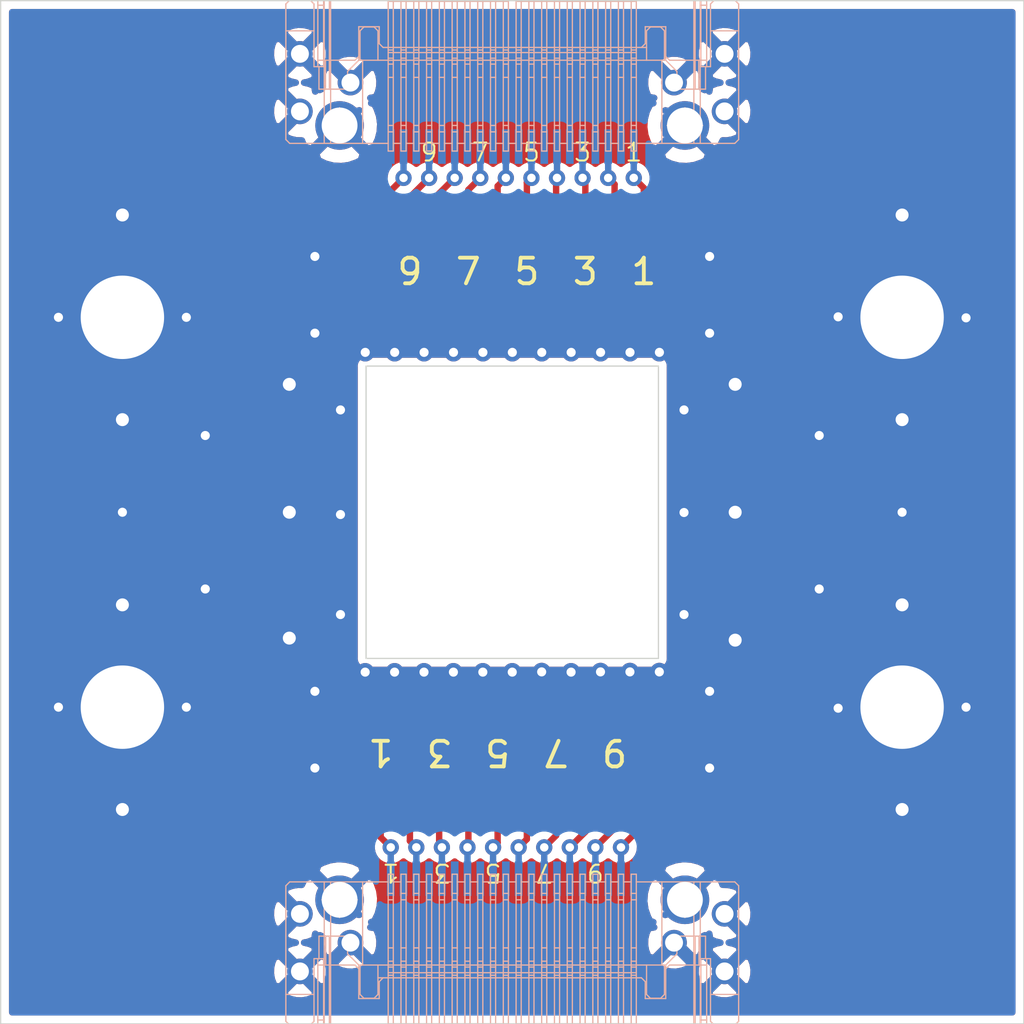
<source format=kicad_pcb>
(kicad_pcb (version 20171130) (host pcbnew "(5.1.5)-3")

  (general
    (thickness 1.6)
    (drawings 61)
    (tracks 170)
    (zones 0)
    (modules 4)
    (nets 22)
  )

  (page A4)
  (layers
    (0 F.Cu signal)
    (31 B.Cu signal hide)
    (32 B.Adhes user hide)
    (33 F.Adhes user hide)
    (34 B.Paste user hide)
    (35 F.Paste user hide)
    (36 B.SilkS user)
    (37 F.SilkS user)
    (38 B.Mask user hide)
    (39 F.Mask user)
    (40 Dwgs.User user)
    (41 Cmts.User user)
    (42 Eco1.User user)
    (43 Eco2.User user)
    (44 Edge.Cuts user)
    (45 Margin user)
    (46 B.CrtYd user)
    (47 F.CrtYd user)
    (48 B.Fab user hide)
    (49 F.Fab user hide)
  )

  (setup
    (last_trace_width 0.25)
    (user_trace_width 0.1524)
    (user_trace_width 0.254)
    (trace_clearance 0.2)
    (zone_clearance 0.3)
    (zone_45_only no)
    (trace_min 0.1524)
    (via_size 0.8)
    (via_drill 0.4)
    (via_min_size 0.4)
    (via_min_drill 0.3)
    (user_via 0.635 0.3302)
    (uvia_size 0.3)
    (uvia_drill 0.1)
    (uvias_allowed no)
    (uvia_min_size 0.2)
    (uvia_min_drill 0.1)
    (edge_width 0.05)
    (segment_width 0.2)
    (pcb_text_width 0.3)
    (pcb_text_size 1.5 1.5)
    (mod_edge_width 0.12)
    (mod_text_size 1 1)
    (mod_text_width 0.15)
    (pad_size 0.3 1.35)
    (pad_drill 0)
    (pad_to_mask_clearance 0.051)
    (solder_mask_min_width 0.25)
    (aux_axis_origin 0 0)
    (visible_elements 7FFFFFFF)
    (pcbplotparams
      (layerselection 0x010fc_ffffffff)
      (usegerberextensions false)
      (usegerberattributes false)
      (usegerberadvancedattributes false)
      (creategerberjobfile false)
      (excludeedgelayer true)
      (linewidth 0.100000)
      (plotframeref false)
      (viasonmask false)
      (mode 1)
      (useauxorigin false)
      (hpglpennumber 1)
      (hpglpenspeed 20)
      (hpglpendiameter 15.000000)
      (psnegative false)
      (psa4output false)
      (plotreference true)
      (plotvalue true)
      (plotinvisibletext false)
      (padsonsilk false)
      (subtractmaskfromsilk false)
      (outputformat 1)
      (mirror false)
      (drillshape 0)
      (scaleselection 1)
      (outputdirectory "Gerbers/"))
  )

  (net 0 "")
  (net 1 GND)
  (net 2 "Net-(J1-Pad20)")
  (net 3 "Net-(J1-Pad16)")
  (net 4 "Net-(J1-Pad12)")
  (net 5 "Net-(J1-Pad8)")
  (net 6 "Net-(J1-Pad4)")
  (net 7 "Net-(J1-Pad28)")
  (net 8 "Net-(J1-Pad32)")
  (net 9 "Net-(J1-Pad40)")
  (net 10 "Net-(J1-Pad24)")
  (net 11 "Net-(J1-Pad36)")
  (net 12 "Net-(J2-Pad20)")
  (net 13 "Net-(J2-Pad16)")
  (net 14 "Net-(J2-Pad12)")
  (net 15 "Net-(J2-Pad8)")
  (net 16 "Net-(J2-Pad4)")
  (net 17 "Net-(J2-Pad28)")
  (net 18 "Net-(J2-Pad32)")
  (net 19 "Net-(J2-Pad40)")
  (net 20 "Net-(J2-Pad24)")
  (net 21 "Net-(J2-Pad36)")

  (net_class Default "This is the default net class."
    (clearance 0.2)
    (trace_width 0.25)
    (via_dia 0.8)
    (via_drill 0.4)
    (uvia_dia 0.3)
    (uvia_drill 0.1)
    (add_net GND)
    (add_net "Net-(J1-Pad12)")
    (add_net "Net-(J1-Pad16)")
    (add_net "Net-(J1-Pad20)")
    (add_net "Net-(J1-Pad24)")
    (add_net "Net-(J1-Pad28)")
    (add_net "Net-(J1-Pad32)")
    (add_net "Net-(J1-Pad36)")
    (add_net "Net-(J1-Pad4)")
    (add_net "Net-(J1-Pad40)")
    (add_net "Net-(J1-Pad8)")
    (add_net "Net-(J2-Pad12)")
    (add_net "Net-(J2-Pad16)")
    (add_net "Net-(J2-Pad20)")
    (add_net "Net-(J2-Pad24)")
    (add_net "Net-(J2-Pad28)")
    (add_net "Net-(J2-Pad32)")
    (add_net "Net-(J2-Pad36)")
    (add_net "Net-(J2-Pad4)")
    (add_net "Net-(J2-Pad40)")
    (add_net "Net-(J2-Pad8)")
  )

  (module Igloo12:TEST_PAD (layer F.Cu) (tedit 5CC8D95F) (tstamp 5E211C50)
    (at 115.87 57.855 180)
    (path /5E20D54C)
    (fp_text reference U1 (at 0 -3.429) (layer F.Fab) hide
      (effects (font (size 1 1) (thickness 0.15)))
    )
    (fp_text value TEST_PAD (at 0 -1.7145) (layer F.Fab) hide
      (effects (font (size 1 1) (thickness 0.15)))
    )
    (pad 1 smd rect (at -5.1435 0 180) (size 0.381 1.27) (layers F.Cu F.Paste F.Mask)
      (net 9 "Net-(J1-Pad40)"))
    (pad 2 smd rect (at -4.0005 0 180) (size 0.381 1.27) (layers F.Cu F.Paste F.Mask)
      (net 11 "Net-(J1-Pad36)"))
    (pad 3 smd rect (at -2.8575 0 180) (size 0.381 1.27) (layers F.Cu F.Paste F.Mask)
      (net 8 "Net-(J1-Pad32)"))
    (pad 4 smd rect (at -1.7145 0 180) (size 0.381 1.27) (layers F.Cu F.Paste F.Mask)
      (net 7 "Net-(J1-Pad28)"))
    (pad 5 smd rect (at -0.5715 0 180) (size 0.381 1.27) (layers F.Cu F.Paste F.Mask)
      (net 10 "Net-(J1-Pad24)"))
    (pad 6 smd rect (at 0.5715 0 180) (size 0.381 1.27) (layers F.Cu F.Paste F.Mask)
      (net 2 "Net-(J1-Pad20)"))
    (pad 7 smd rect (at 1.7145 0 180) (size 0.381 1.27) (layers F.Cu F.Paste F.Mask)
      (net 3 "Net-(J1-Pad16)"))
    (pad 8 smd rect (at 2.8575 0 180) (size 0.381 1.27) (layers F.Cu F.Paste F.Mask)
      (net 4 "Net-(J1-Pad12)"))
    (pad 9 smd rect (at 4.0005 0 180) (size 0.381 1.27) (layers F.Cu F.Paste F.Mask)
      (net 5 "Net-(J1-Pad8)"))
    (pad 10 smd rect (at 5.1435 0 180) (size 0.381 1.27) (layers F.Cu F.Paste F.Mask)
      (net 6 "Net-(J1-Pad4)"))
  )

  (module Igloo12:TEST_PAD (layer F.Cu) (tedit 5CC8D95F) (tstamp 5E2131D4)
    (at 115.87 73.085)
    (path /5E2BA480)
    (fp_text reference U2 (at 0 -3.429) (layer F.Fab) hide
      (effects (font (size 1 1) (thickness 0.15)))
    )
    (fp_text value TEST_PAD (at 0 -1.7145) (layer F.Fab) hide
      (effects (font (size 1 1) (thickness 0.15)))
    )
    (pad 1 smd rect (at -5.1435 0) (size 0.381 1.27) (layers F.Cu F.Paste F.Mask)
      (net 19 "Net-(J2-Pad40)"))
    (pad 2 smd rect (at -4.0005 0) (size 0.381 1.27) (layers F.Cu F.Paste F.Mask)
      (net 21 "Net-(J2-Pad36)"))
    (pad 3 smd rect (at -2.8575 0) (size 0.381 1.27) (layers F.Cu F.Paste F.Mask)
      (net 18 "Net-(J2-Pad32)"))
    (pad 4 smd rect (at -1.7145 0) (size 0.381 1.27) (layers F.Cu F.Paste F.Mask)
      (net 17 "Net-(J2-Pad28)"))
    (pad 5 smd rect (at -0.5715 0) (size 0.381 1.27) (layers F.Cu F.Paste F.Mask)
      (net 20 "Net-(J2-Pad24)"))
    (pad 6 smd rect (at 0.5715 0) (size 0.381 1.27) (layers F.Cu F.Paste F.Mask)
      (net 12 "Net-(J2-Pad20)"))
    (pad 7 smd rect (at 1.7145 0) (size 0.381 1.27) (layers F.Cu F.Paste F.Mask)
      (net 13 "Net-(J2-Pad16)"))
    (pad 8 smd rect (at 2.8575 0) (size 0.381 1.27) (layers F.Cu F.Paste F.Mask)
      (net 14 "Net-(J2-Pad12)"))
    (pad 9 smd rect (at 4.0005 0) (size 0.381 1.27) (layers F.Cu F.Paste F.Mask)
      (net 15 "Net-(J2-Pad8)"))
    (pad 10 smd rect (at 5.1435 0) (size 0.381 1.27) (layers F.Cu F.Paste F.Mask)
      (net 16 "Net-(J2-Pad4)"))
  )

  (module Igloo12:LSHM-120-01-L-RH-A-S-TR (layer B.Cu) (tedit 5E6035CD) (tstamp 5E211C42)
    (at 115.87 42.5)
    (path /5E2EB51C)
    (fp_text reference J1 (at -0.2105 10.413) (layer B.Fab) hide
      (effects (font (size 1 1) (thickness 0.15)) (justify mirror))
    )
    (fp_text value LSHM-120-01-L-RH-A-S-TR (at -0.2105 11.413) (layer B.Fab) hide
      (effects (font (size 1 1) (thickness 0.15)) (justify mirror))
    )
    (fp_line (start 0.15 8.55) (end -0.15 8.55) (layer B.SilkS) (width 0.05))
    (fp_line (start 1.85 4.9) (end 1.85 5) (layer B.SilkS) (width 0.05))
    (fp_line (start 4.35 4.9) (end 4.35 5) (layer B.SilkS) (width 0.05))
    (fp_line (start 0.35 4.9) (end 0.35 5) (layer B.SilkS) (width 0.05))
    (fp_line (start 4.85 4.9) (end 4.85 5) (layer B.SilkS) (width 0.05))
    (fp_line (start 0.65 8.55) (end 0.35 8.55) (layer B.SilkS) (width 0.05))
    (fp_line (start 0.65 4.9) (end 0.85 4.9) (layer B.SilkS) (width 0.05))
    (fp_line (start 3.65 8.55) (end 3.35 8.55) (layer B.SilkS) (width 0.05))
    (fp_line (start 3.15 8.55) (end 2.85 8.55) (layer B.SilkS) (width 0.05))
    (fp_line (start 4.65 8.55) (end 4.35 8.55) (layer B.SilkS) (width 0.05))
    (fp_line (start 3.15 4.9) (end 3.35 4.9) (layer B.SilkS) (width 0.05))
    (fp_line (start 1.35 4.9) (end 1.35 5) (layer B.SilkS) (width 0.05))
    (fp_line (start 2.65 5) (end 2.65 4.9) (layer B.SilkS) (width 0.05))
    (fp_line (start 3.65 4.9) (end 3.85 4.9) (layer B.SilkS) (width 0.05))
    (fp_line (start 4.15 4.9) (end 4.35 4.9) (layer B.SilkS) (width 0.05))
    (fp_line (start 2.15 4.9) (end 2.35 4.9) (layer B.SilkS) (width 0.05))
    (fp_line (start 0.15 5) (end 0.15 4.9) (layer B.SilkS) (width 0.05))
    (fp_line (start 1.15 8.55) (end 0.85 8.55) (layer B.SilkS) (width 0.05))
    (fp_line (start 0.15 4.9) (end 0.35 4.9) (layer B.SilkS) (width 0.05))
    (fp_line (start 3.85 4.9) (end 3.85 5) (layer B.SilkS) (width 0.05))
    (fp_line (start 4.15 8.55) (end 3.85 8.55) (layer B.SilkS) (width 0.05))
    (fp_line (start 4.65 4.9) (end 4.85 4.9) (layer B.SilkS) (width 0.05))
    (fp_line (start 4.65 5) (end 4.65 4.9) (layer B.SilkS) (width 0.05))
    (fp_line (start 2.35 4.9) (end 2.35 5) (layer B.SilkS) (width 0.05))
    (fp_line (start 0.65 5) (end 0.65 4.9) (layer B.SilkS) (width 0.05))
    (fp_line (start 2.65 8.55) (end 2.35 8.55) (layer B.SilkS) (width 0.05))
    (fp_line (start 1.15 4.9) (end 1.35 4.9) (layer B.SilkS) (width 0.05))
    (fp_line (start 3.35 4.9) (end 3.35 5) (layer B.SilkS) (width 0.05))
    (fp_line (start 2.15 8.55) (end 1.85 8.55) (layer B.SilkS) (width 0.05))
    (fp_line (start 2.85 4.9) (end 2.85 5) (layer B.SilkS) (width 0.05))
    (fp_line (start 1.65 8.55) (end 1.35 8.55) (layer B.SilkS) (width 0.05))
    (fp_line (start 4.15 5) (end 4.15 4.9) (layer B.SilkS) (width 0.05))
    (fp_line (start 2.65 4.9) (end 2.85 4.9) (layer B.SilkS) (width 0.05))
    (fp_line (start 0.35 5.97) (end 0.15 5.97) (layer B.SilkS) (width 0.05))
    (fp_line (start 0.35 8.1) (end 0.15 8.1) (layer B.SilkS) (width 0.05))
    (fp_line (start 3.35 5.22) (end 3.15 5.22) (layer B.SilkS) (width 0.05))
    (fp_line (start 4.85 8.1) (end 4.65 8.1) (layer B.SilkS) (width 0.05))
    (fp_line (start 0.85 4.9) (end 0.85 5) (layer B.SilkS) (width 0.05))
    (fp_line (start 4.35 5.97) (end 4.15 5.97) (layer B.SilkS) (width 0.05))
    (fp_line (start 1.35 5.97) (end 1.15 5.97) (layer B.SilkS) (width 0.05))
    (fp_line (start 3.35 8.1) (end 3.15 8.1) (layer B.SilkS) (width 0.05))
    (fp_line (start 3.85 8.1) (end 3.65 8.1) (layer B.SilkS) (width 0.05))
    (fp_line (start 1.85 8.1) (end 1.65 8.1) (layer B.SilkS) (width 0.05))
    (fp_line (start 2.15 5) (end 2.15 4.9) (layer B.SilkS) (width 0.05))
    (fp_line (start 1.65 4.9) (end 1.85 4.9) (layer B.SilkS) (width 0.05))
    (fp_line (start 0.85 8.1) (end 0.65 8.1) (layer B.SilkS) (width 0.05))
    (fp_line (start 0.35 5.22) (end 0.15 5.22) (layer B.SilkS) (width 0.05))
    (fp_line (start 0.85 5.97) (end 0.65 5.97) (layer B.SilkS) (width 0.05))
    (fp_line (start 2.35 5.97) (end 2.15 5.97) (layer B.SilkS) (width 0.05))
    (fp_line (start 1.15 5) (end 1.15 4.9) (layer B.SilkS) (width 0.05))
    (fp_line (start 2.35 5.22) (end 2.15 5.22) (layer B.SilkS) (width 0.05))
    (fp_line (start 2.85 8.1) (end 2.65 8.1) (layer B.SilkS) (width 0.05))
    (fp_line (start 0.85 5.22) (end 0.65 5.22) (layer B.SilkS) (width 0.05))
    (fp_line (start 3.35 5.97) (end 3.15 5.97) (layer B.SilkS) (width 0.05))
    (fp_line (start 1.35 8.1) (end 1.15 8.1) (layer B.SilkS) (width 0.05))
    (fp_line (start 2.35 8.1) (end 2.15 8.1) (layer B.SilkS) (width 0.05))
    (fp_line (start 4.35 8.1) (end 4.15 8.1) (layer B.SilkS) (width 0.05))
    (fp_line (start 3.85 5.22) (end 3.65 5.22) (layer B.SilkS) (width 0.05))
    (fp_line (start 3.15 5) (end 3.15 4.9) (layer B.SilkS) (width 0.05))
    (fp_line (start 3.65 5) (end 3.65 4.9) (layer B.SilkS) (width 0.05))
    (fp_line (start 1.35 5.22) (end 1.15 5.22) (layer B.SilkS) (width 0.05))
    (fp_line (start 4.85 5.22) (end 4.65 5.22) (layer B.SilkS) (width 0.05))
    (fp_line (start 4.85 5.97) (end 4.65 5.97) (layer B.SilkS) (width 0.05))
    (fp_line (start 2.85 5.22) (end 2.65 5.22) (layer B.SilkS) (width 0.05))
    (fp_line (start 4.35 5.22) (end 4.15 5.22) (layer B.SilkS) (width 0.05))
    (fp_line (start 1.85 5.22) (end 1.65 5.22) (layer B.SilkS) (width 0.05))
    (fp_line (start 1.85 5.97) (end 1.65 5.97) (layer B.SilkS) (width 0.05))
    (fp_line (start 2.85 5.97) (end 2.65 5.97) (layer B.SilkS) (width 0.05))
    (fp_line (start 1.65 5) (end 1.65 4.9) (layer B.SilkS) (width 0.05))
    (fp_line (start 3.85 5.97) (end 3.65 5.97) (layer B.SilkS) (width 0.05))
    (fp_line (start 1.85 3) (end 1.85 4.9) (layer B.SilkS) (width 0.05))
    (fp_line (start 4.65 4.9) (end 4.65 3) (layer B.SilkS) (width 0.05))
    (fp_line (start 0.85 3) (end 0.85 4.9) (layer B.SilkS) (width 0.05))
    (fp_line (start 2.85 3) (end 2.85 4.9) (layer B.SilkS) (width 0.05))
    (fp_line (start 3.85 3) (end 3.85 4.9) (layer B.SilkS) (width 0.05))
    (fp_line (start 4.15 7.85) (end 4.35 7.85) (layer B.SilkS) (width 0.05))
    (fp_line (start 4.65 7.85) (end 4.85 7.85) (layer B.SilkS) (width 0.05))
    (fp_line (start 3.65 7.85) (end 3.85 7.85) (layer B.SilkS) (width 0.05))
    (fp_line (start 0.65 7.85) (end 0.85 7.85) (layer B.SilkS) (width 0.05))
    (fp_line (start 1.35 3) (end 1.35 4.9) (layer B.SilkS) (width 0.05))
    (fp_line (start 3.35 3) (end 3.35 4.9) (layer B.SilkS) (width 0.05))
    (fp_line (start 1.15 4.9) (end 1.15 3) (layer B.SilkS) (width 0.05))
    (fp_line (start 0.35 3) (end 0.35 4.9) (layer B.SilkS) (width 0.05))
    (fp_line (start 4.35 3) (end 4.35 4.9) (layer B.SilkS) (width 0.05))
    (fp_line (start 1.65 4.9) (end 1.65 3) (layer B.SilkS) (width 0.05))
    (fp_line (start 3.65 4.9) (end 3.65 3) (layer B.SilkS) (width 0.05))
    (fp_line (start 0.15 7.85) (end 0.35 7.85) (layer B.SilkS) (width 0.05))
    (fp_line (start 1.15 7.85) (end 1.35 7.85) (layer B.SilkS) (width 0.05))
    (fp_line (start 2.65 7.85) (end 2.85 7.85) (layer B.SilkS) (width 0.05))
    (fp_line (start 2.35 3) (end 2.35 4.9) (layer B.SilkS) (width 0.05))
    (fp_line (start 0.65 4.9) (end 0.65 3) (layer B.SilkS) (width 0.05))
    (fp_line (start 2.65 4.9) (end 2.65 3) (layer B.SilkS) (width 0.05))
    (fp_line (start 1.65 7.85) (end 1.85 7.85) (layer B.SilkS) (width 0.05))
    (fp_line (start 2.15 4.9) (end 2.15 3) (layer B.SilkS) (width 0.05))
    (fp_line (start 3.15 7.85) (end 3.35 7.85) (layer B.SilkS) (width 0.05))
    (fp_line (start 4.15 4.9) (end 4.15 3) (layer B.SilkS) (width 0.05))
    (fp_line (start 3.15 4.9) (end 3.15 3) (layer B.SilkS) (width 0.05))
    (fp_line (start 2.15 7.85) (end 2.35 7.85) (layer B.SilkS) (width 0.05))
    (fp_line (start 4.85 4.9) (end 4.85 2.95) (layer B.SilkS) (width 0.05))
    (fp_line (start 3.15 5) (end 3.15 8.85) (layer B.SilkS) (width 0.05))
    (fp_line (start 2.65 5) (end 2.65 8.85) (layer B.SilkS) (width 0.05))
    (fp_line (start 4.15 5) (end 4.15 8.85) (layer B.SilkS) (width 0.05))
    (fp_line (start 3.85 8.85) (end 3.85 5) (layer B.SilkS) (width 0.05))
    (fp_line (start 0.65 5) (end 0.65 8.85) (layer B.SilkS) (width 0.05))
    (fp_line (start 0.35 8.85) (end 0.15 8.85) (layer B.SilkS) (width 0.05))
    (fp_line (start 1.35 8.85) (end 1.35 5) (layer B.SilkS) (width 0.05))
    (fp_line (start 2.85 8.85) (end 2.65 8.85) (layer B.SilkS) (width 0.05))
    (fp_line (start 0.35 5.45) (end 0.15 5.45) (layer B.SilkS) (width 0.05))
    (fp_line (start 4.85 8.85) (end 4.85 5) (layer B.SilkS) (width 0.05))
    (fp_line (start 3.85 8.85) (end 3.65 8.85) (layer B.SilkS) (width 0.05))
    (fp_line (start 2.15 5) (end 2.15 8.85) (layer B.SilkS) (width 0.05))
    (fp_line (start 0.85 8.85) (end 0.85 5) (layer B.SilkS) (width 0.05))
    (fp_line (start 3.35 8.85) (end 3.35 5) (layer B.SilkS) (width 0.05))
    (fp_line (start 0.85 8.85) (end 0.65 8.85) (layer B.SilkS) (width 0.05))
    (fp_line (start 3.35 8.85) (end 3.15 8.85) (layer B.SilkS) (width 0.05))
    (fp_line (start 1.65 5) (end 1.65 8.85) (layer B.SilkS) (width 0.05))
    (fp_line (start 1.85 8.85) (end 1.65 8.85) (layer B.SilkS) (width 0.05))
    (fp_line (start 2.85 8.85) (end 2.85 5) (layer B.SilkS) (width 0.05))
    (fp_line (start 1.15 5) (end 1.15 8.85) (layer B.SilkS) (width 0.05))
    (fp_line (start 4.35 8.85) (end 4.35 5) (layer B.SilkS) (width 0.05))
    (fp_line (start 1.35 8.85) (end 1.15 8.85) (layer B.SilkS) (width 0.05))
    (fp_line (start 4.85 3) (end 0.15 3) (layer B.SilkS) (width 0.05))
    (fp_line (start 4.65 5) (end 4.65 8.85) (layer B.SilkS) (width 0.05))
    (fp_line (start 4.85 8.85) (end 4.65 8.85) (layer B.SilkS) (width 0.05))
    (fp_line (start 4.35 8.85) (end 4.15 8.85) (layer B.SilkS) (width 0.05))
    (fp_line (start 3.65 5) (end 3.65 8.85) (layer B.SilkS) (width 0.05))
    (fp_line (start 2.35 8.85) (end 2.15 8.85) (layer B.SilkS) (width 0.05))
    (fp_line (start 2.35 8.85) (end 2.35 5) (layer B.SilkS) (width 0.05))
    (fp_line (start 1.85 8.85) (end 1.85 5) (layer B.SilkS) (width 0.05))
    (fp_line (start 0.15 4.9) (end 0.15 2.95) (layer B.SilkS) (width 0.05))
    (fp_line (start 0.35 8.85) (end 0.35 5) (layer B.SilkS) (width 0.05))
    (fp_line (start 0.15 8.85) (end 0.15 5) (layer B.SilkS) (width 0.05))
    (fp_line (start 0.85 5.45) (end 0.65 5.45) (layer B.SilkS) (width 0.05))
    (fp_line (start 1.35 5.45) (end 1.15 5.45) (layer B.SilkS) (width 0.05))
    (fp_line (start 1.85 5.45) (end 1.65 5.45) (layer B.SilkS) (width 0.05))
    (fp_line (start 2.35 5.45) (end 2.15 5.45) (layer B.SilkS) (width 0.05))
    (fp_line (start 4.85 5) (end -4.85 5) (layer B.SilkS) (width 0.05))
    (fp_line (start 3.35 5.45) (end 3.15 5.45) (layer B.SilkS) (width 0.05))
    (fp_line (start 4.35 5.45) (end 4.15 5.45) (layer B.SilkS) (width 0.05))
    (fp_line (start 4.85 5.45) (end 4.65 5.45) (layer B.SilkS) (width 0.05))
    (fp_line (start 3.85 5.45) (end 3.65 5.45) (layer B.SilkS) (width 0.05))
    (fp_line (start 2.85 5.45) (end 2.65 5.45) (layer B.SilkS) (width 0.05))
    (fp_circle (center -6.75 7.85) (end -6.09 7.85) (layer B.SilkS) (width 0.05))
    (fp_circle (center -6.75 7.85) (end -6.217017 7.85) (layer B.SilkS) (width 0.05))
    (fp_line (start -5.25 4.15) (end -5.25 5.3) (layer B.SilkS) (width 0.05))
    (fp_line (start -5.8 4) (end -5.4 4) (layer B.SilkS) (width 0.05))
    (fp_line (start -5.95 5.3) (end -5.95 4.15) (layer B.SilkS) (width 0.05))
    (fp_line (start -5.95 4.15) (end -5.8 4) (layer B.SilkS) (width 0.05))
    (fp_line (start -5.4 4) (end -5.25 4.15) (layer B.SilkS) (width 0.05))
    (fp_line (start 5.4 4) (end 5.8 4) (layer B.SilkS) (width 0.05))
    (fp_line (start 5.25 5.3) (end 5.25 4.15) (layer B.SilkS) (width 0.05))
    (fp_line (start 5.8 4) (end 5.95 4.15) (layer B.SilkS) (width 0.05))
    (fp_line (start 5.25 4.15) (end 5.4 4) (layer B.SilkS) (width 0.05))
    (fp_line (start 5.95 4.15) (end 5.95 5.3) (layer B.SilkS) (width 0.05))
    (fp_line (start -6 5.15) (end -6 3.99) (layer B.SilkS) (width 0.05))
    (fp_line (start -1.15 8.1) (end -1.35 8.1) (layer B.SilkS) (width 0.05))
    (fp_line (start -0.65 8.1) (end -0.85 8.1) (layer B.SilkS) (width 0.05))
    (fp_line (start -4.65 8.1) (end -4.85 8.1) (layer B.SilkS) (width 0.05))
    (fp_line (start -4.15 8.1) (end -4.35 8.1) (layer B.SilkS) (width 0.05))
    (fp_line (start -1.65 8.1) (end -1.85 8.1) (layer B.SilkS) (width 0.05))
    (fp_line (start -2.15 8.1) (end -2.35 8.1) (layer B.SilkS) (width 0.05))
    (fp_line (start -3.15 8.1) (end -3.35 8.1) (layer B.SilkS) (width 0.05))
    (fp_line (start -2.65 8.1) (end -2.85 8.1) (layer B.SilkS) (width 0.05))
    (fp_line (start -0.15 8.1) (end -0.35 8.1) (layer B.SilkS) (width 0.05))
    (fp_line (start -3.65 8.1) (end -3.85 8.1) (layer B.SilkS) (width 0.05))
    (fp_line (start -1.65 5.97) (end -1.85 5.97) (layer B.SilkS) (width 0.05))
    (fp_line (start -4.65 5.97) (end -4.85 5.97) (layer B.SilkS) (width 0.05))
    (fp_line (start -1.15 5.97) (end -1.35 5.97) (layer B.SilkS) (width 0.05))
    (fp_line (start -2.15 5.97) (end -2.35 5.97) (layer B.SilkS) (width 0.05))
    (fp_line (start -2.65 5.97) (end -2.85 5.97) (layer B.SilkS) (width 0.05))
    (fp_line (start -4.15 5.97) (end -4.35 5.97) (layer B.SilkS) (width 0.05))
    (fp_line (start -3.15 5.97) (end -3.35 5.97) (layer B.SilkS) (width 0.05))
    (fp_line (start -3.65 5.97) (end -3.85 5.97) (layer B.SilkS) (width 0.05))
    (fp_line (start -0.15 5.97) (end -0.35 5.97) (layer B.SilkS) (width 0.05))
    (fp_line (start -0.65 5.97) (end -0.85 5.97) (layer B.SilkS) (width 0.05))
    (fp_line (start -1.15 5.22) (end -1.35 5.22) (layer B.SilkS) (width 0.05))
    (fp_line (start -0.15 5.22) (end -0.35 5.22) (layer B.SilkS) (width 0.05))
    (fp_line (start -4.65 5.22) (end -4.85 5.22) (layer B.SilkS) (width 0.05))
    (fp_line (start -3.65 5.22) (end -3.85 5.22) (layer B.SilkS) (width 0.05))
    (fp_line (start -4.15 5.22) (end -4.35 5.22) (layer B.SilkS) (width 0.05))
    (fp_line (start -1.65 5.22) (end -1.85 5.22) (layer B.SilkS) (width 0.05))
    (fp_line (start -2.65 5.22) (end -2.85 5.22) (layer B.SilkS) (width 0.05))
    (fp_line (start -3.15 5.22) (end -3.35 5.22) (layer B.SilkS) (width 0.05))
    (fp_line (start -0.65 5.22) (end -0.85 5.22) (layer B.SilkS) (width 0.05))
    (fp_line (start -2.15 5.22) (end -2.35 5.22) (layer B.SilkS) (width 0.05))
    (fp_line (start -6 3.99) (end -5.2 3.99) (layer B.SilkS) (width 0.05))
    (fp_line (start -5.2 3.99) (end -5.2 4.65) (layer B.SilkS) (width 0.05))
    (fp_line (start -5.2 4.65) (end -5.05 4.8) (layer B.SilkS) (width 0.05))
    (fp_line (start 5.05 4.8) (end 5.2 4.65) (layer B.SilkS) (width 0.05))
    (fp_line (start 5.2 4.65) (end 5.2 3.99) (layer B.SilkS) (width 0.05))
    (fp_line (start 5.2 3.99) (end 6 3.99) (layer B.SilkS) (width 0.05))
    (fp_line (start 6 3.99) (end 6 5.15) (layer B.SilkS) (width 0.05))
    (fp_line (start 6 5.15) (end 6.15 5.3) (layer B.SilkS) (width 0.05))
    (fp_line (start 7.15 2.95) (end 7.15 5.3) (layer B.SilkS) (width 0.05))
    (fp_line (start -7.15 2.95) (end -7.15 5.3) (layer B.SilkS) (width 0.05))
    (fp_line (start -6.15 5.3) (end -6 5.15) (layer B.SilkS) (width 0.05))
    (fp_line (start -6.15 5.3) (end -7.6 5.3) (layer B.SilkS) (width 0.05))
    (fp_line (start 7.6 5.3) (end 6.15 5.3) (layer B.SilkS) (width 0.05))
    (fp_line (start -7.35 5.3) (end -7.35 8.55) (layer B.SilkS) (width 0.05))
    (fp_line (start -7.1 5.3) (end -7.1 8.55) (layer B.SilkS) (width 0.05))
    (fp_line (start 7.1 5.3) (end 7.1 8.55) (layer B.SilkS) (width 0.05))
    (fp_line (start 7.35 5.3) (end 7.35 8.55) (layer B.SilkS) (width 0.05))
    (fp_line (start -5.05 4.8) (end 5.25 4.8) (layer B.SilkS) (width 0.05))
    (fp_line (start 5.85 8.55) (end 5.85 5.3) (layer B.SilkS) (width 0.05))
    (fp_line (start -5.85 8.55) (end -5.85 5.3) (layer B.SilkS) (width 0.05))
    (fp_line (start -4.15 4.9) (end -4.15 5) (layer B.SilkS) (width 0.05))
    (fp_line (start -3.85 5) (end -3.85 4.9) (layer B.SilkS) (width 0.05))
    (fp_line (start -3.35 5) (end -3.35 4.9) (layer B.SilkS) (width 0.05))
    (fp_line (start -3.35 4.9) (end -3.15 4.9) (layer B.SilkS) (width 0.05))
    (fp_line (start -2.85 5) (end -2.85 4.9) (layer B.SilkS) (width 0.05))
    (fp_line (start -1.85 5) (end -1.85 4.9) (layer B.SilkS) (width 0.05))
    (fp_line (start -1.35 5) (end -1.35 4.9) (layer B.SilkS) (width 0.05))
    (fp_line (start -0.15 4.9) (end -0.15 5) (layer B.SilkS) (width 0.05))
    (fp_line (start -4.85 5) (end -4.85 4.9) (layer B.SilkS) (width 0.05))
    (fp_line (start -1.35 4.9) (end -1.15 4.9) (layer B.SilkS) (width 0.05))
    (fp_line (start -4.65 4.9) (end -4.65 5) (layer B.SilkS) (width 0.05))
    (fp_line (start -2.35 5) (end -2.35 4.9) (layer B.SilkS) (width 0.05))
    (fp_line (start -4.35 5) (end -4.35 4.9) (layer B.SilkS) (width 0.05))
    (fp_line (start -3.85 4.9) (end -3.65 4.9) (layer B.SilkS) (width 0.05))
    (fp_line (start -2.65 4.9) (end -2.65 5) (layer B.SilkS) (width 0.05))
    (fp_line (start -0.35 5) (end -0.35 4.9) (layer B.SilkS) (width 0.05))
    (fp_line (start -1.15 4.9) (end -1.15 5) (layer B.SilkS) (width 0.05))
    (fp_line (start -1.85 4.9) (end -1.65 4.9) (layer B.SilkS) (width 0.05))
    (fp_line (start -4.35 4.9) (end -4.15 4.9) (layer B.SilkS) (width 0.05))
    (fp_line (start -0.65 4.9) (end -0.65 5) (layer B.SilkS) (width 0.05))
    (fp_line (start -2.35 4.9) (end -2.15 4.9) (layer B.SilkS) (width 0.05))
    (fp_line (start -3.15 4.9) (end -3.15 5) (layer B.SilkS) (width 0.05))
    (fp_line (start -0.35 4.9) (end -0.15 4.9) (layer B.SilkS) (width 0.05))
    (fp_line (start -4.85 4.9) (end -4.65 4.9) (layer B.SilkS) (width 0.05))
    (fp_line (start -0.85 5) (end -0.85 4.9) (layer B.SilkS) (width 0.05))
    (fp_line (start -2.85 4.9) (end -2.65 4.9) (layer B.SilkS) (width 0.05))
    (fp_line (start -1.65 4.9) (end -1.65 5) (layer B.SilkS) (width 0.05))
    (fp_line (start -0.85 4.9) (end -0.65 4.9) (layer B.SilkS) (width 0.05))
    (fp_line (start -3.65 4.9) (end -3.65 5) (layer B.SilkS) (width 0.05))
    (fp_line (start -2.15 4.9) (end -2.15 5) (layer B.SilkS) (width 0.05))
    (fp_line (start 5.95 5.3) (end -5.95 5.3) (layer B.SilkS) (width 0.05))
    (fp_line (start -7.75 3.1) (end -7.75 5.55) (layer B.SilkS) (width 0.05))
    (fp_line (start -8.7 2.95) (end -7.9 2.95) (layer B.SilkS) (width 0.05))
    (fp_line (start -8.85 3.1) (end -8.7 2.95) (layer B.SilkS) (width 0.05))
    (fp_line (start -8.85 8.4) (end -8.85 3.1) (layer B.SilkS) (width 0.05))
    (fp_line (start -8.7 8.55) (end -8.85 8.4) (layer B.SilkS) (width 0.05))
    (fp_line (start -7.9 2.95) (end -7.75 3.1) (layer B.SilkS) (width 0.05))
    (fp_line (start -7.75 5.55) (end -7.35 5.55) (layer B.SilkS) (width 0.05))
    (fp_line (start 8.85 8.4) (end 8.7 8.55) (layer B.SilkS) (width 0.05))
    (fp_line (start 8.7 2.95) (end 8.85 3.1) (layer B.SilkS) (width 0.05))
    (fp_line (start 7.9 2.95) (end 8.7 2.95) (layer B.SilkS) (width 0.05))
    (fp_line (start 7.75 3.1) (end 7.9 2.95) (layer B.SilkS) (width 0.05))
    (fp_line (start 7.35 5.55) (end 7.75 5.55) (layer B.SilkS) (width 0.05))
    (fp_line (start 8.85 3.1) (end 8.85 8.4) (layer B.SilkS) (width 0.05))
    (fp_line (start 7.75 5.55) (end 7.75 3.1) (layer B.SilkS) (width 0.05))
    (fp_line (start -4.35 8.55) (end -4.65 8.55) (layer B.SilkS) (width 0.05))
    (fp_line (start -3.35 8.55) (end -3.65 8.55) (layer B.SilkS) (width 0.05))
    (fp_line (start -3.85 8.55) (end -4.15 8.55) (layer B.SilkS) (width 0.05))
    (fp_line (start -4.85 8.55) (end -8.7 8.55) (layer B.SilkS) (width 0.05))
    (fp_line (start 8.7 8.55) (end 4.85 8.55) (layer B.SilkS) (width 0.05))
    (fp_line (start -1.35 8.55) (end -1.65 8.55) (layer B.SilkS) (width 0.05))
    (fp_line (start -2.85 8.55) (end -3.15 8.55) (layer B.SilkS) (width 0.05))
    (fp_line (start -1.85 8.55) (end -2.15 8.55) (layer B.SilkS) (width 0.05))
    (fp_line (start -0.35 8.55) (end -0.65 8.55) (layer B.SilkS) (width 0.05))
    (fp_line (start -0.85 8.55) (end -1.15 8.55) (layer B.SilkS) (width 0.05))
    (fp_line (start -2.35 8.55) (end -2.65 8.55) (layer B.SilkS) (width 0.05))
    (fp_line (start 7.6 5.55) (end 7.6 2.95) (layer B.SilkS) (width 0.05))
    (fp_line (start 7.375 5.55) (end 7.375 5.3) (layer B.SilkS) (width 0.05))
    (fp_line (start -7.6 5.55) (end -7.6 2.95) (layer B.SilkS) (width 0.05))
    (fp_line (start -7.375 5.55) (end -7.375 5.3) (layer B.SilkS) (width 0.05))
    (fp_line (start -7.35375 7.85) (end -6.14625 7.85) (layer B.SilkS) (width 0.05))
    (fp_line (start -6.75 7.157) (end -6.75 8.543) (layer B.SilkS) (width 0.05))
    (fp_line (start 6.75 7.157) (end 6.75 8.543) (layer B.SilkS) (width 0.05))
    (fp_line (start 6.057 7.85) (end 7.443 7.85) (layer B.SilkS) (width 0.05))
    (fp_line (start -7.375 2.95) (end -7.375 5.3) (layer B.SilkS) (width 0.05))
    (fp_line (start 7.375 2.95) (end 7.375 5.3) (layer B.SilkS) (width 0.05))
    (fp_line (start -7.35 2.95) (end -7.35 5.3) (layer B.SilkS) (width 0.05))
    (fp_line (start -7.1 2.95) (end -7.1 5.3) (layer B.SilkS) (width 0.05))
    (fp_line (start 7.1 2.95) (end 7.1 5.3) (layer B.SilkS) (width 0.05))
    (fp_line (start 7.35 2.95) (end 7.35 5.3) (layer B.SilkS) (width 0.05))
    (fp_line (start 7.35 2.95) (end -7.375 2.95) (layer B.SilkS) (width 0.05))
    (fp_line (start -2.85 4.9) (end -2.85 3) (layer B.SilkS) (width 0.05))
    (fp_line (start -4.15 3) (end -4.15 4.9) (layer B.SilkS) (width 0.05))
    (fp_line (start -3.35 4.9) (end -3.35 3) (layer B.SilkS) (width 0.05))
    (fp_line (start -3.85 4.9) (end -3.85 3) (layer B.SilkS) (width 0.05))
    (fp_line (start -1.85 4.9) (end -1.85 3) (layer B.SilkS) (width 0.05))
    (fp_line (start -1.35 4.9) (end -1.35 3) (layer B.SilkS) (width 0.05))
    (fp_line (start -4.65 3) (end -4.65 4.9) (layer B.SilkS) (width 0.05))
    (fp_line (start -2.35 4.9) (end -2.35 3) (layer B.SilkS) (width 0.05))
    (fp_line (start -4.35 4.9) (end -4.35 3) (layer B.SilkS) (width 0.05))
    (fp_line (start -2.65 3) (end -2.65 4.9) (layer B.SilkS) (width 0.05))
    (fp_line (start -0.35 4.9) (end -0.35 3) (layer B.SilkS) (width 0.05))
    (fp_line (start -1.15 3) (end -1.15 4.9) (layer B.SilkS) (width 0.05))
    (fp_line (start -0.65 3) (end -0.65 4.9) (layer B.SilkS) (width 0.05))
    (fp_line (start -3.15 3) (end -3.15 4.9) (layer B.SilkS) (width 0.05))
    (fp_line (start -0.85 4.9) (end -0.85 3) (layer B.SilkS) (width 0.05))
    (fp_line (start -1.65 3) (end -1.65 4.9) (layer B.SilkS) (width 0.05))
    (fp_line (start -3.65 3) (end -3.65 4.9) (layer B.SilkS) (width 0.05))
    (fp_line (start -2.15 3) (end -2.15 4.9) (layer B.SilkS) (width 0.05))
    (fp_line (start -0.35 7.85) (end -0.15 7.85) (layer B.SilkS) (width 0.05))
    (fp_line (start -3.35 7.85) (end -3.15 7.85) (layer B.SilkS) (width 0.05))
    (fp_line (start -2.35 7.85) (end -2.15 7.85) (layer B.SilkS) (width 0.05))
    (fp_line (start -0.85 7.85) (end -0.65 7.85) (layer B.SilkS) (width 0.05))
    (fp_line (start -2.85 7.85) (end -2.65 7.85) (layer B.SilkS) (width 0.05))
    (fp_line (start -3.85 7.85) (end -3.65 7.85) (layer B.SilkS) (width 0.05))
    (fp_line (start -4.35 7.85) (end -4.15 7.85) (layer B.SilkS) (width 0.05))
    (fp_line (start -4.85 7.85) (end -4.65 7.85) (layer B.SilkS) (width 0.05))
    (fp_line (start -1.35 7.85) (end -1.15 7.85) (layer B.SilkS) (width 0.05))
    (fp_line (start -1.85 7.85) (end -1.65 7.85) (layer B.SilkS) (width 0.05))
    (fp_line (start -7.6 3.15) (end -7.375 3.15) (layer B.SilkS) (width 0.05))
    (fp_line (start -7.6 2.95) (end -7.375 2.95) (layer B.SilkS) (width 0.05))
    (fp_line (start 7.6 3.15) (end 7.375 3.15) (layer B.SilkS) (width 0.05))
    (fp_line (start 7.6 2.95) (end 7.375 2.95) (layer B.SilkS) (width 0.05))
    (fp_line (start -7.555555 6.43) (end -7.555555 5.55) (layer B.SilkS) (width 0.05))
    (fp_line (start 7.555555 5.55) (end 7.555555 6.43) (layer B.SilkS) (width 0.05))
    (fp_line (start -7.3 6.43) (end -7.3 5.3) (layer B.SilkS) (width 0.05))
    (fp_line (start -7.15 5.3) (end -7.15 6.43) (layer B.SilkS) (width 0.05))
    (fp_line (start 7.15 5.3) (end 7.15 6.43) (layer B.SilkS) (width 0.05))
    (fp_line (start 7.291421 5.3) (end 7.291421 6.43) (layer B.SilkS) (width 0.05))
    (fp_line (start 8.85 4.15) (end 7.75 4.15) (layer B.SilkS) (width 0.05))
    (fp_line (start -8.4 4.8) (end -8.4 5.3) (layer B.SilkS) (width 0.05))
    (fp_line (start 8.2 7.05) (end 8.2 7.55) (layer B.SilkS) (width 0.05))
    (fp_line (start 8.4 7.05) (end 8.2 7.05) (layer B.SilkS) (width 0.05))
    (fp_line (start 8.2 7.55) (end 8.4 7.55) (layer B.SilkS) (width 0.05))
    (fp_line (start -8.4 7.05) (end -8.4 7.55) (layer B.SilkS) (width 0.05))
    (fp_line (start -8.2 4.8) (end -8.4 4.8) (layer B.SilkS) (width 0.05))
    (fp_line (start 8.4 7.05) (end 8.4 7.55) (layer B.SilkS) (width 0.05))
    (fp_line (start 8.4 4.8) (end 8.2 4.8) (layer B.SilkS) (width 0.05))
    (fp_line (start 8.2 5.3) (end 8.4 5.3) (layer B.SilkS) (width 0.05))
    (fp_line (start -8.2 4.8) (end -8.2 5.3) (layer B.SilkS) (width 0.05))
    (fp_line (start -8.2 7.05) (end -8.4 7.05) (layer B.SilkS) (width 0.05))
    (fp_line (start -8.4 7.55) (end -8.2 7.55) (layer B.SilkS) (width 0.05))
    (fp_line (start -8.2 7.05) (end -8.2 7.55) (layer B.SilkS) (width 0.05))
    (fp_line (start -7.75 4.15) (end -8.85 4.15) (layer B.SilkS) (width 0.05))
    (fp_line (start -8.4 5.3) (end -8.2 5.3) (layer B.SilkS) (width 0.05))
    (fp_line (start 8.2 4.8) (end 8.2 5.3) (layer B.SilkS) (width 0.05))
    (fp_circle (center 6.75 7.85) (end 7.41 7.85) (layer B.SilkS) (width 0.05))
    (fp_line (start 8.4 4.8) (end 8.4 5.3) (layer B.SilkS) (width 0.05))
    (fp_line (start -6.2125 6.43) (end -6.2125 5.93) (layer B.SilkS) (width 0.05))
    (fp_line (start -6.2125 5.93) (end -6.4375 5.93) (layer B.SilkS) (width 0.05))
    (fp_line (start -6.4375 5.7375) (end -6 5.3) (layer B.SilkS) (width 0.05))
    (fp_line (start -6 5.3) (end -6 5.15) (layer B.SilkS) (width 0.05))
    (fp_line (start 6 5.15) (end 6 5.3) (layer B.SilkS) (width 0.05))
    (fp_line (start 6 5.3) (end 6.4375 5.7375) (layer B.SilkS) (width 0.05))
    (fp_line (start 6.4375 5.93) (end 6.2125 5.93) (layer B.SilkS) (width 0.05))
    (fp_line (start 6.2125 6.43) (end 6.2125 5.93) (layer B.SilkS) (width 0.05))
    (fp_line (start -6.2125 6.43) (end -7.555555 6.43) (layer B.SilkS) (width 0.05))
    (fp_line (start 7.555555 6.43) (end 6.2125 6.43) (layer B.SilkS) (width 0.05))
    (fp_line (start -6.4375 6.43) (end -6.4375 5.7375) (layer B.SilkS) (width 0.05))
    (fp_line (start 6.4375 5.7375) (end 6.4375 6.43) (layer B.SilkS) (width 0.05))
    (fp_line (start -6.2125 5.98) (end -6.4375 5.98) (layer B.SilkS) (width 0.05))
    (fp_line (start 6.4375 5.98) (end 6.2125 5.98) (layer B.SilkS) (width 0.05))
    (fp_line (start 6.2125 6.38) (end 6.4375 6.38) (layer B.SilkS) (width 0.05))
    (fp_line (start -6.4375 6.38) (end -6.2125 6.38) (layer B.SilkS) (width 0.05))
    (fp_circle (center 6.75 7.85) (end 7.282983 7.85) (layer B.SilkS) (width 0.05))
    (fp_line (start -8.2 7.45) (end -8.4 7.45) (layer B.SilkS) (width 0.05))
    (fp_line (start -8.2 7.15) (end -8.4 7.15) (layer B.SilkS) (width 0.05))
    (fp_line (start 8.4 4.9) (end 8.2 4.9) (layer B.SilkS) (width 0.05))
    (fp_line (start 8.4 5.2) (end 8.2 5.2) (layer B.SilkS) (width 0.05))
    (fp_line (start 8.4 7.15) (end 8.2 7.15) (layer B.SilkS) (width 0.05))
    (fp_line (start 8.4 7.45) (end 8.2 7.45) (layer B.SilkS) (width 0.05))
    (fp_line (start -8.2 5.2) (end -8.4 5.2) (layer B.SilkS) (width 0.05))
    (fp_line (start -8.2 4.9) (end -8.4 4.9) (layer B.SilkS) (width 0.05))
    (fp_line (start -2.65 5.45) (end -2.85 5.45) (layer B.SilkS) (width 0.05))
    (fp_line (start -3.65 5.45) (end -3.85 5.45) (layer B.SilkS) (width 0.05))
    (fp_line (start -3.15 5.45) (end -3.35 5.45) (layer B.SilkS) (width 0.05))
    (fp_line (start -2.15 5.45) (end -2.35 5.45) (layer B.SilkS) (width 0.05))
    (fp_line (start -1.65 5.45) (end -1.85 5.45) (layer B.SilkS) (width 0.05))
    (fp_line (start -1.15 5.45) (end -1.35 5.45) (layer B.SilkS) (width 0.05))
    (fp_line (start -0.15 5.45) (end -0.35 5.45) (layer B.SilkS) (width 0.05))
    (fp_line (start -4.15 5.45) (end -4.35 5.45) (layer B.SilkS) (width 0.05))
    (fp_line (start -0.65 5.45) (end -0.85 5.45) (layer B.SilkS) (width 0.05))
    (fp_line (start -4.65 5.45) (end -4.85 5.45) (layer B.SilkS) (width 0.05))
    (fp_line (start -3.65 8.85) (end -3.85 8.85) (layer B.SilkS) (width 0.05))
    (fp_line (start -3.85 5) (end -3.85 8.85) (layer B.SilkS) (width 0.05))
    (fp_line (start -3.65 8.85) (end -3.65 5) (layer B.SilkS) (width 0.05))
    (fp_line (start -4.65 8.85) (end -4.85 8.85) (layer B.SilkS) (width 0.05))
    (fp_line (start -4.85 8.85) (end -4.85 5) (layer B.SilkS) (width 0.05))
    (fp_line (start -4.65 8.85) (end -4.65 5) (layer B.SilkS) (width 0.05))
    (fp_line (start -4.15 8.85) (end -4.35 8.85) (layer B.SilkS) (width 0.05))
    (fp_line (start -4.35 5) (end -4.35 8.85) (layer B.SilkS) (width 0.05))
    (fp_line (start -4.15 8.85) (end -4.15 5) (layer B.SilkS) (width 0.05))
    (fp_line (start -2.15 8.85) (end -2.35 8.85) (layer B.SilkS) (width 0.05))
    (fp_line (start -2.15 8.85) (end -2.15 5) (layer B.SilkS) (width 0.05))
    (fp_line (start -2.35 5) (end -2.35 8.85) (layer B.SilkS) (width 0.05))
    (fp_line (start -3.15 8.85) (end -3.35 8.85) (layer B.SilkS) (width 0.05))
    (fp_line (start -3.35 5) (end -3.35 8.85) (layer B.SilkS) (width 0.05))
    (fp_line (start -3.15 8.85) (end -3.15 5) (layer B.SilkS) (width 0.05))
    (fp_line (start -2.65 8.85) (end -2.85 8.85) (layer B.SilkS) (width 0.05))
    (fp_line (start -2.65 8.85) (end -2.65 5) (layer B.SilkS) (width 0.05))
    (fp_line (start -2.85 5) (end -2.85 8.85) (layer B.SilkS) (width 0.05))
    (fp_line (start -1.15 8.85) (end -1.35 8.85) (layer B.SilkS) (width 0.05))
    (fp_line (start -1.35 5) (end -1.35 8.85) (layer B.SilkS) (width 0.05))
    (fp_line (start -1.15 8.85) (end -1.15 5) (layer B.SilkS) (width 0.05))
    (fp_line (start -0.65 8.85) (end -0.85 8.85) (layer B.SilkS) (width 0.05))
    (fp_line (start -0.85 5) (end -0.85 8.85) (layer B.SilkS) (width 0.05))
    (fp_line (start -0.65 8.85) (end -0.65 5) (layer B.SilkS) (width 0.05))
    (fp_line (start -0.15 8.85) (end -0.35 8.85) (layer B.SilkS) (width 0.05))
    (fp_line (start -0.15 8.85) (end -0.15 5) (layer B.SilkS) (width 0.05))
    (fp_line (start -0.35 5) (end -0.35 8.85) (layer B.SilkS) (width 0.05))
    (fp_line (start -1.65 8.85) (end -1.85 8.85) (layer B.SilkS) (width 0.05))
    (fp_line (start -1.85 5) (end -1.85 8.85) (layer B.SilkS) (width 0.05))
    (fp_line (start -1.65 8.85) (end -1.65 5) (layer B.SilkS) (width 0.05))
    (fp_line (start -0.15 4.9) (end -0.15 2.95) (layer B.SilkS) (width 0.05))
    (fp_line (start -4.85 4.9) (end -4.85 2.95) (layer B.SilkS) (width 0.05))
    (fp_line (start -0.15 3) (end -4.85 3) (layer B.SilkS) (width 0.05))
    (pad 39 smd rect (at 4.75 5.6) (size 0.3 0.85) (layers B.Cu B.Paste B.Mask)
      (net 1 GND))
    (pad 37 smd rect (at 4.25 5.6) (size 0.3 0.85) (layers B.Cu B.Paste B.Mask)
      (net 1 GND))
    (pad 26 smd rect (at 1.25 8.675) (size 0.3 1.35) (layers B.Cu B.Paste B.Mask)
      (net 1 GND))
    (pad 25 smd rect (at 1.25 5.6) (size 0.3 0.85) (layers B.Cu B.Paste B.Mask)
      (net 1 GND))
    (pad 31 smd rect (at 2.75 5.6) (size 0.3 0.85) (layers B.Cu B.Paste B.Mask)
      (net 1 GND))
    (pad 22 smd rect (at 0.25 8.675) (size 0.3 1.35) (layers B.Cu B.Paste B.Mask)
      (net 1 GND))
    (pad 21 smd rect (at 0.25 5.6) (size 0.3 0.85) (layers B.Cu B.Paste B.Mask)
      (net 1 GND))
    (pad 36 smd rect (at 3.75 8.675) (size 0.3 1.35) (layers B.Cu B.Paste B.Mask)
      (net 11 "Net-(J1-Pad36)"))
    (pad 24 smd rect (at 0.75 8.675) (size 0.3 1.35) (layers B.Cu B.Paste B.Mask)
      (net 10 "Net-(J1-Pad24)"))
    (pad 34 smd rect (at 3.25 8.675) (size 0.3 1.35) (layers B.Cu B.Paste B.Mask)
      (net 1 GND))
    (pad 33 smd rect (at 3.25 5.6) (size 0.3 0.85) (layers B.Cu B.Paste B.Mask)
      (net 1 GND))
    (pad 40 smd rect (at 4.75 8.675) (size 0.3 1.35) (layers B.Cu B.Paste B.Mask)
      (net 9 "Net-(J1-Pad40)"))
    (pad 35 smd rect (at 3.75 5.6) (size 0.3 0.85) (layers B.Cu B.Paste B.Mask)
      (net 1 GND))
    (pad 38 smd rect (at 4.25 8.675) (size 0.3 1.35) (layers B.Cu B.Paste B.Mask)
      (net 1 GND))
    (pad 32 smd rect (at 2.75 8.675) (size 0.3 1.35) (layers B.Cu B.Paste B.Mask)
      (net 8 "Net-(J1-Pad32)"))
    (pad 29 smd rect (at 2.25 5.6) (size 0.3 0.85) (layers B.Cu B.Paste B.Mask)
      (net 1 GND))
    (pad 28 smd rect (at 1.75 8.675) (size 0.3 1.35) (layers B.Cu B.Paste B.Mask)
      (net 7 "Net-(J1-Pad28)"))
    (pad 27 smd rect (at 1.75 5.6) (size 0.3 0.85) (layers B.Cu B.Paste B.Mask)
      (net 1 GND))
    (pad 23 smd rect (at 0.75 5.6) (size 0.3 0.85) (layers B.Cu B.Paste B.Mask)
      (net 1 GND))
    (pad 30 smd rect (at 2.25 8.675) (size 0.3 1.35) (layers B.Cu B.Paste B.Mask)
      (net 1 GND))
    (pad 41 thru_hole circle (at 6.75 7.85) (size 1.9 1.9) (drill 1.4) (layers *.Cu *.Mask)
      (net 1 GND))
    (pad 41 thru_hole circle (at -6.75 7.85) (size 1.9 1.9) (drill 1.4) (layers *.Cu *.Mask)
      (net 1 GND))
    (pad 41 thru_hole circle (at 8.3 7.3) (size 1 1) (drill 0.7) (layers *.Cu *.Mask)
      (net 1 GND))
    (pad 41 thru_hole circle (at 8.3 5.05) (size 1 1) (drill 0.7) (layers *.Cu *.Mask)
      (net 1 GND))
    (pad 41 thru_hole circle (at -8.3 7.3) (size 1 1) (drill 0.7) (layers *.Cu *.Mask)
      (net 1 GND))
    (pad 21 thru_hole circle (at -8.3 5.05) (size 1 1) (drill 0.7) (layers *.Cu *.Mask)
      (net 1 GND))
    (pad 41 thru_hole circle (at 6.325 6.175) (size 1 1) (drill 0.7) (layers *.Cu *.Mask)
      (net 1 GND))
    (pad 41 thru_hole circle (at -6.325 6.175) (size 1 1) (drill 0.7) (layers *.Cu *.Mask)
      (net 1 GND))
    (pad 1 smd rect (at -4.75 5.6) (size 0.3 0.85) (layers B.Cu B.Paste B.Mask)
      (net 1 GND))
    (pad 2 smd rect (at -4.75 8.675) (size 0.3 1.35) (layers B.Cu B.Paste B.Mask)
      (net 1 GND))
    (pad 3 smd rect (at -4.25 5.6) (size 0.3 0.85) (layers B.Cu B.Paste B.Mask)
      (net 1 GND))
    (pad 4 smd rect (at -4.25 8.675) (size 0.3 1.35) (layers B.Cu B.Paste B.Mask)
      (net 6 "Net-(J1-Pad4)"))
    (pad 5 smd rect (at -3.75 5.6) (size 0.3 0.85) (layers B.Cu B.Paste B.Mask)
      (net 1 GND))
    (pad 6 smd rect (at -3.75 8.675) (size 0.3 1.35) (layers B.Cu B.Paste B.Mask)
      (net 1 GND))
    (pad 7 smd rect (at -3.25 5.6) (size 0.3 0.85) (layers B.Cu B.Paste B.Mask)
      (net 1 GND))
    (pad 8 smd rect (at -3.25 8.675) (size 0.3 1.35) (layers B.Cu B.Paste B.Mask)
      (net 5 "Net-(J1-Pad8)"))
    (pad 9 smd rect (at -2.75 5.6) (size 0.3 0.85) (layers B.Cu B.Paste B.Mask)
      (net 1 GND))
    (pad 10 smd rect (at -2.75 8.675) (size 0.3 1.35) (layers B.Cu B.Paste B.Mask)
      (net 1 GND))
    (pad 11 smd rect (at -2.25 5.6) (size 0.3 0.85) (layers B.Cu B.Paste B.Mask)
      (net 1 GND))
    (pad 12 smd rect (at -2.25 8.675) (size 0.3 1.35) (layers B.Cu B.Paste B.Mask)
      (net 4 "Net-(J1-Pad12)"))
    (pad 13 smd rect (at -1.75 5.6) (size 0.3 0.85) (layers B.Cu B.Paste B.Mask)
      (net 1 GND))
    (pad 14 smd rect (at -1.75 8.675) (size 0.3 1.35) (layers B.Cu B.Paste B.Mask)
      (net 1 GND))
    (pad 15 smd rect (at -1.25 5.6) (size 0.3 0.85) (layers B.Cu B.Paste B.Mask)
      (net 1 GND))
    (pad 16 smd rect (at -1.25 8.675) (size 0.3 1.35) (layers B.Cu B.Paste B.Mask)
      (net 3 "Net-(J1-Pad16)"))
    (pad 17 smd rect (at -0.75 5.6) (size 0.3 0.85) (layers B.Cu B.Paste B.Mask)
      (net 1 GND))
    (pad 18 smd rect (at -0.75 8.675) (size 0.3 1.35) (layers B.Cu B.Paste B.Mask)
      (net 1 GND))
    (pad 19 smd rect (at -0.25 5.6) (size 0.3 0.85) (layers B.Cu B.Paste B.Mask)
      (net 1 GND))
    (pad 20 smd rect (at -0.25 8.675) (size 0.3 1.35) (layers B.Cu B.Paste B.Mask)
      (net 2 "Net-(J1-Pad20)"))
    (model ${KIPRJMOD}/Igloo12.3dshapes/LSHM-120-01-L-RH-A-S-TR.wrl
      (at (xyz 0 0 0))
      (scale (xyz 1 1 1))
      (rotate (xyz 0 0 0))
    )
  )

  (module Igloo12:LSHM-120-01-L-RH-A-S-TR (layer B.Cu) (tedit 5E6035CD) (tstamp 5E2131C6)
    (at 115.87 88.47 180)
    (path /5E2EC914)
    (fp_text reference J2 (at -0.2105 10.413) (layer B.Fab) hide
      (effects (font (size 1 1) (thickness 0.15)) (justify mirror))
    )
    (fp_text value LSHM-120-01-L-RH-A-S-TR (at -0.2105 11.413) (layer B.Fab) hide
      (effects (font (size 1 1) (thickness 0.15)) (justify mirror))
    )
    (fp_line (start 0.15 8.55) (end -0.15 8.55) (layer B.SilkS) (width 0.05))
    (fp_line (start 1.85 4.9) (end 1.85 5) (layer B.SilkS) (width 0.05))
    (fp_line (start 4.35 4.9) (end 4.35 5) (layer B.SilkS) (width 0.05))
    (fp_line (start 0.35 4.9) (end 0.35 5) (layer B.SilkS) (width 0.05))
    (fp_line (start 4.85 4.9) (end 4.85 5) (layer B.SilkS) (width 0.05))
    (fp_line (start 0.65 8.55) (end 0.35 8.55) (layer B.SilkS) (width 0.05))
    (fp_line (start 0.65 4.9) (end 0.85 4.9) (layer B.SilkS) (width 0.05))
    (fp_line (start 3.65 8.55) (end 3.35 8.55) (layer B.SilkS) (width 0.05))
    (fp_line (start 3.15 8.55) (end 2.85 8.55) (layer B.SilkS) (width 0.05))
    (fp_line (start 4.65 8.55) (end 4.35 8.55) (layer B.SilkS) (width 0.05))
    (fp_line (start 3.15 4.9) (end 3.35 4.9) (layer B.SilkS) (width 0.05))
    (fp_line (start 1.35 4.9) (end 1.35 5) (layer B.SilkS) (width 0.05))
    (fp_line (start 2.65 5) (end 2.65 4.9) (layer B.SilkS) (width 0.05))
    (fp_line (start 3.65 4.9) (end 3.85 4.9) (layer B.SilkS) (width 0.05))
    (fp_line (start 4.15 4.9) (end 4.35 4.9) (layer B.SilkS) (width 0.05))
    (fp_line (start 2.15 4.9) (end 2.35 4.9) (layer B.SilkS) (width 0.05))
    (fp_line (start 0.15 5) (end 0.15 4.9) (layer B.SilkS) (width 0.05))
    (fp_line (start 1.15 8.55) (end 0.85 8.55) (layer B.SilkS) (width 0.05))
    (fp_line (start 0.15 4.9) (end 0.35 4.9) (layer B.SilkS) (width 0.05))
    (fp_line (start 3.85 4.9) (end 3.85 5) (layer B.SilkS) (width 0.05))
    (fp_line (start 4.15 8.55) (end 3.85 8.55) (layer B.SilkS) (width 0.05))
    (fp_line (start 4.65 4.9) (end 4.85 4.9) (layer B.SilkS) (width 0.05))
    (fp_line (start 4.65 5) (end 4.65 4.9) (layer B.SilkS) (width 0.05))
    (fp_line (start 2.35 4.9) (end 2.35 5) (layer B.SilkS) (width 0.05))
    (fp_line (start 0.65 5) (end 0.65 4.9) (layer B.SilkS) (width 0.05))
    (fp_line (start 2.65 8.55) (end 2.35 8.55) (layer B.SilkS) (width 0.05))
    (fp_line (start 1.15 4.9) (end 1.35 4.9) (layer B.SilkS) (width 0.05))
    (fp_line (start 3.35 4.9) (end 3.35 5) (layer B.SilkS) (width 0.05))
    (fp_line (start 2.15 8.55) (end 1.85 8.55) (layer B.SilkS) (width 0.05))
    (fp_line (start 2.85 4.9) (end 2.85 5) (layer B.SilkS) (width 0.05))
    (fp_line (start 1.65 8.55) (end 1.35 8.55) (layer B.SilkS) (width 0.05))
    (fp_line (start 4.15 5) (end 4.15 4.9) (layer B.SilkS) (width 0.05))
    (fp_line (start 2.65 4.9) (end 2.85 4.9) (layer B.SilkS) (width 0.05))
    (fp_line (start 0.35 5.97) (end 0.15 5.97) (layer B.SilkS) (width 0.05))
    (fp_line (start 0.35 8.1) (end 0.15 8.1) (layer B.SilkS) (width 0.05))
    (fp_line (start 3.35 5.22) (end 3.15 5.22) (layer B.SilkS) (width 0.05))
    (fp_line (start 4.85 8.1) (end 4.65 8.1) (layer B.SilkS) (width 0.05))
    (fp_line (start 0.85 4.9) (end 0.85 5) (layer B.SilkS) (width 0.05))
    (fp_line (start 4.35 5.97) (end 4.15 5.97) (layer B.SilkS) (width 0.05))
    (fp_line (start 1.35 5.97) (end 1.15 5.97) (layer B.SilkS) (width 0.05))
    (fp_line (start 3.35 8.1) (end 3.15 8.1) (layer B.SilkS) (width 0.05))
    (fp_line (start 3.85 8.1) (end 3.65 8.1) (layer B.SilkS) (width 0.05))
    (fp_line (start 1.85 8.1) (end 1.65 8.1) (layer B.SilkS) (width 0.05))
    (fp_line (start 2.15 5) (end 2.15 4.9) (layer B.SilkS) (width 0.05))
    (fp_line (start 1.65 4.9) (end 1.85 4.9) (layer B.SilkS) (width 0.05))
    (fp_line (start 0.85 8.1) (end 0.65 8.1) (layer B.SilkS) (width 0.05))
    (fp_line (start 0.35 5.22) (end 0.15 5.22) (layer B.SilkS) (width 0.05))
    (fp_line (start 0.85 5.97) (end 0.65 5.97) (layer B.SilkS) (width 0.05))
    (fp_line (start 2.35 5.97) (end 2.15 5.97) (layer B.SilkS) (width 0.05))
    (fp_line (start 1.15 5) (end 1.15 4.9) (layer B.SilkS) (width 0.05))
    (fp_line (start 2.35 5.22) (end 2.15 5.22) (layer B.SilkS) (width 0.05))
    (fp_line (start 2.85 8.1) (end 2.65 8.1) (layer B.SilkS) (width 0.05))
    (fp_line (start 0.85 5.22) (end 0.65 5.22) (layer B.SilkS) (width 0.05))
    (fp_line (start 3.35 5.97) (end 3.15 5.97) (layer B.SilkS) (width 0.05))
    (fp_line (start 1.35 8.1) (end 1.15 8.1) (layer B.SilkS) (width 0.05))
    (fp_line (start 2.35 8.1) (end 2.15 8.1) (layer B.SilkS) (width 0.05))
    (fp_line (start 4.35 8.1) (end 4.15 8.1) (layer B.SilkS) (width 0.05))
    (fp_line (start 3.85 5.22) (end 3.65 5.22) (layer B.SilkS) (width 0.05))
    (fp_line (start 3.15 5) (end 3.15 4.9) (layer B.SilkS) (width 0.05))
    (fp_line (start 3.65 5) (end 3.65 4.9) (layer B.SilkS) (width 0.05))
    (fp_line (start 1.35 5.22) (end 1.15 5.22) (layer B.SilkS) (width 0.05))
    (fp_line (start 4.85 5.22) (end 4.65 5.22) (layer B.SilkS) (width 0.05))
    (fp_line (start 4.85 5.97) (end 4.65 5.97) (layer B.SilkS) (width 0.05))
    (fp_line (start 2.85 5.22) (end 2.65 5.22) (layer B.SilkS) (width 0.05))
    (fp_line (start 4.35 5.22) (end 4.15 5.22) (layer B.SilkS) (width 0.05))
    (fp_line (start 1.85 5.22) (end 1.65 5.22) (layer B.SilkS) (width 0.05))
    (fp_line (start 1.85 5.97) (end 1.65 5.97) (layer B.SilkS) (width 0.05))
    (fp_line (start 2.85 5.97) (end 2.65 5.97) (layer B.SilkS) (width 0.05))
    (fp_line (start 1.65 5) (end 1.65 4.9) (layer B.SilkS) (width 0.05))
    (fp_line (start 3.85 5.97) (end 3.65 5.97) (layer B.SilkS) (width 0.05))
    (fp_line (start 1.85 3) (end 1.85 4.9) (layer B.SilkS) (width 0.05))
    (fp_line (start 4.65 4.9) (end 4.65 3) (layer B.SilkS) (width 0.05))
    (fp_line (start 0.85 3) (end 0.85 4.9) (layer B.SilkS) (width 0.05))
    (fp_line (start 2.85 3) (end 2.85 4.9) (layer B.SilkS) (width 0.05))
    (fp_line (start 3.85 3) (end 3.85 4.9) (layer B.SilkS) (width 0.05))
    (fp_line (start 4.15 7.85) (end 4.35 7.85) (layer B.SilkS) (width 0.05))
    (fp_line (start 4.65 7.85) (end 4.85 7.85) (layer B.SilkS) (width 0.05))
    (fp_line (start 3.65 7.85) (end 3.85 7.85) (layer B.SilkS) (width 0.05))
    (fp_line (start 0.65 7.85) (end 0.85 7.85) (layer B.SilkS) (width 0.05))
    (fp_line (start 1.35 3) (end 1.35 4.9) (layer B.SilkS) (width 0.05))
    (fp_line (start 3.35 3) (end 3.35 4.9) (layer B.SilkS) (width 0.05))
    (fp_line (start 1.15 4.9) (end 1.15 3) (layer B.SilkS) (width 0.05))
    (fp_line (start 0.35 3) (end 0.35 4.9) (layer B.SilkS) (width 0.05))
    (fp_line (start 4.35 3) (end 4.35 4.9) (layer B.SilkS) (width 0.05))
    (fp_line (start 1.65 4.9) (end 1.65 3) (layer B.SilkS) (width 0.05))
    (fp_line (start 3.65 4.9) (end 3.65 3) (layer B.SilkS) (width 0.05))
    (fp_line (start 0.15 7.85) (end 0.35 7.85) (layer B.SilkS) (width 0.05))
    (fp_line (start 1.15 7.85) (end 1.35 7.85) (layer B.SilkS) (width 0.05))
    (fp_line (start 2.65 7.85) (end 2.85 7.85) (layer B.SilkS) (width 0.05))
    (fp_line (start 2.35 3) (end 2.35 4.9) (layer B.SilkS) (width 0.05))
    (fp_line (start 0.65 4.9) (end 0.65 3) (layer B.SilkS) (width 0.05))
    (fp_line (start 2.65 4.9) (end 2.65 3) (layer B.SilkS) (width 0.05))
    (fp_line (start 1.65 7.85) (end 1.85 7.85) (layer B.SilkS) (width 0.05))
    (fp_line (start 2.15 4.9) (end 2.15 3) (layer B.SilkS) (width 0.05))
    (fp_line (start 3.15 7.85) (end 3.35 7.85) (layer B.SilkS) (width 0.05))
    (fp_line (start 4.15 4.9) (end 4.15 3) (layer B.SilkS) (width 0.05))
    (fp_line (start 3.15 4.9) (end 3.15 3) (layer B.SilkS) (width 0.05))
    (fp_line (start 2.15 7.85) (end 2.35 7.85) (layer B.SilkS) (width 0.05))
    (fp_line (start 4.85 4.9) (end 4.85 2.95) (layer B.SilkS) (width 0.05))
    (fp_line (start 3.15 5) (end 3.15 8.85) (layer B.SilkS) (width 0.05))
    (fp_line (start 2.65 5) (end 2.65 8.85) (layer B.SilkS) (width 0.05))
    (fp_line (start 4.15 5) (end 4.15 8.85) (layer B.SilkS) (width 0.05))
    (fp_line (start 3.85 8.85) (end 3.85 5) (layer B.SilkS) (width 0.05))
    (fp_line (start 0.65 5) (end 0.65 8.85) (layer B.SilkS) (width 0.05))
    (fp_line (start 0.35 8.85) (end 0.15 8.85) (layer B.SilkS) (width 0.05))
    (fp_line (start 1.35 8.85) (end 1.35 5) (layer B.SilkS) (width 0.05))
    (fp_line (start 2.85 8.85) (end 2.65 8.85) (layer B.SilkS) (width 0.05))
    (fp_line (start 0.35 5.45) (end 0.15 5.45) (layer B.SilkS) (width 0.05))
    (fp_line (start 4.85 8.85) (end 4.85 5) (layer B.SilkS) (width 0.05))
    (fp_line (start 3.85 8.85) (end 3.65 8.85) (layer B.SilkS) (width 0.05))
    (fp_line (start 2.15 5) (end 2.15 8.85) (layer B.SilkS) (width 0.05))
    (fp_line (start 0.85 8.85) (end 0.85 5) (layer B.SilkS) (width 0.05))
    (fp_line (start 3.35 8.85) (end 3.35 5) (layer B.SilkS) (width 0.05))
    (fp_line (start 0.85 8.85) (end 0.65 8.85) (layer B.SilkS) (width 0.05))
    (fp_line (start 3.35 8.85) (end 3.15 8.85) (layer B.SilkS) (width 0.05))
    (fp_line (start 1.65 5) (end 1.65 8.85) (layer B.SilkS) (width 0.05))
    (fp_line (start 1.85 8.85) (end 1.65 8.85) (layer B.SilkS) (width 0.05))
    (fp_line (start 2.85 8.85) (end 2.85 5) (layer B.SilkS) (width 0.05))
    (fp_line (start 1.15 5) (end 1.15 8.85) (layer B.SilkS) (width 0.05))
    (fp_line (start 4.35 8.85) (end 4.35 5) (layer B.SilkS) (width 0.05))
    (fp_line (start 1.35 8.85) (end 1.15 8.85) (layer B.SilkS) (width 0.05))
    (fp_line (start 4.85 3) (end 0.15 3) (layer B.SilkS) (width 0.05))
    (fp_line (start 4.65 5) (end 4.65 8.85) (layer B.SilkS) (width 0.05))
    (fp_line (start 4.85 8.85) (end 4.65 8.85) (layer B.SilkS) (width 0.05))
    (fp_line (start 4.35 8.85) (end 4.15 8.85) (layer B.SilkS) (width 0.05))
    (fp_line (start 3.65 5) (end 3.65 8.85) (layer B.SilkS) (width 0.05))
    (fp_line (start 2.35 8.85) (end 2.15 8.85) (layer B.SilkS) (width 0.05))
    (fp_line (start 2.35 8.85) (end 2.35 5) (layer B.SilkS) (width 0.05))
    (fp_line (start 1.85 8.85) (end 1.85 5) (layer B.SilkS) (width 0.05))
    (fp_line (start 0.15 4.9) (end 0.15 2.95) (layer B.SilkS) (width 0.05))
    (fp_line (start 0.35 8.85) (end 0.35 5) (layer B.SilkS) (width 0.05))
    (fp_line (start 0.15 8.85) (end 0.15 5) (layer B.SilkS) (width 0.05))
    (fp_line (start 0.85 5.45) (end 0.65 5.45) (layer B.SilkS) (width 0.05))
    (fp_line (start 1.35 5.45) (end 1.15 5.45) (layer B.SilkS) (width 0.05))
    (fp_line (start 1.85 5.45) (end 1.65 5.45) (layer B.SilkS) (width 0.05))
    (fp_line (start 2.35 5.45) (end 2.15 5.45) (layer B.SilkS) (width 0.05))
    (fp_line (start 4.85 5) (end -4.85 5) (layer B.SilkS) (width 0.05))
    (fp_line (start 3.35 5.45) (end 3.15 5.45) (layer B.SilkS) (width 0.05))
    (fp_line (start 4.35 5.45) (end 4.15 5.45) (layer B.SilkS) (width 0.05))
    (fp_line (start 4.85 5.45) (end 4.65 5.45) (layer B.SilkS) (width 0.05))
    (fp_line (start 3.85 5.45) (end 3.65 5.45) (layer B.SilkS) (width 0.05))
    (fp_line (start 2.85 5.45) (end 2.65 5.45) (layer B.SilkS) (width 0.05))
    (fp_circle (center -6.75 7.85) (end -6.09 7.85) (layer B.SilkS) (width 0.05))
    (fp_circle (center -6.75 7.85) (end -6.217017 7.85) (layer B.SilkS) (width 0.05))
    (fp_line (start -5.25 4.15) (end -5.25 5.3) (layer B.SilkS) (width 0.05))
    (fp_line (start -5.8 4) (end -5.4 4) (layer B.SilkS) (width 0.05))
    (fp_line (start -5.95 5.3) (end -5.95 4.15) (layer B.SilkS) (width 0.05))
    (fp_line (start -5.95 4.15) (end -5.8 4) (layer B.SilkS) (width 0.05))
    (fp_line (start -5.4 4) (end -5.25 4.15) (layer B.SilkS) (width 0.05))
    (fp_line (start 5.4 4) (end 5.8 4) (layer B.SilkS) (width 0.05))
    (fp_line (start 5.25 5.3) (end 5.25 4.15) (layer B.SilkS) (width 0.05))
    (fp_line (start 5.8 4) (end 5.95 4.15) (layer B.SilkS) (width 0.05))
    (fp_line (start 5.25 4.15) (end 5.4 4) (layer B.SilkS) (width 0.05))
    (fp_line (start 5.95 4.15) (end 5.95 5.3) (layer B.SilkS) (width 0.05))
    (fp_line (start -6 5.15) (end -6 3.99) (layer B.SilkS) (width 0.05))
    (fp_line (start -1.15 8.1) (end -1.35 8.1) (layer B.SilkS) (width 0.05))
    (fp_line (start -0.65 8.1) (end -0.85 8.1) (layer B.SilkS) (width 0.05))
    (fp_line (start -4.65 8.1) (end -4.85 8.1) (layer B.SilkS) (width 0.05))
    (fp_line (start -4.15 8.1) (end -4.35 8.1) (layer B.SilkS) (width 0.05))
    (fp_line (start -1.65 8.1) (end -1.85 8.1) (layer B.SilkS) (width 0.05))
    (fp_line (start -2.15 8.1) (end -2.35 8.1) (layer B.SilkS) (width 0.05))
    (fp_line (start -3.15 8.1) (end -3.35 8.1) (layer B.SilkS) (width 0.05))
    (fp_line (start -2.65 8.1) (end -2.85 8.1) (layer B.SilkS) (width 0.05))
    (fp_line (start -0.15 8.1) (end -0.35 8.1) (layer B.SilkS) (width 0.05))
    (fp_line (start -3.65 8.1) (end -3.85 8.1) (layer B.SilkS) (width 0.05))
    (fp_line (start -1.65 5.97) (end -1.85 5.97) (layer B.SilkS) (width 0.05))
    (fp_line (start -4.65 5.97) (end -4.85 5.97) (layer B.SilkS) (width 0.05))
    (fp_line (start -1.15 5.97) (end -1.35 5.97) (layer B.SilkS) (width 0.05))
    (fp_line (start -2.15 5.97) (end -2.35 5.97) (layer B.SilkS) (width 0.05))
    (fp_line (start -2.65 5.97) (end -2.85 5.97) (layer B.SilkS) (width 0.05))
    (fp_line (start -4.15 5.97) (end -4.35 5.97) (layer B.SilkS) (width 0.05))
    (fp_line (start -3.15 5.97) (end -3.35 5.97) (layer B.SilkS) (width 0.05))
    (fp_line (start -3.65 5.97) (end -3.85 5.97) (layer B.SilkS) (width 0.05))
    (fp_line (start -0.15 5.97) (end -0.35 5.97) (layer B.SilkS) (width 0.05))
    (fp_line (start -0.65 5.97) (end -0.85 5.97) (layer B.SilkS) (width 0.05))
    (fp_line (start -1.15 5.22) (end -1.35 5.22) (layer B.SilkS) (width 0.05))
    (fp_line (start -0.15 5.22) (end -0.35 5.22) (layer B.SilkS) (width 0.05))
    (fp_line (start -4.65 5.22) (end -4.85 5.22) (layer B.SilkS) (width 0.05))
    (fp_line (start -3.65 5.22) (end -3.85 5.22) (layer B.SilkS) (width 0.05))
    (fp_line (start -4.15 5.22) (end -4.35 5.22) (layer B.SilkS) (width 0.05))
    (fp_line (start -1.65 5.22) (end -1.85 5.22) (layer B.SilkS) (width 0.05))
    (fp_line (start -2.65 5.22) (end -2.85 5.22) (layer B.SilkS) (width 0.05))
    (fp_line (start -3.15 5.22) (end -3.35 5.22) (layer B.SilkS) (width 0.05))
    (fp_line (start -0.65 5.22) (end -0.85 5.22) (layer B.SilkS) (width 0.05))
    (fp_line (start -2.15 5.22) (end -2.35 5.22) (layer B.SilkS) (width 0.05))
    (fp_line (start -6 3.99) (end -5.2 3.99) (layer B.SilkS) (width 0.05))
    (fp_line (start -5.2 3.99) (end -5.2 4.65) (layer B.SilkS) (width 0.05))
    (fp_line (start -5.2 4.65) (end -5.05 4.8) (layer B.SilkS) (width 0.05))
    (fp_line (start 5.05 4.8) (end 5.2 4.65) (layer B.SilkS) (width 0.05))
    (fp_line (start 5.2 4.65) (end 5.2 3.99) (layer B.SilkS) (width 0.05))
    (fp_line (start 5.2 3.99) (end 6 3.99) (layer B.SilkS) (width 0.05))
    (fp_line (start 6 3.99) (end 6 5.15) (layer B.SilkS) (width 0.05))
    (fp_line (start 6 5.15) (end 6.15 5.3) (layer B.SilkS) (width 0.05))
    (fp_line (start 7.15 2.95) (end 7.15 5.3) (layer B.SilkS) (width 0.05))
    (fp_line (start -7.15 2.95) (end -7.15 5.3) (layer B.SilkS) (width 0.05))
    (fp_line (start -6.15 5.3) (end -6 5.15) (layer B.SilkS) (width 0.05))
    (fp_line (start -6.15 5.3) (end -7.6 5.3) (layer B.SilkS) (width 0.05))
    (fp_line (start 7.6 5.3) (end 6.15 5.3) (layer B.SilkS) (width 0.05))
    (fp_line (start -7.35 5.3) (end -7.35 8.55) (layer B.SilkS) (width 0.05))
    (fp_line (start -7.1 5.3) (end -7.1 8.55) (layer B.SilkS) (width 0.05))
    (fp_line (start 7.1 5.3) (end 7.1 8.55) (layer B.SilkS) (width 0.05))
    (fp_line (start 7.35 5.3) (end 7.35 8.55) (layer B.SilkS) (width 0.05))
    (fp_line (start -5.05 4.8) (end 5.25 4.8) (layer B.SilkS) (width 0.05))
    (fp_line (start 5.85 8.55) (end 5.85 5.3) (layer B.SilkS) (width 0.05))
    (fp_line (start -5.85 8.55) (end -5.85 5.3) (layer B.SilkS) (width 0.05))
    (fp_line (start -4.15 4.9) (end -4.15 5) (layer B.SilkS) (width 0.05))
    (fp_line (start -3.85 5) (end -3.85 4.9) (layer B.SilkS) (width 0.05))
    (fp_line (start -3.35 5) (end -3.35 4.9) (layer B.SilkS) (width 0.05))
    (fp_line (start -3.35 4.9) (end -3.15 4.9) (layer B.SilkS) (width 0.05))
    (fp_line (start -2.85 5) (end -2.85 4.9) (layer B.SilkS) (width 0.05))
    (fp_line (start -1.85 5) (end -1.85 4.9) (layer B.SilkS) (width 0.05))
    (fp_line (start -1.35 5) (end -1.35 4.9) (layer B.SilkS) (width 0.05))
    (fp_line (start -0.15 4.9) (end -0.15 5) (layer B.SilkS) (width 0.05))
    (fp_line (start -4.85 5) (end -4.85 4.9) (layer B.SilkS) (width 0.05))
    (fp_line (start -1.35 4.9) (end -1.15 4.9) (layer B.SilkS) (width 0.05))
    (fp_line (start -4.65 4.9) (end -4.65 5) (layer B.SilkS) (width 0.05))
    (fp_line (start -2.35 5) (end -2.35 4.9) (layer B.SilkS) (width 0.05))
    (fp_line (start -4.35 5) (end -4.35 4.9) (layer B.SilkS) (width 0.05))
    (fp_line (start -3.85 4.9) (end -3.65 4.9) (layer B.SilkS) (width 0.05))
    (fp_line (start -2.65 4.9) (end -2.65 5) (layer B.SilkS) (width 0.05))
    (fp_line (start -0.35 5) (end -0.35 4.9) (layer B.SilkS) (width 0.05))
    (fp_line (start -1.15 4.9) (end -1.15 5) (layer B.SilkS) (width 0.05))
    (fp_line (start -1.85 4.9) (end -1.65 4.9) (layer B.SilkS) (width 0.05))
    (fp_line (start -4.35 4.9) (end -4.15 4.9) (layer B.SilkS) (width 0.05))
    (fp_line (start -0.65 4.9) (end -0.65 5) (layer B.SilkS) (width 0.05))
    (fp_line (start -2.35 4.9) (end -2.15 4.9) (layer B.SilkS) (width 0.05))
    (fp_line (start -3.15 4.9) (end -3.15 5) (layer B.SilkS) (width 0.05))
    (fp_line (start -0.35 4.9) (end -0.15 4.9) (layer B.SilkS) (width 0.05))
    (fp_line (start -4.85 4.9) (end -4.65 4.9) (layer B.SilkS) (width 0.05))
    (fp_line (start -0.85 5) (end -0.85 4.9) (layer B.SilkS) (width 0.05))
    (fp_line (start -2.85 4.9) (end -2.65 4.9) (layer B.SilkS) (width 0.05))
    (fp_line (start -1.65 4.9) (end -1.65 5) (layer B.SilkS) (width 0.05))
    (fp_line (start -0.85 4.9) (end -0.65 4.9) (layer B.SilkS) (width 0.05))
    (fp_line (start -3.65 4.9) (end -3.65 5) (layer B.SilkS) (width 0.05))
    (fp_line (start -2.15 4.9) (end -2.15 5) (layer B.SilkS) (width 0.05))
    (fp_line (start 5.95 5.3) (end -5.95 5.3) (layer B.SilkS) (width 0.05))
    (fp_line (start -7.75 3.1) (end -7.75 5.55) (layer B.SilkS) (width 0.05))
    (fp_line (start -8.7 2.95) (end -7.9 2.95) (layer B.SilkS) (width 0.05))
    (fp_line (start -8.85 3.1) (end -8.7 2.95) (layer B.SilkS) (width 0.05))
    (fp_line (start -8.85 8.4) (end -8.85 3.1) (layer B.SilkS) (width 0.05))
    (fp_line (start -8.7 8.55) (end -8.85 8.4) (layer B.SilkS) (width 0.05))
    (fp_line (start -7.9 2.95) (end -7.75 3.1) (layer B.SilkS) (width 0.05))
    (fp_line (start -7.75 5.55) (end -7.35 5.55) (layer B.SilkS) (width 0.05))
    (fp_line (start 8.85 8.4) (end 8.7 8.55) (layer B.SilkS) (width 0.05))
    (fp_line (start 8.7 2.95) (end 8.85 3.1) (layer B.SilkS) (width 0.05))
    (fp_line (start 7.9 2.95) (end 8.7 2.95) (layer B.SilkS) (width 0.05))
    (fp_line (start 7.75 3.1) (end 7.9 2.95) (layer B.SilkS) (width 0.05))
    (fp_line (start 7.35 5.55) (end 7.75 5.55) (layer B.SilkS) (width 0.05))
    (fp_line (start 8.85 3.1) (end 8.85 8.4) (layer B.SilkS) (width 0.05))
    (fp_line (start 7.75 5.55) (end 7.75 3.1) (layer B.SilkS) (width 0.05))
    (fp_line (start -4.35 8.55) (end -4.65 8.55) (layer B.SilkS) (width 0.05))
    (fp_line (start -3.35 8.55) (end -3.65 8.55) (layer B.SilkS) (width 0.05))
    (fp_line (start -3.85 8.55) (end -4.15 8.55) (layer B.SilkS) (width 0.05))
    (fp_line (start -4.85 8.55) (end -8.7 8.55) (layer B.SilkS) (width 0.05))
    (fp_line (start 8.7 8.55) (end 4.85 8.55) (layer B.SilkS) (width 0.05))
    (fp_line (start -1.35 8.55) (end -1.65 8.55) (layer B.SilkS) (width 0.05))
    (fp_line (start -2.85 8.55) (end -3.15 8.55) (layer B.SilkS) (width 0.05))
    (fp_line (start -1.85 8.55) (end -2.15 8.55) (layer B.SilkS) (width 0.05))
    (fp_line (start -0.35 8.55) (end -0.65 8.55) (layer B.SilkS) (width 0.05))
    (fp_line (start -0.85 8.55) (end -1.15 8.55) (layer B.SilkS) (width 0.05))
    (fp_line (start -2.35 8.55) (end -2.65 8.55) (layer B.SilkS) (width 0.05))
    (fp_line (start 7.6 5.55) (end 7.6 2.95) (layer B.SilkS) (width 0.05))
    (fp_line (start 7.375 5.55) (end 7.375 5.3) (layer B.SilkS) (width 0.05))
    (fp_line (start -7.6 5.55) (end -7.6 2.95) (layer B.SilkS) (width 0.05))
    (fp_line (start -7.375 5.55) (end -7.375 5.3) (layer B.SilkS) (width 0.05))
    (fp_line (start -7.35375 7.85) (end -6.14625 7.85) (layer B.SilkS) (width 0.05))
    (fp_line (start -6.75 7.157) (end -6.75 8.543) (layer B.SilkS) (width 0.05))
    (fp_line (start 6.75 7.157) (end 6.75 8.543) (layer B.SilkS) (width 0.05))
    (fp_line (start 6.057 7.85) (end 7.443 7.85) (layer B.SilkS) (width 0.05))
    (fp_line (start -7.375 2.95) (end -7.375 5.3) (layer B.SilkS) (width 0.05))
    (fp_line (start 7.375 2.95) (end 7.375 5.3) (layer B.SilkS) (width 0.05))
    (fp_line (start -7.35 2.95) (end -7.35 5.3) (layer B.SilkS) (width 0.05))
    (fp_line (start -7.1 2.95) (end -7.1 5.3) (layer B.SilkS) (width 0.05))
    (fp_line (start 7.1 2.95) (end 7.1 5.3) (layer B.SilkS) (width 0.05))
    (fp_line (start 7.35 2.95) (end 7.35 5.3) (layer B.SilkS) (width 0.05))
    (fp_line (start 7.35 2.95) (end -7.375 2.95) (layer B.SilkS) (width 0.05))
    (fp_line (start -2.85 4.9) (end -2.85 3) (layer B.SilkS) (width 0.05))
    (fp_line (start -4.15 3) (end -4.15 4.9) (layer B.SilkS) (width 0.05))
    (fp_line (start -3.35 4.9) (end -3.35 3) (layer B.SilkS) (width 0.05))
    (fp_line (start -3.85 4.9) (end -3.85 3) (layer B.SilkS) (width 0.05))
    (fp_line (start -1.85 4.9) (end -1.85 3) (layer B.SilkS) (width 0.05))
    (fp_line (start -1.35 4.9) (end -1.35 3) (layer B.SilkS) (width 0.05))
    (fp_line (start -4.65 3) (end -4.65 4.9) (layer B.SilkS) (width 0.05))
    (fp_line (start -2.35 4.9) (end -2.35 3) (layer B.SilkS) (width 0.05))
    (fp_line (start -4.35 4.9) (end -4.35 3) (layer B.SilkS) (width 0.05))
    (fp_line (start -2.65 3) (end -2.65 4.9) (layer B.SilkS) (width 0.05))
    (fp_line (start -0.35 4.9) (end -0.35 3) (layer B.SilkS) (width 0.05))
    (fp_line (start -1.15 3) (end -1.15 4.9) (layer B.SilkS) (width 0.05))
    (fp_line (start -0.65 3) (end -0.65 4.9) (layer B.SilkS) (width 0.05))
    (fp_line (start -3.15 3) (end -3.15 4.9) (layer B.SilkS) (width 0.05))
    (fp_line (start -0.85 4.9) (end -0.85 3) (layer B.SilkS) (width 0.05))
    (fp_line (start -1.65 3) (end -1.65 4.9) (layer B.SilkS) (width 0.05))
    (fp_line (start -3.65 3) (end -3.65 4.9) (layer B.SilkS) (width 0.05))
    (fp_line (start -2.15 3) (end -2.15 4.9) (layer B.SilkS) (width 0.05))
    (fp_line (start -0.35 7.85) (end -0.15 7.85) (layer B.SilkS) (width 0.05))
    (fp_line (start -3.35 7.85) (end -3.15 7.85) (layer B.SilkS) (width 0.05))
    (fp_line (start -2.35 7.85) (end -2.15 7.85) (layer B.SilkS) (width 0.05))
    (fp_line (start -0.85 7.85) (end -0.65 7.85) (layer B.SilkS) (width 0.05))
    (fp_line (start -2.85 7.85) (end -2.65 7.85) (layer B.SilkS) (width 0.05))
    (fp_line (start -3.85 7.85) (end -3.65 7.85) (layer B.SilkS) (width 0.05))
    (fp_line (start -4.35 7.85) (end -4.15 7.85) (layer B.SilkS) (width 0.05))
    (fp_line (start -4.85 7.85) (end -4.65 7.85) (layer B.SilkS) (width 0.05))
    (fp_line (start -1.35 7.85) (end -1.15 7.85) (layer B.SilkS) (width 0.05))
    (fp_line (start -1.85 7.85) (end -1.65 7.85) (layer B.SilkS) (width 0.05))
    (fp_line (start -7.6 3.15) (end -7.375 3.15) (layer B.SilkS) (width 0.05))
    (fp_line (start -7.6 2.95) (end -7.375 2.95) (layer B.SilkS) (width 0.05))
    (fp_line (start 7.6 3.15) (end 7.375 3.15) (layer B.SilkS) (width 0.05))
    (fp_line (start 7.6 2.95) (end 7.375 2.95) (layer B.SilkS) (width 0.05))
    (fp_line (start -7.555555 6.43) (end -7.555555 5.55) (layer B.SilkS) (width 0.05))
    (fp_line (start 7.555555 5.55) (end 7.555555 6.43) (layer B.SilkS) (width 0.05))
    (fp_line (start -7.3 6.43) (end -7.3 5.3) (layer B.SilkS) (width 0.05))
    (fp_line (start -7.15 5.3) (end -7.15 6.43) (layer B.SilkS) (width 0.05))
    (fp_line (start 7.15 5.3) (end 7.15 6.43) (layer B.SilkS) (width 0.05))
    (fp_line (start 7.291421 5.3) (end 7.291421 6.43) (layer B.SilkS) (width 0.05))
    (fp_line (start 8.85 4.15) (end 7.75 4.15) (layer B.SilkS) (width 0.05))
    (fp_line (start -8.4 4.8) (end -8.4 5.3) (layer B.SilkS) (width 0.05))
    (fp_line (start 8.2 7.05) (end 8.2 7.55) (layer B.SilkS) (width 0.05))
    (fp_line (start 8.4 7.05) (end 8.2 7.05) (layer B.SilkS) (width 0.05))
    (fp_line (start 8.2 7.55) (end 8.4 7.55) (layer B.SilkS) (width 0.05))
    (fp_line (start -8.4 7.05) (end -8.4 7.55) (layer B.SilkS) (width 0.05))
    (fp_line (start -8.2 4.8) (end -8.4 4.8) (layer B.SilkS) (width 0.05))
    (fp_line (start 8.4 7.05) (end 8.4 7.55) (layer B.SilkS) (width 0.05))
    (fp_line (start 8.4 4.8) (end 8.2 4.8) (layer B.SilkS) (width 0.05))
    (fp_line (start 8.2 5.3) (end 8.4 5.3) (layer B.SilkS) (width 0.05))
    (fp_line (start -8.2 4.8) (end -8.2 5.3) (layer B.SilkS) (width 0.05))
    (fp_line (start -8.2 7.05) (end -8.4 7.05) (layer B.SilkS) (width 0.05))
    (fp_line (start -8.4 7.55) (end -8.2 7.55) (layer B.SilkS) (width 0.05))
    (fp_line (start -8.2 7.05) (end -8.2 7.55) (layer B.SilkS) (width 0.05))
    (fp_line (start -7.75 4.15) (end -8.85 4.15) (layer B.SilkS) (width 0.05))
    (fp_line (start -8.4 5.3) (end -8.2 5.3) (layer B.SilkS) (width 0.05))
    (fp_line (start 8.2 4.8) (end 8.2 5.3) (layer B.SilkS) (width 0.05))
    (fp_circle (center 6.75 7.85) (end 7.41 7.85) (layer B.SilkS) (width 0.05))
    (fp_line (start 8.4 4.8) (end 8.4 5.3) (layer B.SilkS) (width 0.05))
    (fp_line (start -6.2125 6.43) (end -6.2125 5.93) (layer B.SilkS) (width 0.05))
    (fp_line (start -6.2125 5.93) (end -6.4375 5.93) (layer B.SilkS) (width 0.05))
    (fp_line (start -6.4375 5.7375) (end -6 5.3) (layer B.SilkS) (width 0.05))
    (fp_line (start -6 5.3) (end -6 5.15) (layer B.SilkS) (width 0.05))
    (fp_line (start 6 5.15) (end 6 5.3) (layer B.SilkS) (width 0.05))
    (fp_line (start 6 5.3) (end 6.4375 5.7375) (layer B.SilkS) (width 0.05))
    (fp_line (start 6.4375 5.93) (end 6.2125 5.93) (layer B.SilkS) (width 0.05))
    (fp_line (start 6.2125 6.43) (end 6.2125 5.93) (layer B.SilkS) (width 0.05))
    (fp_line (start -6.2125 6.43) (end -7.555555 6.43) (layer B.SilkS) (width 0.05))
    (fp_line (start 7.555555 6.43) (end 6.2125 6.43) (layer B.SilkS) (width 0.05))
    (fp_line (start -6.4375 6.43) (end -6.4375 5.7375) (layer B.SilkS) (width 0.05))
    (fp_line (start 6.4375 5.7375) (end 6.4375 6.43) (layer B.SilkS) (width 0.05))
    (fp_line (start -6.2125 5.98) (end -6.4375 5.98) (layer B.SilkS) (width 0.05))
    (fp_line (start 6.4375 5.98) (end 6.2125 5.98) (layer B.SilkS) (width 0.05))
    (fp_line (start 6.2125 6.38) (end 6.4375 6.38) (layer B.SilkS) (width 0.05))
    (fp_line (start -6.4375 6.38) (end -6.2125 6.38) (layer B.SilkS) (width 0.05))
    (fp_circle (center 6.75 7.85) (end 7.282983 7.85) (layer B.SilkS) (width 0.05))
    (fp_line (start -8.2 7.45) (end -8.4 7.45) (layer B.SilkS) (width 0.05))
    (fp_line (start -8.2 7.15) (end -8.4 7.15) (layer B.SilkS) (width 0.05))
    (fp_line (start 8.4 4.9) (end 8.2 4.9) (layer B.SilkS) (width 0.05))
    (fp_line (start 8.4 5.2) (end 8.2 5.2) (layer B.SilkS) (width 0.05))
    (fp_line (start 8.4 7.15) (end 8.2 7.15) (layer B.SilkS) (width 0.05))
    (fp_line (start 8.4 7.45) (end 8.2 7.45) (layer B.SilkS) (width 0.05))
    (fp_line (start -8.2 5.2) (end -8.4 5.2) (layer B.SilkS) (width 0.05))
    (fp_line (start -8.2 4.9) (end -8.4 4.9) (layer B.SilkS) (width 0.05))
    (fp_line (start -2.65 5.45) (end -2.85 5.45) (layer B.SilkS) (width 0.05))
    (fp_line (start -3.65 5.45) (end -3.85 5.45) (layer B.SilkS) (width 0.05))
    (fp_line (start -3.15 5.45) (end -3.35 5.45) (layer B.SilkS) (width 0.05))
    (fp_line (start -2.15 5.45) (end -2.35 5.45) (layer B.SilkS) (width 0.05))
    (fp_line (start -1.65 5.45) (end -1.85 5.45) (layer B.SilkS) (width 0.05))
    (fp_line (start -1.15 5.45) (end -1.35 5.45) (layer B.SilkS) (width 0.05))
    (fp_line (start -0.15 5.45) (end -0.35 5.45) (layer B.SilkS) (width 0.05))
    (fp_line (start -4.15 5.45) (end -4.35 5.45) (layer B.SilkS) (width 0.05))
    (fp_line (start -0.65 5.45) (end -0.85 5.45) (layer B.SilkS) (width 0.05))
    (fp_line (start -4.65 5.45) (end -4.85 5.45) (layer B.SilkS) (width 0.05))
    (fp_line (start -3.65 8.85) (end -3.85 8.85) (layer B.SilkS) (width 0.05))
    (fp_line (start -3.85 5) (end -3.85 8.85) (layer B.SilkS) (width 0.05))
    (fp_line (start -3.65 8.85) (end -3.65 5) (layer B.SilkS) (width 0.05))
    (fp_line (start -4.65 8.85) (end -4.85 8.85) (layer B.SilkS) (width 0.05))
    (fp_line (start -4.85 8.85) (end -4.85 5) (layer B.SilkS) (width 0.05))
    (fp_line (start -4.65 8.85) (end -4.65 5) (layer B.SilkS) (width 0.05))
    (fp_line (start -4.15 8.85) (end -4.35 8.85) (layer B.SilkS) (width 0.05))
    (fp_line (start -4.35 5) (end -4.35 8.85) (layer B.SilkS) (width 0.05))
    (fp_line (start -4.15 8.85) (end -4.15 5) (layer B.SilkS) (width 0.05))
    (fp_line (start -2.15 8.85) (end -2.35 8.85) (layer B.SilkS) (width 0.05))
    (fp_line (start -2.15 8.85) (end -2.15 5) (layer B.SilkS) (width 0.05))
    (fp_line (start -2.35 5) (end -2.35 8.85) (layer B.SilkS) (width 0.05))
    (fp_line (start -3.15 8.85) (end -3.35 8.85) (layer B.SilkS) (width 0.05))
    (fp_line (start -3.35 5) (end -3.35 8.85) (layer B.SilkS) (width 0.05))
    (fp_line (start -3.15 8.85) (end -3.15 5) (layer B.SilkS) (width 0.05))
    (fp_line (start -2.65 8.85) (end -2.85 8.85) (layer B.SilkS) (width 0.05))
    (fp_line (start -2.65 8.85) (end -2.65 5) (layer B.SilkS) (width 0.05))
    (fp_line (start -2.85 5) (end -2.85 8.85) (layer B.SilkS) (width 0.05))
    (fp_line (start -1.15 8.85) (end -1.35 8.85) (layer B.SilkS) (width 0.05))
    (fp_line (start -1.35 5) (end -1.35 8.85) (layer B.SilkS) (width 0.05))
    (fp_line (start -1.15 8.85) (end -1.15 5) (layer B.SilkS) (width 0.05))
    (fp_line (start -0.65 8.85) (end -0.85 8.85) (layer B.SilkS) (width 0.05))
    (fp_line (start -0.85 5) (end -0.85 8.85) (layer B.SilkS) (width 0.05))
    (fp_line (start -0.65 8.85) (end -0.65 5) (layer B.SilkS) (width 0.05))
    (fp_line (start -0.15 8.85) (end -0.35 8.85) (layer B.SilkS) (width 0.05))
    (fp_line (start -0.15 8.85) (end -0.15 5) (layer B.SilkS) (width 0.05))
    (fp_line (start -0.35 5) (end -0.35 8.85) (layer B.SilkS) (width 0.05))
    (fp_line (start -1.65 8.85) (end -1.85 8.85) (layer B.SilkS) (width 0.05))
    (fp_line (start -1.85 5) (end -1.85 8.85) (layer B.SilkS) (width 0.05))
    (fp_line (start -1.65 8.85) (end -1.65 5) (layer B.SilkS) (width 0.05))
    (fp_line (start -0.15 4.9) (end -0.15 2.95) (layer B.SilkS) (width 0.05))
    (fp_line (start -4.85 4.9) (end -4.85 2.95) (layer B.SilkS) (width 0.05))
    (fp_line (start -0.15 3) (end -4.85 3) (layer B.SilkS) (width 0.05))
    (pad 39 smd rect (at 4.75 5.6 180) (size 0.3 0.85) (layers B.Cu B.Paste B.Mask)
      (net 1 GND))
    (pad 37 smd rect (at 4.25 5.6 180) (size 0.3 0.85) (layers B.Cu B.Paste B.Mask)
      (net 1 GND))
    (pad 26 smd rect (at 1.25 8.675 180) (size 0.3 1.35) (layers B.Cu B.Paste B.Mask)
      (net 1 GND))
    (pad 25 smd rect (at 1.25 5.6 180) (size 0.3 0.85) (layers B.Cu B.Paste B.Mask)
      (net 1 GND))
    (pad 31 smd rect (at 2.75 5.6 180) (size 0.3 0.85) (layers B.Cu B.Paste B.Mask)
      (net 1 GND))
    (pad 22 smd rect (at 0.25 8.675 180) (size 0.3 1.35) (layers B.Cu B.Paste B.Mask)
      (net 1 GND))
    (pad 21 smd rect (at 0.25 5.6 180) (size 0.3 0.85) (layers B.Cu B.Paste B.Mask)
      (net 1 GND))
    (pad 36 smd rect (at 3.75 8.675 180) (size 0.3 1.35) (layers B.Cu B.Paste B.Mask)
      (net 21 "Net-(J2-Pad36)"))
    (pad 24 smd rect (at 0.75 8.675 180) (size 0.3 1.35) (layers B.Cu B.Paste B.Mask)
      (net 20 "Net-(J2-Pad24)"))
    (pad 34 smd rect (at 3.25 8.675 180) (size 0.3 1.35) (layers B.Cu B.Paste B.Mask)
      (net 1 GND))
    (pad 33 smd rect (at 3.25 5.6 180) (size 0.3 0.85) (layers B.Cu B.Paste B.Mask)
      (net 1 GND))
    (pad 40 smd rect (at 4.75 8.675 180) (size 0.3 1.35) (layers B.Cu B.Paste B.Mask)
      (net 19 "Net-(J2-Pad40)"))
    (pad 35 smd rect (at 3.75 5.6 180) (size 0.3 0.85) (layers B.Cu B.Paste B.Mask)
      (net 1 GND))
    (pad 38 smd rect (at 4.25 8.675 180) (size 0.3 1.35) (layers B.Cu B.Paste B.Mask)
      (net 1 GND))
    (pad 32 smd rect (at 2.75 8.675 180) (size 0.3 1.35) (layers B.Cu B.Paste B.Mask)
      (net 18 "Net-(J2-Pad32)"))
    (pad 29 smd rect (at 2.25 5.6 180) (size 0.3 0.85) (layers B.Cu B.Paste B.Mask)
      (net 1 GND))
    (pad 28 smd rect (at 1.75 8.675 180) (size 0.3 1.35) (layers B.Cu B.Paste B.Mask)
      (net 17 "Net-(J2-Pad28)"))
    (pad 27 smd rect (at 1.75 5.6 180) (size 0.3 0.85) (layers B.Cu B.Paste B.Mask)
      (net 1 GND))
    (pad 23 smd rect (at 0.75 5.6 180) (size 0.3 0.85) (layers B.Cu B.Paste B.Mask)
      (net 1 GND))
    (pad 30 smd rect (at 2.25 8.675 180) (size 0.3 1.35) (layers B.Cu B.Paste B.Mask)
      (net 1 GND))
    (pad 41 thru_hole circle (at 6.75 7.85 180) (size 1.9 1.9) (drill 1.4) (layers *.Cu *.Mask)
      (net 1 GND))
    (pad 41 thru_hole circle (at -6.75 7.85 180) (size 1.9 1.9) (drill 1.4) (layers *.Cu *.Mask)
      (net 1 GND))
    (pad 41 thru_hole circle (at 8.3 7.3 180) (size 1 1) (drill 0.7) (layers *.Cu *.Mask)
      (net 1 GND))
    (pad 41 thru_hole circle (at 8.3 5.05 180) (size 1 1) (drill 0.7) (layers *.Cu *.Mask)
      (net 1 GND))
    (pad 41 thru_hole circle (at -8.3 7.3 180) (size 1 1) (drill 0.7) (layers *.Cu *.Mask)
      (net 1 GND))
    (pad 21 thru_hole circle (at -8.3 5.05 180) (size 1 1) (drill 0.7) (layers *.Cu *.Mask)
      (net 1 GND))
    (pad 41 thru_hole circle (at 6.325 6.175 180) (size 1 1) (drill 0.7) (layers *.Cu *.Mask)
      (net 1 GND))
    (pad 41 thru_hole circle (at -6.325 6.175 180) (size 1 1) (drill 0.7) (layers *.Cu *.Mask)
      (net 1 GND))
    (pad 1 smd rect (at -4.75 5.6 180) (size 0.3 0.85) (layers B.Cu B.Paste B.Mask)
      (net 1 GND))
    (pad 2 smd rect (at -4.75 8.675 180) (size 0.3 1.35) (layers B.Cu B.Paste B.Mask)
      (net 1 GND))
    (pad 3 smd rect (at -4.25 5.6 180) (size 0.3 0.85) (layers B.Cu B.Paste B.Mask)
      (net 1 GND))
    (pad 4 smd rect (at -4.25 8.675 180) (size 0.3 1.35) (layers B.Cu B.Paste B.Mask)
      (net 16 "Net-(J2-Pad4)"))
    (pad 5 smd rect (at -3.75 5.6 180) (size 0.3 0.85) (layers B.Cu B.Paste B.Mask)
      (net 1 GND))
    (pad 6 smd rect (at -3.75 8.675 180) (size 0.3 1.35) (layers B.Cu B.Paste B.Mask)
      (net 1 GND))
    (pad 7 smd rect (at -3.25 5.6 180) (size 0.3 0.85) (layers B.Cu B.Paste B.Mask)
      (net 1 GND))
    (pad 8 smd rect (at -3.25 8.675 180) (size 0.3 1.35) (layers B.Cu B.Paste B.Mask)
      (net 15 "Net-(J2-Pad8)"))
    (pad 9 smd rect (at -2.75 5.6 180) (size 0.3 0.85) (layers B.Cu B.Paste B.Mask)
      (net 1 GND))
    (pad 10 smd rect (at -2.75 8.675 180) (size 0.3 1.35) (layers B.Cu B.Paste B.Mask)
      (net 1 GND))
    (pad 11 smd rect (at -2.25 5.6 180) (size 0.3 0.85) (layers B.Cu B.Paste B.Mask)
      (net 1 GND))
    (pad 12 smd rect (at -2.25 8.675 180) (size 0.3 1.35) (layers B.Cu B.Paste B.Mask)
      (net 14 "Net-(J2-Pad12)"))
    (pad 13 smd rect (at -1.75 5.6 180) (size 0.3 0.85) (layers B.Cu B.Paste B.Mask)
      (net 1 GND))
    (pad 14 smd rect (at -1.75 8.675 180) (size 0.3 1.35) (layers B.Cu B.Paste B.Mask)
      (net 1 GND))
    (pad 15 smd rect (at -1.25 5.6 180) (size 0.3 0.85) (layers B.Cu B.Paste B.Mask)
      (net 1 GND))
    (pad 16 smd rect (at -1.25 8.675 180) (size 0.3 1.35) (layers B.Cu B.Paste B.Mask)
      (net 13 "Net-(J2-Pad16)"))
    (pad 17 smd rect (at -0.75 5.6 180) (size 0.3 0.85) (layers B.Cu B.Paste B.Mask)
      (net 1 GND))
    (pad 18 smd rect (at -0.75 8.675 180) (size 0.3 1.35) (layers B.Cu B.Paste B.Mask)
      (net 1 GND))
    (pad 19 smd rect (at -0.25 5.6 180) (size 0.3 0.85) (layers B.Cu B.Paste B.Mask)
      (net 1 GND))
    (pad 20 smd rect (at -0.25 8.675 180) (size 0.3 1.35) (layers B.Cu B.Paste B.Mask)
      (net 12 "Net-(J2-Pad20)"))
    (model ${KIPRJMOD}/Igloo12.3dshapes/LSHM-120-01-L-RH-A-S-TR.wrl
      (at (xyz 0 0 0))
      (scale (xyz 1 1 1))
      (rotate (xyz 0 0 0))
    )
  )

  (gr_text 5 (at 115.12 79.57 180) (layer F.SilkS) (tstamp 5E60BFFC)
    (effects (font (size 0.7 0.7) (thickness 0.08)))
  )
  (gr_text 3 (at 113.12 79.57 180) (layer F.SilkS) (tstamp 5E60BFFB)
    (effects (font (size 0.7 0.7) (thickness 0.08)))
  )
  (gr_text 9 (at 119.12 79.57 180) (layer F.SilkS) (tstamp 5E60BFFA)
    (effects (font (size 0.7 0.7) (thickness 0.08)))
  )
  (gr_text 7 (at 117.12 79.57 180) (layer F.SilkS) (tstamp 5E60BFF9)
    (effects (font (size 0.7 0.7) (thickness 0.08)))
  )
  (gr_text 1 (at 111.12 79.57 180) (layer F.SilkS) (tstamp 5E60BFF8)
    (effects (font (size 0.7 0.7) (thickness 0.08)))
  )
  (gr_text 9 (at 112.62 51.4) (layer F.SilkS)
    (effects (font (size 0.7 0.7) (thickness 0.08)))
  )
  (gr_text 7 (at 114.62 51.4) (layer F.SilkS)
    (effects (font (size 0.7 0.7) (thickness 0.08)))
  )
  (gr_text 5 (at 116.62 51.4) (layer F.SilkS)
    (effects (font (size 0.7 0.7) (thickness 0.08)))
  )
  (gr_text 3 (at 118.62 51.4) (layer F.SilkS)
    (effects (font (size 0.7 0.7) (thickness 0.08)))
  )
  (gr_text 1 (at 120.62 51.4) (layer F.SilkS)
    (effects (font (size 0.7 0.7) (thickness 0.08)))
  )
  (gr_circle (center 120.62 78.295) (end 120.861913 78.295) (layer B.Mask) (width 0.1524) (tstamp 5E20F14F))
  (gr_circle (center 119.62 78.295) (end 119.861913 78.295) (layer B.Mask) (width 0.1524) (tstamp 5E20F14D))
  (gr_circle (center 118.62 78.295) (end 118.861913 78.295) (layer B.Mask) (width 0.1524) (tstamp 5E20F14B))
  (gr_circle (center 117.62 78.295) (end 117.861913 78.295) (layer B.Mask) (width 0.1524) (tstamp 5E20F149))
  (gr_circle (center 116.62 78.295) (end 116.861913 78.295) (layer B.Mask) (width 0.1524) (tstamp 5E20F147))
  (gr_circle (center 115.62 78.295) (end 115.861913 78.295) (layer B.Mask) (width 0.1524) (tstamp 5E20F145))
  (gr_circle (center 114.62 78.295) (end 114.861913 78.295) (layer B.Mask) (width 0.1524) (tstamp 5E20F143))
  (gr_circle (center 113.62 78.295) (end 113.861913 78.295) (layer B.Mask) (width 0.1524) (tstamp 5E20F141))
  (gr_circle (center 112.62 78.295) (end 112.861913 78.295) (layer B.Mask) (width 0.1524) (tstamp 5E20F13F))
  (gr_circle (center 111.62 78.295) (end 111.861913 78.295) (layer B.Mask) (width 0.1524) (tstamp 5E20F134))
  (gr_circle (center 120.62 52.4) (end 120.861913 52.4) (layer B.Mask) (width 0.1524) (tstamp 5E20F12E))
  (gr_circle (center 119.62 52.4) (end 119.861913 52.4) (layer B.Mask) (width 0.1524) (tstamp 5E20F12C))
  (gr_circle (center 118.62 52.4) (end 118.861913 52.4) (layer B.Mask) (width 0.1524) (tstamp 5E20F12A))
  (gr_circle (center 117.62 52.4) (end 117.861913 52.4) (layer B.Mask) (width 0.1524) (tstamp 5E20F128))
  (gr_circle (center 116.62 52.4) (end 116.861913 52.4) (layer B.Mask) (width 0.1524) (tstamp 5E20F126))
  (gr_circle (center 115.62 52.4) (end 115.861913 52.4) (layer B.Mask) (width 0.1524) (tstamp 5E20F124))
  (gr_circle (center 114.62 52.4) (end 114.861913 52.4) (layer B.Mask) (width 0.1524) (tstamp 5E20F122))
  (gr_circle (center 113.62 52.4) (end 113.861913 52.4) (layer B.Mask) (width 0.1524) (tstamp 5E20F120))
  (gr_circle (center 112.62 52.4) (end 112.861913 52.4) (layer B.Mask) (width 0.1524) (tstamp 5E20F11E))
  (gr_circle (center 111.62 52.4) (end 111.861913 52.4) (layer B.Mask) (width 0.1524) (tstamp 5E20F118))
  (gr_line (start 140 65.47) (end 90 65.47) (layer B.Mask) (width 24.8))
  (gr_line (start 122.071 71.676) (end 122.071 59.252) (layer F.Mask) (width 1) (tstamp 5E2179A5))
  (gr_line (start 109.671 71.674) (end 109.671 59.25) (layer F.Mask) (width 1) (tstamp 5E60AAD7))
  (gr_line (start 109.67 71.675) (end 122.07 71.675) (layer F.Mask) (width 1) (tstamp 5E217947))
  (gr_line (start 109.671 59.25) (end 122.07 59.25) (layer F.Mask) (width 1) (tstamp 5E60AADE))
  (gr_text 7 (at 114.1555 56.064) (layer F.SilkS) (tstamp 5E1FB03E)
    (effects (font (size 1 1) (thickness 0.15)))
  )
  (gr_text 3 (at 118.7275 56.064) (layer F.SilkS) (tstamp 5E1FB042)
    (effects (font (size 1 1) (thickness 0.15)))
  )
  (gr_text 5 (at 116.4415 56.064) (layer F.SilkS) (tstamp 5E1FB03D)
    (effects (font (size 1 1) (thickness 0.15)))
  )
  (gr_text "Dylan Oh\nMar 2020" (at 101.162 84.973 90) (layer F.Mask) (tstamp 5E1FB04D)
    (effects (font (size 1 1) (thickness 0.15)) (justify left))
  )
  (gr_text 9 (at 119.8705 74.86 180) (layer F.SilkS) (tstamp 5E21A577)
    (effects (font (size 1 1) (thickness 0.15)))
  )
  (gr_text 3 (at 113.0125 74.86 180) (layer F.SilkS) (tstamp 5E21A57D)
    (effects (font (size 1 1) (thickness 0.15)))
  )
  (gr_text 7 (at 117.5845 74.86 180) (layer F.SilkS) (tstamp 5E21A580)
    (effects (font (size 1 1) (thickness 0.15)))
  )
  (gr_text NORTH (at 115.87 49.46) (layer F.Mask) (tstamp 5E1FB045)
    (effects (font (size 2 2) (thickness 0.3)))
  )
  (gr_text N (at 105.87 55.47) (layer F.Mask) (tstamp 5E1FB044)
    (effects (font (size 1.5 1.5) (thickness 0.3)))
  )
  (gr_text SOUTH (at 115.87 81.6 180) (layer F.Mask) (tstamp 5E1FB043)
    (effects (font (size 2 2) (thickness 0.3)))
  )
  (gr_text 5 (at 115.2985 74.86 180) (layer F.SilkS) (tstamp 5E21A57A)
    (effects (font (size 1 1) (thickness 0.15)))
  )
  (gr_text N (at 125.87 55.47) (layer F.Mask) (tstamp 5E1FB040)
    (effects (font (size 1.5 1.5) (thickness 0.3)))
  )
  (gr_text 1 (at 121.0135 56.064) (layer F.SilkS) (tstamp 5E1FB03F)
    (effects (font (size 1 1) (thickness 0.15)))
  )
  (gr_text S (at 125.87 75.47 180) (layer F.Mask) (tstamp 5E1FB03C)
    (effects (font (size 1.5 1.5) (thickness 0.3)))
  )
  (gr_text 9 (at 111.8695 56.064) (layer F.SilkS) (tstamp 5E1FB038)
    (effects (font (size 1 1) (thickness 0.15)))
  )
  (gr_text S (at 105.87 75.47 180) (layer F.Mask) (tstamp 5E1FB037)
    (effects (font (size 1.5 1.5) (thickness 0.3)))
  )
  (gr_text 1 (at 110.7265 74.86 180) (layer F.SilkS) (tstamp 5E21A574)
    (effects (font (size 1 1) (thickness 0.15)))
  )
  (gr_text Igloo12 (at 97.755 79.288 90) (layer F.Mask) (tstamp 5E1FB031)
    (effects (font (size 2 2) (thickness 0.3) italic))
  )
  (gr_line (start 121.585 59.755) (end 121.585 71.185) (layer Edge.Cuts) (width 0.05) (tstamp 5E1FB02E))
  (gr_line (start 135.87 45.47) (end 135.87 85.47) (layer Edge.Cuts) (width 0.05) (tstamp 5E1FB02A))
  (gr_line (start 110.155 59.755) (end 121.585 59.755) (layer Edge.Cuts) (width 0.05) (tstamp 5E1FB029))
  (gr_line (start 110.155 71.185) (end 110.155 59.755) (layer Edge.Cuts) (width 0.05) (tstamp 5E1FB028))
  (gr_line (start 135.87 85.47) (end 95.87 85.47) (layer Edge.Cuts) (width 0.05) (tstamp 5E1FB027))
  (gr_line (start 95.87 85.47) (end 95.87 45.47) (layer Edge.Cuts) (width 0.05) (tstamp 5E1FB01E))
  (gr_line (start 121.585 71.185) (end 110.155 71.185) (layer Edge.Cuts) (width 0.05) (tstamp 5E1FB01D))
  (gr_line (start 95.87 45.47) (end 135.87 45.47) (layer Edge.Cuts) (width 0.05) (tstamp 5E1FB017))

  (via (at 111.12 78.57) (size 0.635) (drill 0.3302) (layers F.Cu B.Cu) (net 19))
  (via (at 112.12 78.57) (size 0.635) (drill 0.3302) (layers F.Cu B.Cu) (net 21) (tstamp 5E60AEEF))
  (via (at 113.12 78.57) (size 0.635) (drill 0.3302) (layers F.Cu B.Cu) (net 18) (tstamp 5E60AEF1))
  (via (at 114.12 78.57) (size 0.635) (drill 0.3302) (layers F.Cu B.Cu) (net 17) (tstamp 5E60AEF3))
  (via (at 115.12 78.57) (size 0.635) (drill 0.3302) (layers F.Cu B.Cu) (net 20) (tstamp 5E60AEF5))
  (via (at 116.12 78.57) (size 0.635) (drill 0.3302) (layers F.Cu B.Cu) (net 12) (tstamp 5E60AEF7))
  (via (at 117.12 78.57) (size 0.635) (drill 0.3302) (layers F.Cu B.Cu) (net 13) (tstamp 5E60AEF9))
  (via (at 118.12 78.57) (size 0.635) (drill 0.3302) (layers F.Cu B.Cu) (net 14) (tstamp 5E60AEFB))
  (via (at 119.12 78.57) (size 0.635) (drill 0.3302) (layers F.Cu B.Cu) (net 15) (tstamp 5E60AEFD))
  (via (at 120.12 78.57) (size 0.635) (drill 0.3302) (layers F.Cu B.Cu) (net 16) (tstamp 5E60AEFF))
  (via (at 111.62 52.4) (size 0.635) (drill 0.3302) (layers F.Cu B.Cu) (net 6))
  (via (at 112.62 52.4) (size 0.635) (drill 0.3302) (layers F.Cu B.Cu) (net 5) (tstamp 5E60A713))
  (via (at 113.62 52.4) (size 0.635) (drill 0.3302) (layers F.Cu B.Cu) (net 4) (tstamp 5E60A715))
  (via (at 114.62 52.4) (size 0.635) (drill 0.3302) (layers F.Cu B.Cu) (net 3) (tstamp 5E60A717))
  (via (at 115.62 52.4) (size 0.635) (drill 0.3302) (layers F.Cu B.Cu) (net 2) (tstamp 5E60A719))
  (via (at 116.62 52.4) (size 0.635) (drill 0.3302) (layers F.Cu B.Cu) (net 10) (tstamp 5E60A71B))
  (via (at 117.62 52.4) (size 0.635) (drill 0.3302) (layers F.Cu B.Cu) (net 7) (tstamp 5E60A71D))
  (via (at 118.62 52.4) (size 0.635) (drill 0.3302) (layers F.Cu B.Cu) (net 8) (tstamp 5E60A71F))
  (via (at 119.62 52.4) (size 0.635) (drill 0.3302) (layers F.Cu B.Cu) (net 11) (tstamp 5E60A721))
  (via (at 120.62 52.4) (size 0.635) (drill 0.3302) (layers F.Cu B.Cu) (net 9) (tstamp 5E60A723))
  (segment (start 113.12 79.795) (end 113.12 79.647) (width 0.1524) (layer B.Cu) (net 18))
  (segment (start 115.12 79.795) (end 115.12 79.661) (width 0.1524) (layer B.Cu) (net 20))
  (via (at 113.5734 59.22) (size 0.711) (drill 0.356) (layers F.Cu B.Cu) (net 1) (tstamp 5E1FB0E0))
  (via (at 115.87 71.72) (size 0.711) (drill 0.356) (layers F.Cu B.Cu) (net 1) (tstamp 5E1FB0E1))
  (via (at 131.11 65.47) (size 0.711) (drill 0.356) (layers F.Cu B.Cu) (net 1) (tstamp 5E1FB0E2))
  (via (at 103.13 73.09) (size 0.711) (drill 0.356) (layers F.Cu B.Cu) (net 1) (tstamp 5E1FB0E3))
  (via (at 131.11 57.85) (size 3.28) (drill 3.26) (layers F.Cu B.Cu) (net 1) (tstamp 5E1FB0E4))
  (via (at 131.11 73.09) (size 3.28) (drill 3.26) (layers F.Cu B.Cu) (net 1) (tstamp 5E1FB0E5))
  (via (at 100.63 57.85) (size 3.28) (drill 3.26) (layers F.Cu B.Cu) (net 1) (tstamp 5E1FB0E6))
  (via (at 109.155 61.47) (size 0.711) (drill 0.356) (layers F.Cu B.Cu) (net 1) (tstamp 5E1FB0E7))
  (via (at 127.87 62.47) (size 0.711) (drill 0.356) (layers F.Cu B.Cu) (net 1) (tstamp 5E1FB0E8))
  (via (at 123.585 75.47) (size 0.711) (drill 0.356) (layers F.Cu B.Cu) (net 1) (tstamp 5E1FB0EB))
  (via (at 100.63 65.47) (size 0.711) (drill 0.356) (layers F.Cu B.Cu) (net 1) (tstamp 5E1FB0EC))
  (via (at 109.155 69.47) (size 0.711) (drill 0.356) (layers F.Cu B.Cu) (net 1) (tstamp 5E1FB0ED))
  (via (at 103.87 68.47) (size 0.711) (drill 0.356) (layers F.Cu B.Cu) (net 1) (tstamp 5E1FB0EE))
  (via (at 128.61 73.13) (size 0.711) (drill 0.356) (layers F.Cu B.Cu) (net 1) (tstamp 5E1FB0EF))
  (via (at 117.02 71.7104) (size 0.711) (drill 0.356) (layers F.Cu B.Cu) (net 1) (tstamp 5E1FB0F0))
  (via (at 98.13 57.85) (size 0.711) (drill 0.356) (layers F.Cu B.Cu) (net 1) (tstamp 5E1FB0F3))
  (via (at 118.1734 59.22) (size 0.711) (drill 0.356) (layers F.Cu B.Cu) (net 1) (tstamp 5E1FB0F4))
  (via (at 119.3234 59.22) (size 0.711) (drill 0.356) (layers F.Cu B.Cu) (net 1) (tstamp 5E1FB0F6))
  (via (at 122.585 61.47) (size 0.711) (drill 0.356) (layers F.Cu B.Cu) (net 1) (tstamp 5E1FB0F7))
  (via (at 120.4734 59.22) (size 0.711) (drill 0.356) (layers F.Cu B.Cu) (net 1) (tstamp 5E1FB0F8))
  (via (at 112.42 71.72) (size 0.711) (drill 0.356) (layers F.Cu B.Cu) (net 1) (tstamp 5E1FB0FA))
  (via (at 111.2734 59.22) (size 0.711) (drill 0.356) (layers F.Cu B.Cu) (net 1) (tstamp 5E1FB0FB))
  (via (at 128.61 57.83) (size 0.711) (drill 0.356) (layers F.Cu B.Cu) (net 1) (tstamp 5E1FB0FC))
  (via (at 124.585 70.47) (size 1.016) (drill 0.508) (layers F.Cu B.Cu) (net 1) (tstamp 5E1FB0FD))
  (via (at 121.62 71.7104) (size 0.711) (drill 0.356) (layers F.Cu B.Cu) (net 1) (tstamp 5E1FB0FE))
  (via (at 110.1234 59.22) (size 0.711) (drill 0.356) (layers F.Cu B.Cu) (net 1) (tstamp 5E1FB0FF))
  (via (at 114.72 71.72) (size 0.711) (drill 0.356) (layers F.Cu B.Cu) (net 1) (tstamp 5E1FB100))
  (via (at 123.585 72.47) (size 0.711) (drill 0.356) (layers F.Cu B.Cu) (net 1) (tstamp 5E1FB101))
  (via (at 123.585 58.47) (size 0.711) (drill 0.356) (layers F.Cu B.Cu) (net 1) (tstamp 5E1FB102))
  (via (at 110.12 71.72) (size 0.711) (drill 0.356) (layers F.Cu B.Cu) (net 1) (tstamp 5E1FB103))
  (via (at 123.585 55.47) (size 0.711) (drill 0.356) (layers F.Cu B.Cu) (net 1) (tstamp 5E1FB104))
  (via (at 133.61 57.87) (size 0.711) (drill 0.356) (layers F.Cu B.Cu) (net 1) (tstamp 5E1FB105))
  (via (at 108.155 58.47) (size 0.711) (drill 0.356) (layers F.Cu B.Cu) (net 1) (tstamp 5E1FB106))
  (via (at 113.57 71.72) (size 0.711) (drill 0.356) (layers F.Cu B.Cu) (net 1) (tstamp 5E1FB107))
  (via (at 119.32 71.7104) (size 0.711) (drill 0.356) (layers F.Cu B.Cu) (net 1) (tstamp 5E1FB108))
  (via (at 114.7234 59.22) (size 0.711) (drill 0.356) (layers F.Cu B.Cu) (net 1) (tstamp 5E1FB109))
  (via (at 100.63 73.09) (size 3.28) (drill 3.26) (layers F.Cu B.Cu) (net 1) (tstamp 5E1FB10A))
  (via (at 103.13 57.85) (size 0.711) (drill 0.356) (layers F.Cu B.Cu) (net 1) (tstamp 5E1FB10B))
  (via (at 111.27 71.72) (size 0.711) (drill 0.356) (layers F.Cu B.Cu) (net 1) (tstamp 5E1FB10C))
  (via (at 120.47 71.7104) (size 0.711) (drill 0.356) (layers F.Cu B.Cu) (net 1) (tstamp 5E1FB10D))
  (via (at 115.8734 59.22) (size 0.711) (drill 0.356) (layers F.Cu B.Cu) (net 1) (tstamp 5E1FB10E))
  (via (at 100.63 61.85) (size 1.016) (drill 0.508) (layers F.Cu B.Cu) (net 1) (tstamp 5E1FB10F))
  (via (at 122.585 69.47) (size 0.711) (drill 0.356) (layers F.Cu B.Cu) (net 1) (tstamp 5E1FB111))
  (via (at 109.155 65.56) (size 0.711) (drill 0.356) (layers F.Cu B.Cu) (net 1) (tstamp 5E1FB112))
  (via (at 108.155 55.47) (size 0.711) (drill 0.356) (layers F.Cu B.Cu) (net 1) (tstamp 5E1FB113))
  (via (at 122.585 65.48) (size 0.711) (drill 0.356) (layers F.Cu B.Cu) (net 1) (tstamp 5E1FB114))
  (via (at 112.4234 59.22) (size 0.711) (drill 0.356) (layers F.Cu B.Cu) (net 1) (tstamp 5E1FB115))
  (via (at 98.13 73.09) (size 0.711) (drill 0.356) (layers F.Cu B.Cu) (net 1) (tstamp 5E1FB116))
  (via (at 117.0234 59.22) (size 0.711) (drill 0.356) (layers F.Cu B.Cu) (net 1) (tstamp 5E1FB117))
  (via (at 103.87 62.47) (size 0.711) (drill 0.356) (layers F.Cu B.Cu) (net 1) (tstamp 5E1FB118))
  (via (at 133.61 73.09) (size 0.711) (drill 0.356) (layers F.Cu B.Cu) (net 1) (tstamp 5E1FB119))
  (via (at 121.6234 59.22) (size 0.711) (drill 0.356) (layers F.Cu B.Cu) (net 1) (tstamp 5E1FB11A))
  (via (at 108.155 72.47) (size 0.711) (drill 0.356) (layers F.Cu B.Cu) (net 1) (tstamp 5E1FB11C))
  (via (at 127.87 68.47) (size 0.711) (drill 0.356) (layers F.Cu B.Cu) (net 1) (tstamp 5E1FB11D))
  (via (at 108.155 75.47) (size 0.711) (drill 0.356) (layers F.Cu B.Cu) (net 1) (tstamp 5E1FB11E))
  (via (at 118.17 71.72) (size 0.711) (drill 0.356) (layers F.Cu B.Cu) (net 1) (tstamp 5E1FB11F))
  (via (at 107.155 60.47) (size 1.016) (drill 0.508) (layers F.Cu B.Cu) (net 1) (tstamp 5E1FB122))
  (via (at 107.155 70.39) (size 1.016) (drill 0.508) (layers F.Cu B.Cu) (net 1) (tstamp 5E1FB123))
  (via (at 124.585 60.47) (size 1.016) (drill 0.508) (layers F.Cu B.Cu) (net 1) (tstamp 5E1FB124))
  (via (at 124.585 65.47) (size 1.016) (drill 0.508) (layers F.Cu B.Cu) (net 1) (tstamp 5E1FB125))
  (via (at 131.11 61.85) (size 1.016) (drill 0.508) (layers F.Cu B.Cu) (net 1) (tstamp 5E1FB129))
  (via (at 131.11 53.85) (size 1.016) (drill 0.508) (layers F.Cu B.Cu) (net 1) (tstamp 5E1FB12E))
  (via (at 131.11 69.09) (size 1.016) (drill 0.508) (layers F.Cu B.Cu) (net 1) (tstamp 5E1FB12F))
  (via (at 131.11 77.09) (size 1.016) (drill 0.508) (layers F.Cu B.Cu) (net 1) (tstamp 5E1FB132))
  (via (at 100.63 69.09) (size 1.016) (drill 0.508) (layers F.Cu B.Cu) (net 1) (tstamp 5E1FB133))
  (via (at 100.63 77.09) (size 1.016) (drill 0.508) (layers F.Cu B.Cu) (net 1) (tstamp 5E1FB134))
  (via (at 107.155 65.47) (size 1.016) (drill 0.508) (layers F.Cu B.Cu) (net 1) (tstamp 5E1FB136))
  (via (at 100.63 53.85) (size 1.016) (drill 0.508) (layers F.Cu B.Cu) (net 1) (tstamp 5E1FB137))
  (segment (start 112.62 79.795) (end 112.62 80.737) (width 0.254) (layer B.Cu) (net 1))
  (segment (start 113.62 79.795) (end 113.62 80.724) (width 0.254) (layer B.Cu) (net 1))
  (segment (start 114.62 79.795) (end 114.62 80.724) (width 0.254) (layer B.Cu) (net 1))
  (segment (start 115.62 79.795) (end 115.62 80.724) (width 0.254) (layer B.Cu) (net 1))
  (segment (start 116.62 79.795) (end 116.62 80.737) (width 0.254) (layer B.Cu) (net 1))
  (segment (start 117.62 79.795) (end 117.62 80.724) (width 0.254) (layer B.Cu) (net 1))
  (segment (start 118.62 79.795) (end 118.62 80.733) (width 0.254) (layer B.Cu) (net 1))
  (segment (start 119.62 79.795) (end 119.62 80.734) (width 0.254) (layer B.Cu) (net 1))
  (segment (start 120.62 79.795) (end 120.62 80.733) (width 0.254) (layer B.Cu) (net 1))
  (segment (start 111.12 51.175) (end 111.12 50.244) (width 0.254) (layer B.Cu) (net 1))
  (segment (start 112.12 51.175) (end 112.12 50.248) (width 0.254) (layer B.Cu) (net 1))
  (segment (start 113.12 51.175) (end 113.12 50.232) (width 0.254) (layer B.Cu) (net 1))
  (segment (start 114.12 51.175) (end 114.12 50.246) (width 0.254) (layer B.Cu) (net 1))
  (segment (start 115.12 51.175) (end 115.12 50.236) (width 0.254) (layer B.Cu) (net 1))
  (segment (start 116.12 51.175) (end 116.12 50.239) (width 0.254) (layer B.Cu) (net 1))
  (segment (start 117.12 51.175) (end 117.12 50.243) (width 0.254) (layer B.Cu) (net 1))
  (segment (start 118.12 51.175) (end 118.12 50.248) (width 0.254) (layer B.Cu) (net 1))
  (segment (start 119.12 51.175) (end 119.12 50.237) (width 0.254) (layer B.Cu) (net 1))
  (segment (start 120.12 51.175) (end 120.12 50.237) (width 0.254) (layer B.Cu) (net 1) (tstamp 5E60A377))
  (segment (start 111.62 79.795) (end 111.62 80.737) (width 0.254) (layer B.Cu) (net 1) (tstamp 5E60AB50))
  (segment (start 115.62 51.175) (end 115.62 52.4) (width 0.25) (layer B.Cu) (net 2))
  (segment (start 115.2985 52.7215) (end 115.62 52.4) (width 0.25) (layer F.Cu) (net 2))
  (segment (start 115.2985 57.855) (end 115.2985 52.7215) (width 0.25) (layer F.Cu) (net 2))
  (segment (start 114.62 51.175) (end 114.62 52.4) (width 0.25) (layer B.Cu) (net 3))
  (segment (start 114.1555 52.8645) (end 114.62 52.4) (width 0.25) (layer F.Cu) (net 3))
  (segment (start 114.1555 57.855) (end 114.1555 52.8645) (width 0.25) (layer F.Cu) (net 3))
  (segment (start 113.62 51.175) (end 113.62 52.4) (width 0.25) (layer B.Cu) (net 4))
  (segment (start 113.0125 53.0075) (end 113.62 52.4) (width 0.25) (layer F.Cu) (net 4))
  (segment (start 113.0125 57.855) (end 113.0125 53.0075) (width 0.25) (layer F.Cu) (net 4))
  (segment (start 112.62 51.175) (end 112.62 52.4) (width 0.25) (layer B.Cu) (net 5))
  (segment (start 111.8695 53.1505) (end 112.62 52.4) (width 0.25) (layer F.Cu) (net 5))
  (segment (start 111.8695 57.855) (end 111.8695 53.1505) (width 0.25) (layer F.Cu) (net 5))
  (segment (start 111.62 51.175) (end 111.62 52.4) (width 0.25) (layer B.Cu) (net 6))
  (segment (start 110.7265 53.2935) (end 111.62 52.4) (width 0.25) (layer F.Cu) (net 6))
  (segment (start 110.7265 57.855) (end 110.7265 53.2935) (width 0.25) (layer F.Cu) (net 6))
  (segment (start 117.62 51.175) (end 117.62 52.4) (width 0.25) (layer B.Cu) (net 7))
  (segment (start 117.5845 52.4355) (end 117.62 52.4) (width 0.25) (layer F.Cu) (net 7))
  (segment (start 117.5845 57.855) (end 117.5845 52.4355) (width 0.25) (layer F.Cu) (net 7))
  (segment (start 118.62 51.175) (end 118.62 52.4) (width 0.25) (layer B.Cu) (net 8))
  (segment (start 118.7275 52.5075) (end 118.62 52.4) (width 0.25) (layer F.Cu) (net 8))
  (segment (start 118.7275 57.855) (end 118.7275 52.5075) (width 0.25) (layer F.Cu) (net 8))
  (segment (start 120.62 51.175) (end 120.62 52.4) (width 0.25) (layer B.Cu) (net 9))
  (segment (start 121.0135 52.7935) (end 120.62 52.4) (width 0.25) (layer F.Cu) (net 9))
  (segment (start 121.0135 57.855) (end 121.0135 52.7935) (width 0.25) (layer F.Cu) (net 9))
  (segment (start 116.62 51.175) (end 116.62 52.4) (width 0.25) (layer B.Cu) (net 10))
  (segment (start 116.4415 52.5785) (end 116.62 52.4) (width 0.25) (layer F.Cu) (net 10))
  (segment (start 116.4415 57.855) (end 116.4415 52.5785) (width 0.25) (layer F.Cu) (net 10))
  (segment (start 119.62 51.175) (end 119.62 52.4) (width 0.25) (layer B.Cu) (net 11))
  (segment (start 119.8705 52.6505) (end 119.62 52.4) (width 0.25) (layer F.Cu) (net 11))
  (segment (start 119.8705 57.855) (end 119.8705 52.6505) (width 0.25) (layer F.Cu) (net 11))
  (segment (start 116.12 79.795) (end 116.12 78.57) (width 0.25) (layer B.Cu) (net 12))
  (segment (start 116.4415 78.2485) (end 116.12 78.57) (width 0.25) (layer F.Cu) (net 12))
  (segment (start 116.4415 73.085) (end 116.4415 78.2485) (width 0.25) (layer F.Cu) (net 12))
  (segment (start 117.12 79.795) (end 117.12 78.57) (width 0.25) (layer B.Cu) (net 13))
  (segment (start 117.5845 78.1055) (end 117.12 78.57) (width 0.25) (layer F.Cu) (net 13))
  (segment (start 117.5845 73.085) (end 117.5845 78.1055) (width 0.25) (layer F.Cu) (net 13))
  (segment (start 118.12 79.795) (end 118.12 78.57) (width 0.25) (layer B.Cu) (net 14))
  (segment (start 118.7275 77.9625) (end 118.12 78.57) (width 0.25) (layer F.Cu) (net 14))
  (segment (start 118.7275 73.085) (end 118.7275 77.9625) (width 0.25) (layer F.Cu) (net 14))
  (segment (start 119.12 79.795) (end 119.12 78.57) (width 0.25) (layer B.Cu) (net 15))
  (segment (start 119.8705 77.8195) (end 119.12 78.57) (width 0.25) (layer F.Cu) (net 15))
  (segment (start 119.8705 73.085) (end 119.8705 77.8195) (width 0.25) (layer F.Cu) (net 15))
  (segment (start 120.12 79.795) (end 120.12 78.57) (width 0.25) (layer B.Cu) (net 16))
  (segment (start 121.0135 77.6765) (end 120.12 78.57) (width 0.25) (layer F.Cu) (net 16))
  (segment (start 121.0135 73.085) (end 121.0135 77.6765) (width 0.25) (layer F.Cu) (net 16))
  (segment (start 114.12 79.795) (end 114.12 78.57) (width 0.25) (layer B.Cu) (net 17))
  (segment (start 114.1555 78.5345) (end 114.12 78.57) (width 0.25) (layer F.Cu) (net 17))
  (segment (start 114.1555 73.085) (end 114.1555 78.5345) (width 0.25) (layer F.Cu) (net 17))
  (segment (start 113.12 79.795) (end 113.12 78.57) (width 0.25) (layer B.Cu) (net 18))
  (segment (start 113.0125 78.4625) (end 113.12 78.57) (width 0.25) (layer F.Cu) (net 18))
  (segment (start 113.0125 73.085) (end 113.0125 78.4625) (width 0.25) (layer F.Cu) (net 18))
  (segment (start 111.12 79.795) (end 111.12 78.57) (width 0.25) (layer B.Cu) (net 19))
  (segment (start 110.7265 78.1765) (end 111.12 78.57) (width 0.25) (layer F.Cu) (net 19))
  (segment (start 110.7265 73.085) (end 110.7265 78.1765) (width 0.25) (layer F.Cu) (net 19))
  (segment (start 115.12 79.795) (end 115.12 78.57) (width 0.25) (layer B.Cu) (net 20))
  (segment (start 115.2985 78.3915) (end 115.12 78.57) (width 0.25) (layer F.Cu) (net 20))
  (segment (start 115.2985 73.085) (end 115.2985 78.3915) (width 0.25) (layer F.Cu) (net 20))
  (segment (start 112.12 79.795) (end 112.12 78.57) (width 0.25) (layer B.Cu) (net 21))
  (segment (start 111.8695 78.3195) (end 112.12 78.57) (width 0.25) (layer F.Cu) (net 21))
  (segment (start 111.8695 73.085) (end 111.8695 78.3195) (width 0.25) (layer F.Cu) (net 21))

  (zone (net 1) (net_name GND) (layer F.Cu) (tstamp 5E21C31B) (hatch edge 0.508)
    (connect_pads (clearance 0.3))
    (min_thickness 0.254)
    (fill yes (arc_segments 16) (thermal_gap 0.508) (thermal_bridge_width 0.508))
    (polygon
      (pts
        (xy 95.87 45.47) (xy 135.87 45.47) (xy 135.87 85.47) (xy 95.87 85.47)
      )
    )
    (filled_polygon
      (pts
        (xy 135.418001 85.018) (xy 96.322 85.018) (xy 96.322 84.198166) (xy 106.971439 84.198166) (xy 107.00655 84.411588)
        (xy 107.210826 84.502458) (xy 107.428905 84.551731) (xy 107.652406 84.557511) (xy 107.87274 84.519577) (xy 108.08144 84.439387)
        (xy 108.13345 84.411588) (xy 108.168561 84.198166) (xy 123.571439 84.198166) (xy 123.60655 84.411588) (xy 123.810826 84.502458)
        (xy 124.028905 84.551731) (xy 124.252406 84.557511) (xy 124.47274 84.519577) (xy 124.68144 84.439387) (xy 124.73345 84.411588)
        (xy 124.768561 84.198166) (xy 124.17 83.599605) (xy 123.571439 84.198166) (xy 108.168561 84.198166) (xy 107.57 83.599605)
        (xy 106.971439 84.198166) (xy 96.322 84.198166) (xy 96.322 83.502406) (xy 106.432489 83.502406) (xy 106.470423 83.72274)
        (xy 106.550613 83.93144) (xy 106.578412 83.98345) (xy 106.791834 84.018561) (xy 107.390395 83.42) (xy 106.791834 82.821439)
        (xy 106.578412 82.85655) (xy 106.487542 83.060826) (xy 106.438269 83.278905) (xy 106.432489 83.502406) (xy 96.322 83.502406)
        (xy 96.322 81.252406) (xy 106.432489 81.252406) (xy 106.470423 81.47274) (xy 106.550613 81.68144) (xy 106.578412 81.73345)
        (xy 106.791834 81.768561) (xy 107.390395 81.17) (xy 106.791834 80.571439) (xy 106.578412 80.60655) (xy 106.487542 80.810826)
        (xy 106.438269 81.028905) (xy 106.432489 81.252406) (xy 96.322 81.252406) (xy 96.322 80.391834) (xy 106.971439 80.391834)
        (xy 107.57 80.990395) (xy 107.571177 80.989218) (xy 107.571816 80.993791) (xy 107.670551 81.277339) (xy 107.584143 81.363748)
        (xy 107.57 81.349605) (xy 106.971439 81.948166) (xy 107.00655 82.161588) (xy 107.210826 82.252458) (xy 107.405952 82.296545)
        (xy 107.26726 82.320423) (xy 107.05856 82.400613) (xy 107.00655 82.428412) (xy 106.971439 82.641834) (xy 107.57 83.240395)
        (xy 108.168561 82.641834) (xy 108.13345 82.428412) (xy 107.929174 82.337542) (xy 107.734048 82.293455) (xy 107.87274 82.269577)
        (xy 108.08144 82.189387) (xy 108.13345 82.161588) (xy 108.168561 81.948169) (xy 108.286211 82.065819) (xy 108.345806 82.006224)
        (xy 108.436707 82.05017) (xy 108.413269 82.153905) (xy 108.407489 82.377406) (xy 108.445423 82.59774) (xy 108.525613 82.80644)
        (xy 108.55151 82.854892) (xy 108.348166 82.821439) (xy 107.749605 83.42) (xy 108.348166 84.018561) (xy 108.561588 83.98345)
        (xy 108.652458 83.779174) (xy 108.701731 83.561095) (xy 108.707511 83.337594) (xy 108.669577 83.11726) (xy 108.652635 83.073166)
        (xy 108.946439 83.073166) (xy 108.98155 83.286588) (xy 109.185826 83.377458) (xy 109.403905 83.426731) (xy 109.627406 83.432511)
        (xy 109.84774 83.394577) (xy 110.05644 83.314387) (xy 110.10845 83.286588) (xy 110.143561 83.073166) (xy 121.596439 83.073166)
        (xy 121.63155 83.286588) (xy 121.835826 83.377458) (xy 122.053905 83.426731) (xy 122.277406 83.432511) (xy 122.49774 83.394577)
        (xy 122.70644 83.314387) (xy 122.75845 83.286588) (xy 122.793561 83.073166) (xy 122.195 82.474605) (xy 121.596439 83.073166)
        (xy 110.143561 83.073166) (xy 109.545 82.474605) (xy 108.946439 83.073166) (xy 108.652635 83.073166) (xy 108.589387 82.90856)
        (xy 108.56349 82.860108) (xy 108.766834 82.893561) (xy 109.365395 82.295) (xy 109.351253 82.280858) (xy 109.459079 82.173031)
        (xy 109.493791 82.168184) (xy 109.591908 82.134018) (xy 109.738748 82.280858) (xy 109.724605 82.295) (xy 110.323166 82.893561)
        (xy 110.536588 82.85845) (xy 110.627458 82.654174) (xy 110.676731 82.436095) (xy 110.682511 82.212594) (xy 110.644577 81.99226)
        (xy 110.564387 81.78356) (xy 110.536588 81.73155) (xy 110.323169 81.696439) (xy 110.440819 81.578789) (xy 110.355279 81.493249)
        (xy 110.479042 81.450421) (xy 110.614935 81.169329) (xy 110.693379 80.867127) (xy 110.703909 80.684573) (xy 121.028641 80.684573)
        (xy 121.071816 80.993791) (xy 121.174487 81.288644) (xy 121.260958 81.450421) (xy 121.384721 81.493249) (xy 121.299181 81.578789)
        (xy 121.416831 81.696439) (xy 121.203412 81.73155) (xy 121.112542 81.935826) (xy 121.063269 82.153905) (xy 121.057489 82.377406)
        (xy 121.095423 82.59774) (xy 121.175613 82.80644) (xy 121.203412 82.85845) (xy 121.416834 82.893561) (xy 122.015395 82.295)
        (xy 122.001253 82.280858) (xy 122.147287 82.134823) (xy 122.276166 82.168276) (xy 122.388748 82.280858) (xy 122.374605 82.295)
        (xy 122.973166 82.893561) (xy 123.176854 82.860051) (xy 123.087542 83.060826) (xy 123.038269 83.278905) (xy 123.032489 83.502406)
        (xy 123.070423 83.72274) (xy 123.150613 83.93144) (xy 123.178412 83.98345) (xy 123.391834 84.018561) (xy 123.990395 83.42)
        (xy 124.349605 83.42) (xy 124.948166 84.018561) (xy 125.161588 83.98345) (xy 125.252458 83.779174) (xy 125.301731 83.561095)
        (xy 125.307511 83.337594) (xy 125.269577 83.11726) (xy 125.189387 82.90856) (xy 125.161588 82.85655) (xy 124.948166 82.821439)
        (xy 124.349605 83.42) (xy 123.990395 83.42) (xy 123.391834 82.821439) (xy 123.188146 82.854949) (xy 123.277458 82.654174)
        (xy 123.326731 82.436095) (xy 123.332511 82.212594) (xy 123.305626 82.056436) (xy 123.396065 82.008095) (xy 123.453789 82.065819)
        (xy 123.571439 81.948169) (xy 123.60655 82.161588) (xy 123.810826 82.252458) (xy 124.005952 82.296545) (xy 123.86726 82.320423)
        (xy 123.65856 82.400613) (xy 123.60655 82.428412) (xy 123.571439 82.641834) (xy 124.17 83.240395) (xy 124.768561 82.641834)
        (xy 124.73345 82.428412) (xy 124.529174 82.337542) (xy 124.334048 82.293455) (xy 124.47274 82.269577) (xy 124.68144 82.189387)
        (xy 124.73345 82.161588) (xy 124.768561 81.948166) (xy 124.17 81.349605) (xy 124.155858 81.363748) (xy 124.064912 81.272802)
        (xy 124.11461 81.17) (xy 124.349605 81.17) (xy 124.948166 81.768561) (xy 125.161588 81.73345) (xy 125.252458 81.529174)
        (xy 125.301731 81.311095) (xy 125.307511 81.087594) (xy 125.269577 80.86726) (xy 125.189387 80.65856) (xy 125.161588 80.60655)
        (xy 124.948166 80.571439) (xy 124.349605 81.17) (xy 124.11461 81.17) (xy 124.114935 81.169329) (xy 124.163158 80.983553)
        (xy 124.17 80.990395) (xy 124.768561 80.391834) (xy 124.73345 80.178412) (xy 124.529174 80.087542) (xy 124.311095 80.038269)
        (xy 124.09382 80.03265) (xy 124.065513 79.951356) (xy 123.979042 79.789579) (xy 123.719752 79.699853) (xy 122.799605 80.62)
        (xy 123.069644 80.890039) (xy 123.038269 81.028905) (xy 123.033505 81.21311) (xy 122.62 80.799605) (xy 122.258347 81.161258)
        (xy 122.112594 81.157489) (xy 121.89226 81.195423) (xy 121.847944 81.212451) (xy 122.440395 80.62) (xy 121.520248 79.699853)
        (xy 121.260958 79.789579) (xy 121.125065 80.070671) (xy 121.046621 80.372873) (xy 121.028641 80.684573) (xy 110.703909 80.684573)
        (xy 110.711359 80.555427) (xy 110.668184 80.246209) (xy 110.565513 79.951356) (xy 110.479042 79.789579) (xy 110.219752 79.699853)
        (xy 109.299605 80.62) (xy 109.888636 81.209031) (xy 109.686095 81.163269) (xy 109.47829 81.157895) (xy 109.12 80.799605)
        (xy 108.704206 81.215399) (xy 108.707511 81.087594) (xy 108.673037 80.887358) (xy 108.940395 80.62) (xy 108.020248 79.699853)
        (xy 107.760958 79.789579) (xy 107.641599 80.036472) (xy 107.487594 80.032489) (xy 107.26726 80.070423) (xy 107.05856 80.150613)
        (xy 107.00655 80.178412) (xy 106.971439 80.391834) (xy 96.322 80.391834) (xy 96.322 79.520248) (xy 108.199853 79.520248)
        (xy 109.12 80.440395) (xy 110.040147 79.520248) (xy 121.699853 79.520248) (xy 122.62 80.440395) (xy 123.540147 79.520248)
        (xy 123.450421 79.260958) (xy 123.169329 79.125065) (xy 122.867127 79.046621) (xy 122.555427 79.028641) (xy 122.246209 79.071816)
        (xy 121.951356 79.174487) (xy 121.789579 79.260958) (xy 121.699853 79.520248) (xy 110.040147 79.520248) (xy 109.950421 79.260958)
        (xy 109.669329 79.125065) (xy 109.367127 79.046621) (xy 109.055427 79.028641) (xy 108.746209 79.071816) (xy 108.451356 79.174487)
        (xy 108.289579 79.260958) (xy 108.199853 79.520248) (xy 96.322 79.520248) (xy 96.322 72.45) (xy 110.106934 72.45)
        (xy 110.106934 73.72) (xy 110.115178 73.803707) (xy 110.139595 73.884196) (xy 110.1745 73.949499) (xy 110.174501 78.149384)
        (xy 110.17183 78.1765) (xy 110.182489 78.28471) (xy 110.214052 78.388762) (xy 110.261032 78.476655) (xy 110.26531 78.484658)
        (xy 110.33429 78.568711) (xy 110.355351 78.585995) (xy 110.3755 78.606144) (xy 110.3755 78.643327) (xy 110.404111 78.787163)
        (xy 110.460233 78.922653) (xy 110.541709 79.044591) (xy 110.645409 79.148291) (xy 110.767347 79.229767) (xy 110.902837 79.285889)
        (xy 111.046673 79.3145) (xy 111.193327 79.3145) (xy 111.337163 79.285889) (xy 111.472653 79.229767) (xy 111.594591 79.148291)
        (xy 111.62 79.122882) (xy 111.645409 79.148291) (xy 111.767347 79.229767) (xy 111.902837 79.285889) (xy 112.046673 79.3145)
        (xy 112.193327 79.3145) (xy 112.337163 79.285889) (xy 112.472653 79.229767) (xy 112.594591 79.148291) (xy 112.62 79.122882)
        (xy 112.645409 79.148291) (xy 112.767347 79.229767) (xy 112.902837 79.285889) (xy 113.046673 79.3145) (xy 113.193327 79.3145)
        (xy 113.337163 79.285889) (xy 113.472653 79.229767) (xy 113.594591 79.148291) (xy 113.62 79.122882) (xy 113.645409 79.148291)
        (xy 113.767347 79.229767) (xy 113.902837 79.285889) (xy 114.046673 79.3145) (xy 114.193327 79.3145) (xy 114.337163 79.285889)
        (xy 114.472653 79.229767) (xy 114.594591 79.148291) (xy 114.62 79.122882) (xy 114.645409 79.148291) (xy 114.767347 79.229767)
        (xy 114.902837 79.285889) (xy 115.046673 79.3145) (xy 115.193327 79.3145) (xy 115.337163 79.285889) (xy 115.472653 79.229767)
        (xy 115.594591 79.148291) (xy 115.62 79.122882) (xy 115.645409 79.148291) (xy 115.767347 79.229767) (xy 115.902837 79.285889)
        (xy 116.046673 79.3145) (xy 116.193327 79.3145) (xy 116.337163 79.285889) (xy 116.472653 79.229767) (xy 116.594591 79.148291)
        (xy 116.62 79.122882) (xy 116.645409 79.148291) (xy 116.767347 79.229767) (xy 116.902837 79.285889) (xy 117.046673 79.3145)
        (xy 117.193327 79.3145) (xy 117.337163 79.285889) (xy 117.472653 79.229767) (xy 117.594591 79.148291) (xy 117.62 79.122882)
        (xy 117.645409 79.148291) (xy 117.767347 79.229767) (xy 117.902837 79.285889) (xy 118.046673 79.3145) (xy 118.193327 79.3145)
        (xy 118.337163 79.285889) (xy 118.472653 79.229767) (xy 118.594591 79.148291) (xy 118.62 79.122882) (xy 118.645409 79.148291)
        (xy 118.767347 79.229767) (xy 118.902837 79.285889) (xy 119.046673 79.3145) (xy 119.193327 79.3145) (xy 119.337163 79.285889)
        (xy 119.472653 79.229767) (xy 119.594591 79.148291) (xy 119.62 79.122882) (xy 119.645409 79.148291) (xy 119.767347 79.229767)
        (xy 119.902837 79.285889) (xy 120.046673 79.3145) (xy 120.193327 79.3145) (xy 120.337163 79.285889) (xy 120.472653 79.229767)
        (xy 120.594591 79.148291) (xy 120.698291 79.044591) (xy 120.779767 78.922653) (xy 120.835889 78.787163) (xy 120.8645 78.643327)
        (xy 120.8645 78.606145) (xy 121.384654 78.085992) (xy 121.405711 78.068711) (xy 121.474691 77.984658) (xy 121.525948 77.888763)
        (xy 121.557512 77.784711) (xy 121.5655 77.703609) (xy 121.56817 77.6765) (xy 121.5655 77.649392) (xy 121.5655 73.949499)
        (xy 121.600405 73.884196) (xy 121.624822 73.803707) (xy 121.633066 73.72) (xy 121.633066 72.45) (xy 121.624822 72.366293)
        (xy 121.600405 72.285804) (xy 121.560755 72.211624) (xy 121.507395 72.146605) (xy 121.442376 72.093245) (xy 121.368196 72.053595)
        (xy 121.287707 72.029178) (xy 121.204 72.020934) (xy 120.823 72.020934) (xy 120.739293 72.029178) (xy 120.658804 72.053595)
        (xy 120.584624 72.093245) (xy 120.519605 72.146605) (xy 120.466245 72.211624) (xy 120.442 72.256983) (xy 120.417755 72.211624)
        (xy 120.364395 72.146605) (xy 120.299376 72.093245) (xy 120.225196 72.053595) (xy 120.144707 72.029178) (xy 120.061 72.020934)
        (xy 119.68 72.020934) (xy 119.596293 72.029178) (xy 119.515804 72.053595) (xy 119.441624 72.093245) (xy 119.376605 72.146605)
        (xy 119.323245 72.211624) (xy 119.299 72.256983) (xy 119.274755 72.211624) (xy 119.221395 72.146605) (xy 119.156376 72.093245)
        (xy 119.082196 72.053595) (xy 119.001707 72.029178) (xy 118.918 72.020934) (xy 118.537 72.020934) (xy 118.453293 72.029178)
        (xy 118.372804 72.053595) (xy 118.298624 72.093245) (xy 118.233605 72.146605) (xy 118.180245 72.211624) (xy 118.156 72.256983)
        (xy 118.131755 72.211624) (xy 118.078395 72.146605) (xy 118.013376 72.093245) (xy 117.939196 72.053595) (xy 117.858707 72.029178)
        (xy 117.775 72.020934) (xy 117.394 72.020934) (xy 117.310293 72.029178) (xy 117.229804 72.053595) (xy 117.155624 72.093245)
        (xy 117.090605 72.146605) (xy 117.037245 72.211624) (xy 117.013 72.256983) (xy 116.988755 72.211624) (xy 116.935395 72.146605)
        (xy 116.870376 72.093245) (xy 116.796196 72.053595) (xy 116.715707 72.029178) (xy 116.632 72.020934) (xy 116.251 72.020934)
        (xy 116.167293 72.029178) (xy 116.086804 72.053595) (xy 116.012624 72.093245) (xy 115.947605 72.146605) (xy 115.894245 72.211624)
        (xy 115.87 72.256983) (xy 115.845755 72.211624) (xy 115.792395 72.146605) (xy 115.727376 72.093245) (xy 115.653196 72.053595)
        (xy 115.572707 72.029178) (xy 115.489 72.020934) (xy 115.108 72.020934) (xy 115.024293 72.029178) (xy 114.943804 72.053595)
        (xy 114.869624 72.093245) (xy 114.804605 72.146605) (xy 114.751245 72.211624) (xy 114.727 72.256983) (xy 114.702755 72.211624)
        (xy 114.649395 72.146605) (xy 114.584376 72.093245) (xy 114.510196 72.053595) (xy 114.429707 72.029178) (xy 114.346 72.020934)
        (xy 113.965 72.020934) (xy 113.881293 72.029178) (xy 113.800804 72.053595) (xy 113.726624 72.093245) (xy 113.661605 72.146605)
        (xy 113.608245 72.211624) (xy 113.584 72.256983) (xy 113.559755 72.211624) (xy 113.506395 72.146605) (xy 113.441376 72.093245)
        (xy 113.367196 72.053595) (xy 113.286707 72.029178) (xy 113.203 72.020934) (xy 112.822 72.020934) (xy 112.738293 72.029178)
        (xy 112.657804 72.053595) (xy 112.583624 72.093245) (xy 112.518605 72.146605) (xy 112.465245 72.211624) (xy 112.441 72.256983)
        (xy 112.416755 72.211624) (xy 112.363395 72.146605) (xy 112.298376 72.093245) (xy 112.224196 72.053595) (xy 112.143707 72.029178)
        (xy 112.06 72.020934) (xy 111.679 72.020934) (xy 111.595293 72.029178) (xy 111.514804 72.053595) (xy 111.440624 72.093245)
        (xy 111.375605 72.146605) (xy 111.322245 72.211624) (xy 111.298 72.256983) (xy 111.273755 72.211624) (xy 111.220395 72.146605)
        (xy 111.155376 72.093245) (xy 111.081196 72.053595) (xy 111.000707 72.029178) (xy 110.917 72.020934) (xy 110.536 72.020934)
        (xy 110.452293 72.029178) (xy 110.371804 72.053595) (xy 110.297624 72.093245) (xy 110.232605 72.146605) (xy 110.179245 72.211624)
        (xy 110.139595 72.285804) (xy 110.115178 72.366293) (xy 110.106934 72.45) (xy 96.322 72.45) (xy 96.322 59.755)
        (xy 109.700813 59.755) (xy 109.703001 59.777215) (xy 109.703 71.162795) (xy 109.700813 71.185) (xy 109.70954 71.273607)
        (xy 109.735386 71.35881) (xy 109.777357 71.437333) (xy 109.833841 71.506159) (xy 109.902667 71.562643) (xy 109.98119 71.604614)
        (xy 110.066393 71.63046) (xy 110.155 71.639187) (xy 110.177205 71.637) (xy 121.562795 71.637) (xy 121.585 71.639187)
        (xy 121.607205 71.637) (xy 121.673607 71.63046) (xy 121.75881 71.604614) (xy 121.837333 71.562643) (xy 121.906159 71.506159)
        (xy 121.962643 71.437333) (xy 122.004614 71.35881) (xy 122.03046 71.273607) (xy 122.039187 71.185) (xy 122.037 71.162795)
        (xy 122.037 59.777205) (xy 122.039187 59.755) (xy 122.03046 59.666393) (xy 122.004614 59.58119) (xy 121.962643 59.502667)
        (xy 121.906159 59.433841) (xy 121.837333 59.377357) (xy 121.75881 59.335386) (xy 121.673607 59.30954) (xy 121.607205 59.303)
        (xy 121.585 59.300813) (xy 121.562795 59.303) (xy 110.177205 59.303) (xy 110.155 59.300813) (xy 110.132795 59.303)
        (xy 110.066393 59.30954) (xy 109.98119 59.335386) (xy 109.902667 59.377357) (xy 109.833841 59.433841) (xy 109.777357 59.502667)
        (xy 109.735386 59.58119) (xy 109.70954 59.666393) (xy 109.700813 59.755) (xy 96.322 59.755) (xy 96.322 57.22)
        (xy 110.106934 57.22) (xy 110.106934 58.49) (xy 110.115178 58.573707) (xy 110.139595 58.654196) (xy 110.179245 58.728376)
        (xy 110.232605 58.793395) (xy 110.297624 58.846755) (xy 110.371804 58.886405) (xy 110.452293 58.910822) (xy 110.536 58.919066)
        (xy 110.917 58.919066) (xy 111.000707 58.910822) (xy 111.081196 58.886405) (xy 111.155376 58.846755) (xy 111.220395 58.793395)
        (xy 111.273755 58.728376) (xy 111.298 58.683017) (xy 111.322245 58.728376) (xy 111.375605 58.793395) (xy 111.440624 58.846755)
        (xy 111.514804 58.886405) (xy 111.595293 58.910822) (xy 111.679 58.919066) (xy 112.06 58.919066) (xy 112.143707 58.910822)
        (xy 112.224196 58.886405) (xy 112.298376 58.846755) (xy 112.363395 58.793395) (xy 112.416755 58.728376) (xy 112.441 58.683017)
        (xy 112.465245 58.728376) (xy 112.518605 58.793395) (xy 112.583624 58.846755) (xy 112.657804 58.886405) (xy 112.738293 58.910822)
        (xy 112.822 58.919066) (xy 113.203 58.919066) (xy 113.286707 58.910822) (xy 113.367196 58.886405) (xy 113.441376 58.846755)
        (xy 113.506395 58.793395) (xy 113.559755 58.728376) (xy 113.584 58.683017) (xy 113.608245 58.728376) (xy 113.661605 58.793395)
        (xy 113.726624 58.846755) (xy 113.800804 58.886405) (xy 113.881293 58.910822) (xy 113.965 58.919066) (xy 114.346 58.919066)
        (xy 114.429707 58.910822) (xy 114.510196 58.886405) (xy 114.584376 58.846755) (xy 114.649395 58.793395) (xy 114.702755 58.728376)
        (xy 114.727 58.683017) (xy 114.751245 58.728376) (xy 114.804605 58.793395) (xy 114.869624 58.846755) (xy 114.943804 58.886405)
        (xy 115.024293 58.910822) (xy 115.108 58.919066) (xy 115.489 58.919066) (xy 115.572707 58.910822) (xy 115.653196 58.886405)
        (xy 115.727376 58.846755) (xy 115.792395 58.793395) (xy 115.845755 58.728376) (xy 115.87 58.683017) (xy 115.894245 58.728376)
        (xy 115.947605 58.793395) (xy 116.012624 58.846755) (xy 116.086804 58.886405) (xy 116.167293 58.910822) (xy 116.251 58.919066)
        (xy 116.632 58.919066) (xy 116.715707 58.910822) (xy 116.796196 58.886405) (xy 116.870376 58.846755) (xy 116.935395 58.793395)
        (xy 116.988755 58.728376) (xy 117.013 58.683017) (xy 117.037245 58.728376) (xy 117.090605 58.793395) (xy 117.155624 58.846755)
        (xy 117.229804 58.886405) (xy 117.310293 58.910822) (xy 117.394 58.919066) (xy 117.775 58.919066) (xy 117.858707 58.910822)
        (xy 117.939196 58.886405) (xy 118.013376 58.846755) (xy 118.078395 58.793395) (xy 118.131755 58.728376) (xy 118.156 58.683017)
        (xy 118.180245 58.728376) (xy 118.233605 58.793395) (xy 118.298624 58.846755) (xy 118.372804 58.886405) (xy 118.453293 58.910822)
        (xy 118.537 58.919066) (xy 118.918 58.919066) (xy 119.001707 58.910822) (xy 119.082196 58.886405) (xy 119.156376 58.846755)
        (xy 119.221395 58.793395) (xy 119.274755 58.728376) (xy 119.299 58.683017) (xy 119.323245 58.728376) (xy 119.376605 58.793395)
        (xy 119.441624 58.846755) (xy 119.515804 58.886405) (xy 119.596293 58.910822) (xy 119.68 58.919066) (xy 120.061 58.919066)
        (xy 120.144707 58.910822) (xy 120.225196 58.886405) (xy 120.299376 58.846755) (xy 120.364395 58.793395) (xy 120.417755 58.728376)
        (xy 120.442 58.683017) (xy 120.466245 58.728376) (xy 120.519605 58.793395) (xy 120.584624 58.846755) (xy 120.658804 58.886405)
        (xy 120.739293 58.910822) (xy 120.823 58.919066) (xy 121.204 58.919066) (xy 121.287707 58.910822) (xy 121.368196 58.886405)
        (xy 121.442376 58.846755) (xy 121.507395 58.793395) (xy 121.560755 58.728376) (xy 121.600405 58.654196) (xy 121.624822 58.573707)
        (xy 121.633066 58.49) (xy 121.633066 57.22) (xy 121.624822 57.136293) (xy 121.600405 57.055804) (xy 121.5655 56.990501)
        (xy 121.5655 52.820605) (xy 121.56817 52.793499) (xy 121.563835 52.749488) (xy 121.557512 52.685289) (xy 121.525948 52.581237)
        (xy 121.474691 52.485342) (xy 121.405711 52.401289) (xy 121.384654 52.384008) (xy 121.3645 52.363854) (xy 121.3645 52.326673)
        (xy 121.335889 52.182837) (xy 121.279767 52.047347) (xy 121.198291 51.925409) (xy 121.094591 51.821709) (xy 120.972653 51.740233)
        (xy 120.837163 51.684111) (xy 120.693327 51.6555) (xy 120.546673 51.6555) (xy 120.402837 51.684111) (xy 120.267347 51.740233)
        (xy 120.145409 51.821709) (xy 120.12 51.847118) (xy 120.094591 51.821709) (xy 119.972653 51.740233) (xy 119.837163 51.684111)
        (xy 119.693327 51.6555) (xy 119.546673 51.6555) (xy 119.402837 51.684111) (xy 119.267347 51.740233) (xy 119.145409 51.821709)
        (xy 119.12 51.847118) (xy 119.094591 51.821709) (xy 118.972653 51.740233) (xy 118.837163 51.684111) (xy 118.693327 51.6555)
        (xy 118.546673 51.6555) (xy 118.402837 51.684111) (xy 118.267347 51.740233) (xy 118.145409 51.821709) (xy 118.12 51.847118)
        (xy 118.094591 51.821709) (xy 117.972653 51.740233) (xy 117.837163 51.684111) (xy 117.693327 51.6555) (xy 117.546673 51.6555)
        (xy 117.402837 51.684111) (xy 117.267347 51.740233) (xy 117.145409 51.821709) (xy 117.12 51.847118) (xy 117.094591 51.821709)
        (xy 116.972653 51.740233) (xy 116.837163 51.684111) (xy 116.693327 51.6555) (xy 116.546673 51.6555) (xy 116.402837 51.684111)
        (xy 116.267347 51.740233) (xy 116.145409 51.821709) (xy 116.12 51.847118) (xy 116.094591 51.821709) (xy 115.972653 51.740233)
        (xy 115.837163 51.684111) (xy 115.693327 51.6555) (xy 115.546673 51.6555) (xy 115.402837 51.684111) (xy 115.267347 51.740233)
        (xy 115.145409 51.821709) (xy 115.12 51.847118) (xy 115.094591 51.821709) (xy 114.972653 51.740233) (xy 114.837163 51.684111)
        (xy 114.693327 51.6555) (xy 114.546673 51.6555) (xy 114.402837 51.684111) (xy 114.267347 51.740233) (xy 114.145409 51.821709)
        (xy 114.12 51.847118) (xy 114.094591 51.821709) (xy 113.972653 51.740233) (xy 113.837163 51.684111) (xy 113.693327 51.6555)
        (xy 113.546673 51.6555) (xy 113.402837 51.684111) (xy 113.267347 51.740233) (xy 113.145409 51.821709) (xy 113.12 51.847118)
        (xy 113.094591 51.821709) (xy 112.972653 51.740233) (xy 112.837163 51.684111) (xy 112.693327 51.6555) (xy 112.546673 51.6555)
        (xy 112.402837 51.684111) (xy 112.267347 51.740233) (xy 112.145409 51.821709) (xy 112.12 51.847118) (xy 112.094591 51.821709)
        (xy 111.972653 51.740233) (xy 111.837163 51.684111) (xy 111.693327 51.6555) (xy 111.546673 51.6555) (xy 111.402837 51.684111)
        (xy 111.267347 51.740233) (xy 111.145409 51.821709) (xy 111.041709 51.925409) (xy 110.960233 52.047347) (xy 110.904111 52.182837)
        (xy 110.8755 52.326673) (xy 110.8755 52.363855) (xy 110.355352 52.884004) (xy 110.33429 52.901289) (xy 110.28721 52.958657)
        (xy 110.265309 52.985343) (xy 110.214052 53.081238) (xy 110.182489 53.18529) (xy 110.17183 53.2935) (xy 110.174501 53.320616)
        (xy 110.1745 56.990501) (xy 110.139595 57.055804) (xy 110.115178 57.136293) (xy 110.106934 57.22) (xy 96.322 57.22)
        (xy 96.322 51.449752) (xy 108.199853 51.449752) (xy 108.289579 51.709042) (xy 108.570671 51.844935) (xy 108.872873 51.923379)
        (xy 109.184573 51.941359) (xy 109.493791 51.898184) (xy 109.788644 51.795513) (xy 109.950421 51.709042) (xy 110.040147 51.449752)
        (xy 121.699853 51.449752) (xy 121.789579 51.709042) (xy 122.070671 51.844935) (xy 122.372873 51.923379) (xy 122.684573 51.941359)
        (xy 122.993791 51.898184) (xy 123.288644 51.795513) (xy 123.450421 51.709042) (xy 123.540147 51.449752) (xy 122.62 50.529605)
        (xy 121.699853 51.449752) (xy 110.040147 51.449752) (xy 109.12 50.529605) (xy 108.199853 51.449752) (xy 96.322 51.449752)
        (xy 96.322 49.882406) (xy 106.432489 49.882406) (xy 106.470423 50.10274) (xy 106.550613 50.31144) (xy 106.578412 50.36345)
        (xy 106.791834 50.398561) (xy 107.390395 49.8) (xy 106.791834 49.201439) (xy 106.578412 49.23655) (xy 106.487542 49.440826)
        (xy 106.438269 49.658905) (xy 106.432489 49.882406) (xy 96.322 49.882406) (xy 96.322 48.328166) (xy 106.971439 48.328166)
        (xy 107.00655 48.541588) (xy 107.210826 48.632458) (xy 107.405952 48.676545) (xy 107.26726 48.700423) (xy 107.05856 48.780613)
        (xy 107.00655 48.808412) (xy 106.971439 49.021834) (xy 107.57 49.620395) (xy 107.584143 49.606253) (xy 107.675088 49.697198)
        (xy 107.625065 49.800671) (xy 107.576842 49.986447) (xy 107.57 49.979605) (xy 106.971439 50.578166) (xy 107.00655 50.791588)
        (xy 107.210826 50.882458) (xy 107.428905 50.931731) (xy 107.64618 50.93735) (xy 107.674487 51.018644) (xy 107.760958 51.180421)
        (xy 108.020248 51.270147) (xy 108.940395 50.35) (xy 108.670356 50.079961) (xy 108.701731 49.941095) (xy 108.706495 49.75689)
        (xy 109.12 50.170395) (xy 109.481653 49.808742) (xy 109.627406 49.812511) (xy 109.84774 49.774577) (xy 109.892056 49.757549)
        (xy 109.299605 50.35) (xy 110.219752 51.270147) (xy 110.479042 51.180421) (xy 110.614935 50.899329) (xy 110.693379 50.597127)
        (xy 110.703909 50.414573) (xy 121.028641 50.414573) (xy 121.071816 50.723791) (xy 121.174487 51.018644) (xy 121.260958 51.180421)
        (xy 121.520248 51.270147) (xy 122.440395 50.35) (xy 121.851364 49.760969) (xy 122.053905 49.806731) (xy 122.26171 49.812105)
        (xy 122.62 50.170395) (xy 123.035794 49.754601) (xy 123.032489 49.882406) (xy 123.066963 50.082642) (xy 122.799605 50.35)
        (xy 123.719752 51.270147) (xy 123.979042 51.180421) (xy 124.098401 50.933528) (xy 124.252406 50.937511) (xy 124.47274 50.899577)
        (xy 124.68144 50.819387) (xy 124.73345 50.791588) (xy 124.768561 50.578166) (xy 124.17 49.979605) (xy 124.168823 49.980782)
        (xy 124.168184 49.976209) (xy 124.106826 49.8) (xy 124.349605 49.8) (xy 124.948166 50.398561) (xy 125.161588 50.36345)
        (xy 125.252458 50.159174) (xy 125.301731 49.941095) (xy 125.307511 49.717594) (xy 125.269577 49.49726) (xy 125.189387 49.28856)
        (xy 125.161588 49.23655) (xy 124.948166 49.201439) (xy 124.349605 49.8) (xy 124.106826 49.8) (xy 124.069449 49.692661)
        (xy 124.155858 49.606253) (xy 124.17 49.620395) (xy 124.768561 49.021834) (xy 124.73345 48.808412) (xy 124.529174 48.717542)
        (xy 124.334048 48.673455) (xy 124.47274 48.649577) (xy 124.68144 48.569387) (xy 124.73345 48.541588) (xy 124.768561 48.328166)
        (xy 124.17 47.729605) (xy 123.571439 48.328166) (xy 123.60655 48.541588) (xy 123.810826 48.632458) (xy 124.005952 48.676545)
        (xy 123.86726 48.700423) (xy 123.65856 48.780613) (xy 123.60655 48.808412) (xy 123.571439 49.021831) (xy 123.453789 48.904181)
        (xy 123.394194 48.963776) (xy 123.303293 48.91983) (xy 123.326731 48.816095) (xy 123.332511 48.592594) (xy 123.294577 48.37226)
        (xy 123.214387 48.16356) (xy 123.18849 48.115108) (xy 123.391834 48.148561) (xy 123.990395 47.55) (xy 124.349605 47.55)
        (xy 124.948166 48.148561) (xy 125.161588 48.11345) (xy 125.252458 47.909174) (xy 125.301731 47.691095) (xy 125.307511 47.467594)
        (xy 125.269577 47.24726) (xy 125.189387 47.03856) (xy 125.161588 46.98655) (xy 124.948166 46.951439) (xy 124.349605 47.55)
        (xy 123.990395 47.55) (xy 123.391834 46.951439) (xy 123.178412 46.98655) (xy 123.087542 47.190826) (xy 123.038269 47.408905)
        (xy 123.032489 47.632406) (xy 123.070423 47.85274) (xy 123.150613 48.06144) (xy 123.17651 48.109892) (xy 122.973166 48.076439)
        (xy 122.374605 48.675) (xy 122.388748 48.689143) (xy 122.280921 48.796969) (xy 122.246209 48.801816) (xy 122.148092 48.835982)
        (xy 122.001253 48.689143) (xy 122.015395 48.675) (xy 121.416834 48.076439) (xy 121.203412 48.11155) (xy 121.112542 48.315826)
        (xy 121.063269 48.533905) (xy 121.057489 48.757406) (xy 121.095423 48.97774) (xy 121.175613 49.18644) (xy 121.203412 49.23845)
        (xy 121.416831 49.273561) (xy 121.299181 49.391211) (xy 121.384721 49.476751) (xy 121.260958 49.519579) (xy 121.125065 49.800671)
        (xy 121.046621 50.102873) (xy 121.028641 50.414573) (xy 110.703909 50.414573) (xy 110.711359 50.285427) (xy 110.668184 49.976209)
        (xy 110.565513 49.681356) (xy 110.479042 49.519579) (xy 110.355279 49.476751) (xy 110.440819 49.391211) (xy 110.323169 49.273561)
        (xy 110.536588 49.23845) (xy 110.627458 49.034174) (xy 110.676731 48.816095) (xy 110.682511 48.592594) (xy 110.644577 48.37226)
        (xy 110.564387 48.16356) (xy 110.536588 48.11155) (xy 110.323166 48.076439) (xy 109.724605 48.675) (xy 109.738748 48.689143)
        (xy 109.592713 48.835177) (xy 109.463834 48.801724) (xy 109.351253 48.689143) (xy 109.365395 48.675) (xy 108.766834 48.076439)
        (xy 108.563146 48.109949) (xy 108.652458 47.909174) (xy 108.655246 47.896834) (xy 108.946439 47.896834) (xy 109.545 48.495395)
        (xy 110.143561 47.896834) (xy 121.596439 47.896834) (xy 122.195 48.495395) (xy 122.793561 47.896834) (xy 122.75845 47.683412)
        (xy 122.554174 47.592542) (xy 122.336095 47.543269) (xy 122.112594 47.537489) (xy 121.89226 47.575423) (xy 121.68356 47.655613)
        (xy 121.63155 47.683412) (xy 121.596439 47.896834) (xy 110.143561 47.896834) (xy 110.10845 47.683412) (xy 109.904174 47.592542)
        (xy 109.686095 47.543269) (xy 109.462594 47.537489) (xy 109.24226 47.575423) (xy 109.03356 47.655613) (xy 108.98155 47.683412)
        (xy 108.946439 47.896834) (xy 108.655246 47.896834) (xy 108.701731 47.691095) (xy 108.707511 47.467594) (xy 108.669577 47.24726)
        (xy 108.589387 47.03856) (xy 108.561588 46.98655) (xy 108.348166 46.951439) (xy 107.749605 47.55) (xy 108.348166 48.148561)
        (xy 108.551854 48.115051) (xy 108.462542 48.315826) (xy 108.413269 48.533905) (xy 108.407489 48.757406) (xy 108.434374 48.913564)
        (xy 108.343935 48.961905) (xy 108.286211 48.904181) (xy 108.168561 49.021831) (xy 108.13345 48.808412) (xy 107.929174 48.717542)
        (xy 107.734048 48.673455) (xy 107.87274 48.649577) (xy 108.08144 48.569387) (xy 108.13345 48.541588) (xy 108.168561 48.328166)
        (xy 107.57 47.729605) (xy 106.971439 48.328166) (xy 96.322 48.328166) (xy 96.322 47.632406) (xy 106.432489 47.632406)
        (xy 106.470423 47.85274) (xy 106.550613 48.06144) (xy 106.578412 48.11345) (xy 106.791834 48.148561) (xy 107.390395 47.55)
        (xy 106.791834 46.951439) (xy 106.578412 46.98655) (xy 106.487542 47.190826) (xy 106.438269 47.408905) (xy 106.432489 47.632406)
        (xy 96.322 47.632406) (xy 96.322 46.771834) (xy 106.971439 46.771834) (xy 107.57 47.370395) (xy 108.168561 46.771834)
        (xy 123.571439 46.771834) (xy 124.17 47.370395) (xy 124.768561 46.771834) (xy 124.73345 46.558412) (xy 124.529174 46.467542)
        (xy 124.311095 46.418269) (xy 124.087594 46.412489) (xy 123.86726 46.450423) (xy 123.65856 46.530613) (xy 123.60655 46.558412)
        (xy 123.571439 46.771834) (xy 108.168561 46.771834) (xy 108.13345 46.558412) (xy 107.929174 46.467542) (xy 107.711095 46.418269)
        (xy 107.487594 46.412489) (xy 107.26726 46.450423) (xy 107.05856 46.530613) (xy 107.00655 46.558412) (xy 106.971439 46.771834)
        (xy 96.322 46.771834) (xy 96.322 45.922) (xy 135.418 45.922)
      )
    )
  )
  (zone (net 1) (net_name GND) (layer B.Cu) (tstamp 5E21C318) (hatch edge 0.508)
    (connect_pads thru_hole_only (clearance 0.3))
    (min_thickness 0.254)
    (fill yes (arc_segments 16) (thermal_gap 0.508) (thermal_bridge_width 0.508))
    (polygon
      (pts
        (xy 95.87 45.47) (xy 135.87 45.47) (xy 135.87 85.47) (xy 95.87 85.47)
      )
    )
    (filled_polygon
      (pts
        (xy 135.418001 85.018) (xy 96.322 85.018) (xy 96.322 84.198166) (xy 106.971439 84.198166) (xy 107.00655 84.411588)
        (xy 107.210826 84.502458) (xy 107.428905 84.551731) (xy 107.652406 84.557511) (xy 107.87274 84.519577) (xy 108.08144 84.439387)
        (xy 108.13345 84.411588) (xy 108.168561 84.198166) (xy 123.571439 84.198166) (xy 123.60655 84.411588) (xy 123.810826 84.502458)
        (xy 124.028905 84.551731) (xy 124.252406 84.557511) (xy 124.47274 84.519577) (xy 124.68144 84.439387) (xy 124.73345 84.411588)
        (xy 124.768561 84.198166) (xy 124.17 83.599605) (xy 123.571439 84.198166) (xy 108.168561 84.198166) (xy 107.57 83.599605)
        (xy 106.971439 84.198166) (xy 96.322 84.198166) (xy 96.322 83.502406) (xy 106.432489 83.502406) (xy 106.470423 83.72274)
        (xy 106.550613 83.93144) (xy 106.578412 83.98345) (xy 106.791834 84.018561) (xy 107.390395 83.42) (xy 106.791834 82.821439)
        (xy 106.578412 82.85655) (xy 106.487542 83.060826) (xy 106.438269 83.278905) (xy 106.432489 83.502406) (xy 96.322 83.502406)
        (xy 96.322 81.252406) (xy 106.432489 81.252406) (xy 106.470423 81.47274) (xy 106.550613 81.68144) (xy 106.578412 81.73345)
        (xy 106.791834 81.768561) (xy 107.390395 81.17) (xy 106.791834 80.571439) (xy 106.578412 80.60655) (xy 106.487542 80.810826)
        (xy 106.438269 81.028905) (xy 106.432489 81.252406) (xy 96.322 81.252406) (xy 96.322 80.391834) (xy 106.971439 80.391834)
        (xy 107.57 80.990395) (xy 107.571177 80.989218) (xy 107.571816 80.993791) (xy 107.670551 81.277339) (xy 107.584143 81.363748)
        (xy 107.57 81.349605) (xy 106.971439 81.948166) (xy 107.00655 82.161588) (xy 107.210826 82.252458) (xy 107.405952 82.296545)
        (xy 107.26726 82.320423) (xy 107.05856 82.400613) (xy 107.00655 82.428412) (xy 106.971439 82.641834) (xy 107.57 83.240395)
        (xy 108.168561 82.641834) (xy 108.13345 82.428412) (xy 107.929174 82.337542) (xy 107.734048 82.293455) (xy 107.87274 82.269577)
        (xy 108.08144 82.189387) (xy 108.13345 82.161588) (xy 108.168561 81.948169) (xy 108.286211 82.065819) (xy 108.345806 82.006224)
        (xy 108.436707 82.05017) (xy 108.413269 82.153905) (xy 108.407489 82.377406) (xy 108.445423 82.59774) (xy 108.525613 82.80644)
        (xy 108.55151 82.854892) (xy 108.348166 82.821439) (xy 107.749605 83.42) (xy 108.348166 84.018561) (xy 108.561588 83.98345)
        (xy 108.652458 83.779174) (xy 108.701731 83.561095) (xy 108.707511 83.337594) (xy 108.669577 83.11726) (xy 108.652635 83.073166)
        (xy 108.946439 83.073166) (xy 108.98155 83.286588) (xy 109.185826 83.377458) (xy 109.403905 83.426731) (xy 109.627406 83.432511)
        (xy 109.84774 83.394577) (xy 110.05644 83.314387) (xy 110.10845 83.286588) (xy 110.143561 83.073166) (xy 121.596439 83.073166)
        (xy 121.63155 83.286588) (xy 121.835826 83.377458) (xy 122.053905 83.426731) (xy 122.277406 83.432511) (xy 122.49774 83.394577)
        (xy 122.70644 83.314387) (xy 122.75845 83.286588) (xy 122.793561 83.073166) (xy 122.195 82.474605) (xy 121.596439 83.073166)
        (xy 110.143561 83.073166) (xy 109.545 82.474605) (xy 108.946439 83.073166) (xy 108.652635 83.073166) (xy 108.589387 82.90856)
        (xy 108.56349 82.860108) (xy 108.766834 82.893561) (xy 109.365395 82.295) (xy 109.351253 82.280858) (xy 109.459079 82.173031)
        (xy 109.493791 82.168184) (xy 109.591908 82.134018) (xy 109.738748 82.280858) (xy 109.724605 82.295) (xy 110.323166 82.893561)
        (xy 110.536588 82.85845) (xy 110.627458 82.654174) (xy 110.676731 82.436095) (xy 110.682511 82.212594) (xy 110.644577 81.99226)
        (xy 110.564387 81.78356) (xy 110.536588 81.73155) (xy 110.323169 81.696439) (xy 110.440819 81.578789) (xy 110.355279 81.493249)
        (xy 110.479042 81.450421) (xy 110.614935 81.169329) (xy 110.693379 80.867127) (xy 110.697331 80.798611) (xy 110.731624 80.826755)
        (xy 110.805804 80.866405) (xy 110.886293 80.890822) (xy 110.97 80.899066) (xy 111.27 80.899066) (xy 111.353707 80.890822)
        (xy 111.434196 80.866405) (xy 111.508376 80.826755) (xy 111.573395 80.773395) (xy 111.62 80.716607) (xy 111.666605 80.773395)
        (xy 111.731624 80.826755) (xy 111.805804 80.866405) (xy 111.886293 80.890822) (xy 111.97 80.899066) (xy 112.27 80.899066)
        (xy 112.353707 80.890822) (xy 112.434196 80.866405) (xy 112.508376 80.826755) (xy 112.573395 80.773395) (xy 112.62 80.716607)
        (xy 112.666605 80.773395) (xy 112.731624 80.826755) (xy 112.805804 80.866405) (xy 112.886293 80.890822) (xy 112.97 80.899066)
        (xy 113.27 80.899066) (xy 113.353707 80.890822) (xy 113.434196 80.866405) (xy 113.508376 80.826755) (xy 113.573395 80.773395)
        (xy 113.62 80.716607) (xy 113.666605 80.773395) (xy 113.731624 80.826755) (xy 113.805804 80.866405) (xy 113.886293 80.890822)
        (xy 113.97 80.899066) (xy 114.27 80.899066) (xy 114.353707 80.890822) (xy 114.434196 80.866405) (xy 114.508376 80.826755)
        (xy 114.573395 80.773395) (xy 114.62 80.716607) (xy 114.666605 80.773395) (xy 114.731624 80.826755) (xy 114.805804 80.866405)
        (xy 114.886293 80.890822) (xy 114.97 80.899066) (xy 115.27 80.899066) (xy 115.353707 80.890822) (xy 115.434196 80.866405)
        (xy 115.508376 80.826755) (xy 115.573395 80.773395) (xy 115.62 80.716607) (xy 115.666605 80.773395) (xy 115.731624 80.826755)
        (xy 115.805804 80.866405) (xy 115.886293 80.890822) (xy 115.97 80.899066) (xy 116.27 80.899066) (xy 116.353707 80.890822)
        (xy 116.434196 80.866405) (xy 116.508376 80.826755) (xy 116.573395 80.773395) (xy 116.62 80.716607) (xy 116.666605 80.773395)
        (xy 116.731624 80.826755) (xy 116.805804 80.866405) (xy 116.886293 80.890822) (xy 116.97 80.899066) (xy 117.27 80.899066)
        (xy 117.353707 80.890822) (xy 117.434196 80.866405) (xy 117.508376 80.826755) (xy 117.573395 80.773395) (xy 117.62 80.716607)
        (xy 117.666605 80.773395) (xy 117.731624 80.826755) (xy 117.805804 80.866405) (xy 117.886293 80.890822) (xy 117.97 80.899066)
        (xy 118.27 80.899066) (xy 118.353707 80.890822) (xy 118.434196 80.866405) (xy 118.508376 80.826755) (xy 118.573395 80.773395)
        (xy 118.62 80.716607) (xy 118.666605 80.773395) (xy 118.731624 80.826755) (xy 118.805804 80.866405) (xy 118.886293 80.890822)
        (xy 118.97 80.899066) (xy 119.27 80.899066) (xy 119.353707 80.890822) (xy 119.434196 80.866405) (xy 119.508376 80.826755)
        (xy 119.573395 80.773395) (xy 119.62 80.716607) (xy 119.666605 80.773395) (xy 119.731624 80.826755) (xy 119.805804 80.866405)
        (xy 119.886293 80.890822) (xy 119.97 80.899066) (xy 120.27 80.899066) (xy 120.353707 80.890822) (xy 120.434196 80.866405)
        (xy 120.508376 80.826755) (xy 120.573395 80.773395) (xy 120.626755 80.708376) (xy 120.639477 80.684573) (xy 121.028641 80.684573)
        (xy 121.071816 80.993791) (xy 121.174487 81.288644) (xy 121.260958 81.450421) (xy 121.384721 81.493249) (xy 121.299181 81.578789)
        (xy 121.416831 81.696439) (xy 121.203412 81.73155) (xy 121.112542 81.935826) (xy 121.063269 82.153905) (xy 121.057489 82.377406)
        (xy 121.095423 82.59774) (xy 121.175613 82.80644) (xy 121.203412 82.85845) (xy 121.416834 82.893561) (xy 122.015395 82.295)
        (xy 122.001253 82.280858) (xy 122.147287 82.134823) (xy 122.276166 82.168276) (xy 122.388748 82.280858) (xy 122.374605 82.295)
        (xy 122.973166 82.893561) (xy 123.176854 82.860051) (xy 123.087542 83.060826) (xy 123.038269 83.278905) (xy 123.032489 83.502406)
        (xy 123.070423 83.72274) (xy 123.150613 83.93144) (xy 123.178412 83.98345) (xy 123.391834 84.018561) (xy 123.990395 83.42)
        (xy 124.349605 83.42) (xy 124.948166 84.018561) (xy 125.161588 83.98345) (xy 125.252458 83.779174) (xy 125.301731 83.561095)
        (xy 125.307511 83.337594) (xy 125.269577 83.11726) (xy 125.189387 82.90856) (xy 125.161588 82.85655) (xy 124.948166 82.821439)
        (xy 124.349605 83.42) (xy 123.990395 83.42) (xy 123.391834 82.821439) (xy 123.188146 82.854949) (xy 123.277458 82.654174)
        (xy 123.326731 82.436095) (xy 123.332511 82.212594) (xy 123.305626 82.056436) (xy 123.396065 82.008095) (xy 123.453789 82.065819)
        (xy 123.571439 81.948169) (xy 123.60655 82.161588) (xy 123.810826 82.252458) (xy 124.005952 82.296545) (xy 123.86726 82.320423)
        (xy 123.65856 82.400613) (xy 123.60655 82.428412) (xy 123.571439 82.641834) (xy 124.17 83.240395) (xy 124.768561 82.641834)
        (xy 124.73345 82.428412) (xy 124.529174 82.337542) (xy 124.334048 82.293455) (xy 124.47274 82.269577) (xy 124.68144 82.189387)
        (xy 124.73345 82.161588) (xy 124.768561 81.948166) (xy 124.17 81.349605) (xy 124.155858 81.363748) (xy 124.064912 81.272802)
        (xy 124.11461 81.17) (xy 124.349605 81.17) (xy 124.948166 81.768561) (xy 125.161588 81.73345) (xy 125.252458 81.529174)
        (xy 125.301731 81.311095) (xy 125.307511 81.087594) (xy 125.269577 80.86726) (xy 125.189387 80.65856) (xy 125.161588 80.60655)
        (xy 124.948166 80.571439) (xy 124.349605 81.17) (xy 124.11461 81.17) (xy 124.114935 81.169329) (xy 124.163158 80.983553)
        (xy 124.17 80.990395) (xy 124.768561 80.391834) (xy 124.73345 80.178412) (xy 124.529174 80.087542) (xy 124.311095 80.038269)
        (xy 124.09382 80.03265) (xy 124.065513 79.951356) (xy 123.979042 79.789579) (xy 123.719752 79.699853) (xy 122.799605 80.62)
        (xy 123.069644 80.890039) (xy 123.038269 81.028905) (xy 123.033505 81.21311) (xy 122.62 80.799605) (xy 122.258347 81.161258)
        (xy 122.112594 81.157489) (xy 121.89226 81.195423) (xy 121.847944 81.212451) (xy 122.440395 80.62) (xy 121.520248 79.699853)
        (xy 121.260958 79.789579) (xy 121.125065 80.070671) (xy 121.046621 80.372873) (xy 121.028641 80.684573) (xy 120.639477 80.684573)
        (xy 120.666405 80.634196) (xy 120.690822 80.553707) (xy 120.699066 80.47) (xy 120.699066 79.520248) (xy 121.699853 79.520248)
        (xy 122.62 80.440395) (xy 123.540147 79.520248) (xy 123.450421 79.260958) (xy 123.169329 79.125065) (xy 122.867127 79.046621)
        (xy 122.555427 79.028641) (xy 122.246209 79.071816) (xy 121.951356 79.174487) (xy 121.789579 79.260958) (xy 121.699853 79.520248)
        (xy 120.699066 79.520248) (xy 120.699066 79.12) (xy 120.692236 79.050646) (xy 120.698291 79.044591) (xy 120.779767 78.922653)
        (xy 120.835889 78.787163) (xy 120.8645 78.643327) (xy 120.8645 78.496673) (xy 120.835889 78.352837) (xy 120.779767 78.217347)
        (xy 120.698291 78.095409) (xy 120.594591 77.991709) (xy 120.472653 77.910233) (xy 120.337163 77.854111) (xy 120.193327 77.8255)
        (xy 120.046673 77.8255) (xy 119.902837 77.854111) (xy 119.767347 77.910233) (xy 119.645409 77.991709) (xy 119.62 78.017118)
        (xy 119.594591 77.991709) (xy 119.472653 77.910233) (xy 119.337163 77.854111) (xy 119.193327 77.8255) (xy 119.046673 77.8255)
        (xy 118.902837 77.854111) (xy 118.767347 77.910233) (xy 118.645409 77.991709) (xy 118.62 78.017118) (xy 118.594591 77.991709)
        (xy 118.472653 77.910233) (xy 118.337163 77.854111) (xy 118.193327 77.8255) (xy 118.046673 77.8255) (xy 117.902837 77.854111)
        (xy 117.767347 77.910233) (xy 117.645409 77.991709) (xy 117.62 78.017118) (xy 117.594591 77.991709) (xy 117.472653 77.910233)
        (xy 117.337163 77.854111) (xy 117.193327 77.8255) (xy 117.046673 77.8255) (xy 116.902837 77.854111) (xy 116.767347 77.910233)
        (xy 116.645409 77.991709) (xy 116.62 78.017118) (xy 116.594591 77.991709) (xy 116.472653 77.910233) (xy 116.337163 77.854111)
        (xy 116.193327 77.8255) (xy 116.046673 77.8255) (xy 115.902837 77.854111) (xy 115.767347 77.910233) (xy 115.645409 77.991709)
        (xy 115.62 78.017118) (xy 115.594591 77.991709) (xy 115.472653 77.910233) (xy 115.337163 77.854111) (xy 115.193327 77.8255)
        (xy 115.046673 77.8255) (xy 114.902837 77.854111) (xy 114.767347 77.910233) (xy 114.645409 77.991709) (xy 114.62 78.017118)
        (xy 114.594591 77.991709) (xy 114.472653 77.910233) (xy 114.337163 77.854111) (xy 114.193327 77.8255) (xy 114.046673 77.8255)
        (xy 113.902837 77.854111) (xy 113.767347 77.910233) (xy 113.645409 77.991709) (xy 113.62 78.017118) (xy 113.594591 77.991709)
        (xy 113.472653 77.910233) (xy 113.337163 77.854111) (xy 113.193327 77.8255) (xy 113.046673 77.8255) (xy 112.902837 77.854111)
        (xy 112.767347 77.910233) (xy 112.645409 77.991709) (xy 112.62 78.017118) (xy 112.594591 77.991709) (xy 112.472653 77.910233)
        (xy 112.337163 77.854111) (xy 112.193327 77.8255) (xy 112.046673 77.8255) (xy 111.902837 77.854111) (xy 111.767347 77.910233)
        (xy 111.645409 77.991709) (xy 111.62 78.017118) (xy 111.594591 77.991709) (xy 111.472653 77.910233) (xy 111.337163 77.854111)
        (xy 111.193327 77.8255) (xy 111.046673 77.8255) (xy 110.902837 77.854111) (xy 110.767347 77.910233) (xy 110.645409 77.991709)
        (xy 110.541709 78.095409) (xy 110.460233 78.217347) (xy 110.404111 78.352837) (xy 110.3755 78.496673) (xy 110.3755 78.643327)
        (xy 110.404111 78.787163) (xy 110.460233 78.922653) (xy 110.541709 79.044591) (xy 110.547764 79.050646) (xy 110.540934 79.12)
        (xy 110.540934 79.905372) (xy 110.479042 79.789579) (xy 110.219752 79.699853) (xy 109.299605 80.62) (xy 109.888636 81.209031)
        (xy 109.686095 81.163269) (xy 109.47829 81.157895) (xy 109.12 80.799605) (xy 108.704206 81.215399) (xy 108.707511 81.087594)
        (xy 108.673037 80.887358) (xy 108.940395 80.62) (xy 108.020248 79.699853) (xy 107.760958 79.789579) (xy 107.641599 80.036472)
        (xy 107.487594 80.032489) (xy 107.26726 80.070423) (xy 107.05856 80.150613) (xy 107.00655 80.178412) (xy 106.971439 80.391834)
        (xy 96.322 80.391834) (xy 96.322 79.520248) (xy 108.199853 79.520248) (xy 109.12 80.440395) (xy 110.040147 79.520248)
        (xy 109.950421 79.260958) (xy 109.669329 79.125065) (xy 109.367127 79.046621) (xy 109.055427 79.028641) (xy 108.746209 79.071816)
        (xy 108.451356 79.174487) (xy 108.289579 79.260958) (xy 108.199853 79.520248) (xy 96.322 79.520248) (xy 96.322 59.755)
        (xy 109.700813 59.755) (xy 109.703001 59.777215) (xy 109.703 71.162795) (xy 109.700813 71.185) (xy 109.70954 71.273607)
        (xy 109.735386 71.35881) (xy 109.777357 71.437333) (xy 109.833841 71.506159) (xy 109.902667 71.562643) (xy 109.98119 71.604614)
        (xy 110.066393 71.63046) (xy 110.155 71.639187) (xy 110.177205 71.637) (xy 121.562795 71.637) (xy 121.585 71.639187)
        (xy 121.607205 71.637) (xy 121.673607 71.63046) (xy 121.75881 71.604614) (xy 121.837333 71.562643) (xy 121.906159 71.506159)
        (xy 121.962643 71.437333) (xy 122.004614 71.35881) (xy 122.03046 71.273607) (xy 122.039187 71.185) (xy 122.037 71.162795)
        (xy 122.037 59.777205) (xy 122.039187 59.755) (xy 122.03046 59.666393) (xy 122.004614 59.58119) (xy 121.962643 59.502667)
        (xy 121.906159 59.433841) (xy 121.837333 59.377357) (xy 121.75881 59.335386) (xy 121.673607 59.30954) (xy 121.607205 59.303)
        (xy 121.585 59.300813) (xy 121.562795 59.303) (xy 110.177205 59.303) (xy 110.155 59.300813) (xy 110.132795 59.303)
        (xy 110.066393 59.30954) (xy 109.98119 59.335386) (xy 109.902667 59.377357) (xy 109.833841 59.433841) (xy 109.777357 59.502667)
        (xy 109.735386 59.58119) (xy 109.70954 59.666393) (xy 109.700813 59.755) (xy 96.322 59.755) (xy 96.322 52.326673)
        (xy 110.8755 52.326673) (xy 110.8755 52.473327) (xy 110.904111 52.617163) (xy 110.960233 52.752653) (xy 111.041709 52.874591)
        (xy 111.145409 52.978291) (xy 111.267347 53.059767) (xy 111.402837 53.115889) (xy 111.546673 53.1445) (xy 111.693327 53.1445)
        (xy 111.837163 53.115889) (xy 111.972653 53.059767) (xy 112.094591 52.978291) (xy 112.12 52.952882) (xy 112.145409 52.978291)
        (xy 112.267347 53.059767) (xy 112.402837 53.115889) (xy 112.546673 53.1445) (xy 112.693327 53.1445) (xy 112.837163 53.115889)
        (xy 112.972653 53.059767) (xy 113.094591 52.978291) (xy 113.12 52.952882) (xy 113.145409 52.978291) (xy 113.267347 53.059767)
        (xy 113.402837 53.115889) (xy 113.546673 53.1445) (xy 113.693327 53.1445) (xy 113.837163 53.115889) (xy 113.972653 53.059767)
        (xy 114.094591 52.978291) (xy 114.12 52.952882) (xy 114.145409 52.978291) (xy 114.267347 53.059767) (xy 114.402837 53.115889)
        (xy 114.546673 53.1445) (xy 114.693327 53.1445) (xy 114.837163 53.115889) (xy 114.972653 53.059767) (xy 115.094591 52.978291)
        (xy 115.12 52.952882) (xy 115.145409 52.978291) (xy 115.267347 53.059767) (xy 115.402837 53.115889) (xy 115.546673 53.1445)
        (xy 115.693327 53.1445) (xy 115.837163 53.115889) (xy 115.972653 53.059767) (xy 116.094591 52.978291) (xy 116.12 52.952882)
        (xy 116.145409 52.978291) (xy 116.267347 53.059767) (xy 116.402837 53.115889) (xy 116.546673 53.1445) (xy 116.693327 53.1445)
        (xy 116.837163 53.115889) (xy 116.972653 53.059767) (xy 117.094591 52.978291) (xy 117.12 52.952882) (xy 117.145409 52.978291)
        (xy 117.267347 53.059767) (xy 117.402837 53.115889) (xy 117.546673 53.1445) (xy 117.693327 53.1445) (xy 117.837163 53.115889)
        (xy 117.972653 53.059767) (xy 118.094591 52.978291) (xy 118.12 52.952882) (xy 118.145409 52.978291) (xy 118.267347 53.059767)
        (xy 118.402837 53.115889) (xy 118.546673 53.1445) (xy 118.693327 53.1445) (xy 118.837163 53.115889) (xy 118.972653 53.059767)
        (xy 119.094591 52.978291) (xy 119.12 52.952882) (xy 119.145409 52.978291) (xy 119.267347 53.059767) (xy 119.402837 53.115889)
        (xy 119.546673 53.1445) (xy 119.693327 53.1445) (xy 119.837163 53.115889) (xy 119.972653 53.059767) (xy 120.094591 52.978291)
        (xy 120.12 52.952882) (xy 120.145409 52.978291) (xy 120.267347 53.059767) (xy 120.402837 53.115889) (xy 120.546673 53.1445)
        (xy 120.693327 53.1445) (xy 120.837163 53.115889) (xy 120.972653 53.059767) (xy 121.094591 52.978291) (xy 121.198291 52.874591)
        (xy 121.279767 52.752653) (xy 121.335889 52.617163) (xy 121.3645 52.473327) (xy 121.3645 52.326673) (xy 121.335889 52.182837)
        (xy 121.279767 52.047347) (xy 121.198291 51.925409) (xy 121.192236 51.919354) (xy 121.199066 51.85) (xy 121.199066 51.449752)
        (xy 121.699853 51.449752) (xy 121.789579 51.709042) (xy 122.070671 51.844935) (xy 122.372873 51.923379) (xy 122.684573 51.941359)
        (xy 122.993791 51.898184) (xy 123.288644 51.795513) (xy 123.450421 51.709042) (xy 123.540147 51.449752) (xy 122.62 50.529605)
        (xy 121.699853 51.449752) (xy 121.199066 51.449752) (xy 121.199066 51.064628) (xy 121.260958 51.180421) (xy 121.520248 51.270147)
        (xy 122.440395 50.35) (xy 121.851364 49.760969) (xy 122.053905 49.806731) (xy 122.26171 49.812105) (xy 122.62 50.170395)
        (xy 123.035794 49.754601) (xy 123.032489 49.882406) (xy 123.066963 50.082642) (xy 122.799605 50.35) (xy 123.719752 51.270147)
        (xy 123.979042 51.180421) (xy 124.098401 50.933528) (xy 124.252406 50.937511) (xy 124.47274 50.899577) (xy 124.68144 50.819387)
        (xy 124.73345 50.791588) (xy 124.768561 50.578166) (xy 124.17 49.979605) (xy 124.168823 49.980782) (xy 124.168184 49.976209)
        (xy 124.106826 49.8) (xy 124.349605 49.8) (xy 124.948166 50.398561) (xy 125.161588 50.36345) (xy 125.252458 50.159174)
        (xy 125.301731 49.941095) (xy 125.307511 49.717594) (xy 125.269577 49.49726) (xy 125.189387 49.28856) (xy 125.161588 49.23655)
        (xy 124.948166 49.201439) (xy 124.349605 49.8) (xy 124.106826 49.8) (xy 124.069449 49.692661) (xy 124.155858 49.606253)
        (xy 124.17 49.620395) (xy 124.768561 49.021834) (xy 124.73345 48.808412) (xy 124.529174 48.717542) (xy 124.334048 48.673455)
        (xy 124.47274 48.649577) (xy 124.68144 48.569387) (xy 124.73345 48.541588) (xy 124.768561 48.328166) (xy 124.17 47.729605)
        (xy 123.571439 48.328166) (xy 123.60655 48.541588) (xy 123.810826 48.632458) (xy 124.005952 48.676545) (xy 123.86726 48.700423)
        (xy 123.65856 48.780613) (xy 123.60655 48.808412) (xy 123.571439 49.021831) (xy 123.453789 48.904181) (xy 123.394194 48.963776)
        (xy 123.303293 48.91983) (xy 123.326731 48.816095) (xy 123.332511 48.592594) (xy 123.294577 48.37226) (xy 123.214387 48.16356)
        (xy 123.18849 48.115108) (xy 123.391834 48.148561) (xy 123.990395 47.55) (xy 124.349605 47.55) (xy 124.948166 48.148561)
        (xy 125.161588 48.11345) (xy 125.252458 47.909174) (xy 125.301731 47.691095) (xy 125.307511 47.467594) (xy 125.269577 47.24726)
        (xy 125.189387 47.03856) (xy 125.161588 46.98655) (xy 124.948166 46.951439) (xy 124.349605 47.55) (xy 123.990395 47.55)
        (xy 123.391834 46.951439) (xy 123.178412 46.98655) (xy 123.087542 47.190826) (xy 123.038269 47.408905) (xy 123.032489 47.632406)
        (xy 123.070423 47.85274) (xy 123.150613 48.06144) (xy 123.17651 48.109892) (xy 122.973166 48.076439) (xy 122.374605 48.675)
        (xy 122.388748 48.689143) (xy 122.280921 48.796969) (xy 122.246209 48.801816) (xy 122.148092 48.835982) (xy 122.001253 48.689143)
        (xy 122.015395 48.675) (xy 121.416834 48.076439) (xy 121.203412 48.11155) (xy 121.112542 48.315826) (xy 121.063269 48.533905)
        (xy 121.057489 48.757406) (xy 121.095423 48.97774) (xy 121.175613 49.18644) (xy 121.203412 49.23845) (xy 121.416831 49.273561)
        (xy 121.299181 49.391211) (xy 121.384721 49.476751) (xy 121.260958 49.519579) (xy 121.125065 49.800671) (xy 121.046621 50.102873)
        (xy 121.042669 50.171389) (xy 121.008376 50.143245) (xy 120.934196 50.103595) (xy 120.853707 50.079178) (xy 120.77 50.070934)
        (xy 120.47 50.070934) (xy 120.386293 50.079178) (xy 120.305804 50.103595) (xy 120.231624 50.143245) (xy 120.166605 50.196605)
        (xy 120.12 50.253393) (xy 120.073395 50.196605) (xy 120.008376 50.143245) (xy 119.934196 50.103595) (xy 119.853707 50.079178)
        (xy 119.77 50.070934) (xy 119.47 50.070934) (xy 119.386293 50.079178) (xy 119.305804 50.103595) (xy 119.231624 50.143245)
        (xy 119.166605 50.196605) (xy 119.12 50.253393) (xy 119.073395 50.196605) (xy 119.008376 50.143245) (xy 118.934196 50.103595)
        (xy 118.853707 50.079178) (xy 118.77 50.070934) (xy 118.47 50.070934) (xy 118.386293 50.079178) (xy 118.305804 50.103595)
        (xy 118.231624 50.143245) (xy 118.166605 50.196605) (xy 118.12 50.253393) (xy 118.073395 50.196605) (xy 118.008376 50.143245)
        (xy 117.934196 50.103595) (xy 117.853707 50.079178) (xy 117.77 50.070934) (xy 117.47 50.070934) (xy 117.386293 50.079178)
        (xy 117.305804 50.103595) (xy 117.231624 50.143245) (xy 117.166605 50.196605) (xy 117.12 50.253393) (xy 117.073395 50.196605)
        (xy 117.008376 50.143245) (xy 116.934196 50.103595) (xy 116.853707 50.079178) (xy 116.77 50.070934) (xy 116.47 50.070934)
        (xy 116.386293 50.079178) (xy 116.305804 50.103595) (xy 116.231624 50.143245) (xy 116.166605 50.196605) (xy 116.12 50.253393)
        (xy 116.073395 50.196605) (xy 116.008376 50.143245) (xy 115.934196 50.103595) (xy 115.853707 50.079178) (xy 115.77 50.070934)
        (xy 115.47 50.070934) (xy 115.386293 50.079178) (xy 115.305804 50.103595) (xy 115.231624 50.143245) (xy 115.166605 50.196605)
        (xy 115.12 50.253393) (xy 115.073395 50.196605) (xy 115.008376 50.143245) (xy 114.934196 50.103595) (xy 114.853707 50.079178)
        (xy 114.77 50.070934) (xy 114.47 50.070934) (xy 114.386293 50.079178) (xy 114.305804 50.103595) (xy 114.231624 50.143245)
        (xy 114.166605 50.196605) (xy 114.12 50.253393) (xy 114.073395 50.196605) (xy 114.008376 50.143245) (xy 113.934196 50.103595)
        (xy 113.853707 50.079178) (xy 113.77 50.070934) (xy 113.47 50.070934) (xy 113.386293 50.079178) (xy 113.305804 50.103595)
        (xy 113.231624 50.143245) (xy 113.166605 50.196605) (xy 113.12 50.253393) (xy 113.073395 50.196605) (xy 113.008376 50.143245)
        (xy 112.934196 50.103595) (xy 112.853707 50.079178) (xy 112.77 50.070934) (xy 112.47 50.070934) (xy 112.386293 50.079178)
        (xy 112.305804 50.103595) (xy 112.231624 50.143245) (xy 112.166605 50.196605) (xy 112.12 50.253393) (xy 112.073395 50.196605)
        (xy 112.008376 50.143245) (xy 111.934196 50.103595) (xy 111.853707 50.079178) (xy 111.77 50.070934) (xy 111.47 50.070934)
        (xy 111.386293 50.079178) (xy 111.305804 50.103595) (xy 111.231624 50.143245) (xy 111.166605 50.196605) (xy 111.113245 50.261624)
        (xy 111.073595 50.335804) (xy 111.049178 50.416293) (xy 111.040934 50.5) (xy 111.040934 51.85) (xy 111.047764 51.919354)
        (xy 111.041709 51.925409) (xy 110.960233 52.047347) (xy 110.904111 52.182837) (xy 110.8755 52.326673) (xy 96.322 52.326673)
        (xy 96.322 51.449752) (xy 108.199853 51.449752) (xy 108.289579 51.709042) (xy 108.570671 51.844935) (xy 108.872873 51.923379)
        (xy 109.184573 51.941359) (xy 109.493791 51.898184) (xy 109.788644 51.795513) (xy 109.950421 51.709042) (xy 110.040147 51.449752)
        (xy 109.12 50.529605) (xy 108.199853 51.449752) (xy 96.322 51.449752) (xy 96.322 49.882406) (xy 106.432489 49.882406)
        (xy 106.470423 50.10274) (xy 106.550613 50.31144) (xy 106.578412 50.36345) (xy 106.791834 50.398561) (xy 107.390395 49.8)
        (xy 106.791834 49.201439) (xy 106.578412 49.23655) (xy 106.487542 49.440826) (xy 106.438269 49.658905) (xy 106.432489 49.882406)
        (xy 96.322 49.882406) (xy 96.322 48.328166) (xy 106.971439 48.328166) (xy 107.00655 48.541588) (xy 107.210826 48.632458)
        (xy 107.405952 48.676545) (xy 107.26726 48.700423) (xy 107.05856 48.780613) (xy 107.00655 48.808412) (xy 106.971439 49.021834)
        (xy 107.57 49.620395) (xy 107.584143 49.606253) (xy 107.675088 49.697198) (xy 107.625065 49.800671) (xy 107.576842 49.986447)
        (xy 107.57 49.979605) (xy 106.971439 50.578166) (xy 107.00655 50.791588) (xy 107.210826 50.882458) (xy 107.428905 50.931731)
        (xy 107.64618 50.93735) (xy 107.674487 51.018644) (xy 107.760958 51.180421) (xy 108.020248 51.270147) (xy 108.940395 50.35)
        (xy 108.670356 50.079961) (xy 108.701731 49.941095) (xy 108.706495 49.75689) (xy 109.12 50.170395) (xy 109.481653 49.808742)
        (xy 109.627406 49.812511) (xy 109.84774 49.774577) (xy 109.892056 49.757549) (xy 109.299605 50.35) (xy 110.219752 51.270147)
        (xy 110.479042 51.180421) (xy 110.614935 50.899329) (xy 110.693379 50.597127) (xy 110.711359 50.285427) (xy 110.668184 49.976209)
        (xy 110.565513 49.681356) (xy 110.479042 49.519579) (xy 110.355279 49.476751) (xy 110.440819 49.391211) (xy 110.323169 49.273561)
        (xy 110.536588 49.23845) (xy 110.627458 49.034174) (xy 110.676731 48.816095) (xy 110.682511 48.592594) (xy 110.644577 48.37226)
        (xy 110.564387 48.16356) (xy 110.536588 48.11155) (xy 110.323166 48.076439) (xy 109.724605 48.675) (xy 109.738748 48.689143)
        (xy 109.592713 48.835177) (xy 109.463834 48.801724) (xy 109.351253 48.689143) (xy 109.365395 48.675) (xy 108.766834 48.076439)
        (xy 108.563146 48.109949) (xy 108.652458 47.909174) (xy 108.655246 47.896834) (xy 108.946439 47.896834) (xy 109.545 48.495395)
        (xy 110.143561 47.896834) (xy 121.596439 47.896834) (xy 122.195 48.495395) (xy 122.793561 47.896834) (xy 122.75845 47.683412)
        (xy 122.554174 47.592542) (xy 122.336095 47.543269) (xy 122.112594 47.537489) (xy 121.89226 47.575423) (xy 121.68356 47.655613)
        (xy 121.63155 47.683412) (xy 121.596439 47.896834) (xy 110.143561 47.896834) (xy 110.10845 47.683412) (xy 109.904174 47.592542)
        (xy 109.686095 47.543269) (xy 109.462594 47.537489) (xy 109.24226 47.575423) (xy 109.03356 47.655613) (xy 108.98155 47.683412)
        (xy 108.946439 47.896834) (xy 108.655246 47.896834) (xy 108.701731 47.691095) (xy 108.707511 47.467594) (xy 108.669577 47.24726)
        (xy 108.589387 47.03856) (xy 108.561588 46.98655) (xy 108.348166 46.951439) (xy 107.749605 47.55) (xy 108.348166 48.148561)
        (xy 108.551854 48.115051) (xy 108.462542 48.315826) (xy 108.413269 48.533905) (xy 108.407489 48.757406) (xy 108.434374 48.913564)
        (xy 108.343935 48.961905) (xy 108.286211 48.904181) (xy 108.168561 49.021831) (xy 108.13345 48.808412) (xy 107.929174 48.717542)
        (xy 107.734048 48.673455) (xy 107.87274 48.649577) (xy 108.08144 48.569387) (xy 108.13345 48.541588) (xy 108.168561 48.328166)
        (xy 107.57 47.729605) (xy 106.971439 48.328166) (xy 96.322 48.328166) (xy 96.322 47.632406) (xy 106.432489 47.632406)
        (xy 106.470423 47.85274) (xy 106.550613 48.06144) (xy 106.578412 48.11345) (xy 106.791834 48.148561) (xy 107.390395 47.55)
        (xy 106.791834 46.951439) (xy 106.578412 46.98655) (xy 106.487542 47.190826) (xy 106.438269 47.408905) (xy 106.432489 47.632406)
        (xy 96.322 47.632406) (xy 96.322 46.771834) (xy 106.971439 46.771834) (xy 107.57 47.370395) (xy 108.168561 46.771834)
        (xy 123.571439 46.771834) (xy 124.17 47.370395) (xy 124.768561 46.771834) (xy 124.73345 46.558412) (xy 124.529174 46.467542)
        (xy 124.311095 46.418269) (xy 124.087594 46.412489) (xy 123.86726 46.450423) (xy 123.65856 46.530613) (xy 123.60655 46.558412)
        (xy 123.571439 46.771834) (xy 108.168561 46.771834) (xy 108.13345 46.558412) (xy 107.929174 46.467542) (xy 107.711095 46.418269)
        (xy 107.487594 46.412489) (xy 107.26726 46.450423) (xy 107.05856 46.530613) (xy 107.00655 46.558412) (xy 106.971439 46.771834)
        (xy 96.322 46.771834) (xy 96.322 45.922) (xy 135.418 45.922)
      )
    )
  )
)

</source>
